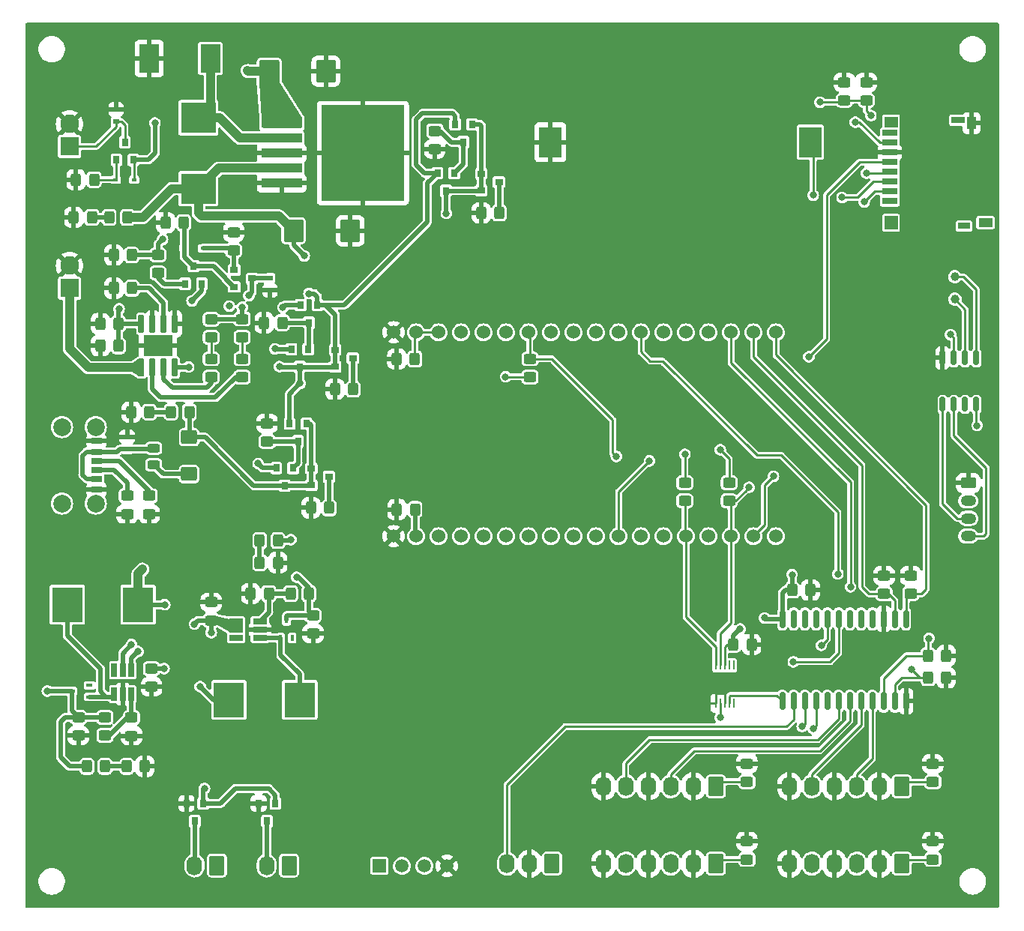
<source format=gbr>
G04 #@! TF.GenerationSoftware,KiCad,Pcbnew,7.0.2-6a45011f42~172~ubuntu22.04.1*
G04 #@! TF.CreationDate,2023-04-26T17:53:44-03:00*
G04 #@! TF.ProjectId,envcity_aqm_v2,656e7663-6974-4795-9f61-716d5f76322e,rev?*
G04 #@! TF.SameCoordinates,Original*
G04 #@! TF.FileFunction,Copper,L1,Top*
G04 #@! TF.FilePolarity,Positive*
%FSLAX46Y46*%
G04 Gerber Fmt 4.6, Leading zero omitted, Abs format (unit mm)*
G04 Created by KiCad (PCBNEW 7.0.2-6a45011f42~172~ubuntu22.04.1) date 2023-04-26 17:53:44*
%MOMM*%
%LPD*%
G01*
G04 APERTURE LIST*
G04 Aperture macros list*
%AMRoundRect*
0 Rectangle with rounded corners*
0 $1 Rounding radius*
0 $2 $3 $4 $5 $6 $7 $8 $9 X,Y pos of 4 corners*
0 Add a 4 corners polygon primitive as box body*
4,1,4,$2,$3,$4,$5,$6,$7,$8,$9,$2,$3,0*
0 Add four circle primitives for the rounded corners*
1,1,$1+$1,$2,$3*
1,1,$1+$1,$4,$5*
1,1,$1+$1,$6,$7*
1,1,$1+$1,$8,$9*
0 Add four rect primitives between the rounded corners*
20,1,$1+$1,$2,$3,$4,$5,0*
20,1,$1+$1,$4,$5,$6,$7,0*
20,1,$1+$1,$6,$7,$8,$9,0*
20,1,$1+$1,$8,$9,$2,$3,0*%
G04 Aperture macros list end*
G04 #@! TA.AperFunction,ComponentPad*
%ADD10C,1.500000*%
G04 #@! TD*
G04 #@! TA.AperFunction,ComponentPad*
%ADD11R,1.500000X1.500000*%
G04 #@! TD*
G04 #@! TA.AperFunction,SMDPad,CuDef*
%ADD12RoundRect,0.042000X-0.258000X0.943000X-0.258000X-0.943000X0.258000X-0.943000X0.258000X0.943000X0*%
G04 #@! TD*
G04 #@! TA.AperFunction,SMDPad,CuDef*
%ADD13R,3.302000X2.413000*%
G04 #@! TD*
G04 #@! TA.AperFunction,SMDPad,CuDef*
%ADD14RoundRect,0.250000X-0.325000X-0.450000X0.325000X-0.450000X0.325000X0.450000X-0.325000X0.450000X0*%
G04 #@! TD*
G04 #@! TA.AperFunction,SMDPad,CuDef*
%ADD15R,2.540000X3.510000*%
G04 #@! TD*
G04 #@! TA.AperFunction,SMDPad,CuDef*
%ADD16RoundRect,0.250000X0.325000X0.450000X-0.325000X0.450000X-0.325000X-0.450000X0.325000X-0.450000X0*%
G04 #@! TD*
G04 #@! TA.AperFunction,SMDPad,CuDef*
%ADD17RoundRect,0.250000X-0.875000X-1.025000X0.875000X-1.025000X0.875000X1.025000X-0.875000X1.025000X0*%
G04 #@! TD*
G04 #@! TA.AperFunction,SMDPad,CuDef*
%ADD18RoundRect,0.250000X0.450000X-0.325000X0.450000X0.325000X-0.450000X0.325000X-0.450000X-0.325000X0*%
G04 #@! TD*
G04 #@! TA.AperFunction,SMDPad,CuDef*
%ADD19RoundRect,0.250000X-0.450000X0.325000X-0.450000X-0.325000X0.450000X-0.325000X0.450000X0.325000X0*%
G04 #@! TD*
G04 #@! TA.AperFunction,SMDPad,CuDef*
%ADD20R,0.700000X0.600000*%
G04 #@! TD*
G04 #@! TA.AperFunction,SMDPad,CuDef*
%ADD21R,0.600000X0.450000*%
G04 #@! TD*
G04 #@! TA.AperFunction,SMDPad,CuDef*
%ADD22R,2.250000X3.200000*%
G04 #@! TD*
G04 #@! TA.AperFunction,SMDPad,CuDef*
%ADD23R,0.700000X0.450000*%
G04 #@! TD*
G04 #@! TA.AperFunction,SMDPad,CuDef*
%ADD24R,0.450000X0.700000*%
G04 #@! TD*
G04 #@! TA.AperFunction,SMDPad,CuDef*
%ADD25RoundRect,0.243750X0.456250X-0.243750X0.456250X0.243750X-0.456250X0.243750X-0.456250X-0.243750X0*%
G04 #@! TD*
G04 #@! TA.AperFunction,SMDPad,CuDef*
%ADD26RoundRect,0.250000X0.650000X-0.537500X0.650000X0.537500X-0.650000X0.537500X-0.650000X-0.537500X0*%
G04 #@! TD*
G04 #@! TA.AperFunction,SMDPad,CuDef*
%ADD27RoundRect,0.150000X-0.150000X0.675000X-0.150000X-0.675000X0.150000X-0.675000X0.150000X0.675000X0*%
G04 #@! TD*
G04 #@! TA.AperFunction,SMDPad,CuDef*
%ADD28R,1.200000X0.700000*%
G04 #@! TD*
G04 #@! TA.AperFunction,SMDPad,CuDef*
%ADD29R,1.200000X0.760000*%
G04 #@! TD*
G04 #@! TA.AperFunction,SMDPad,CuDef*
%ADD30R,1.200000X0.800000*%
G04 #@! TD*
G04 #@! TA.AperFunction,ComponentPad*
%ADD31C,2.010000*%
G04 #@! TD*
G04 #@! TA.AperFunction,ComponentPad*
%ADD32C,2.100000*%
G04 #@! TD*
G04 #@! TA.AperFunction,ComponentPad*
%ADD33R,2.100000X2.100000*%
G04 #@! TD*
G04 #@! TA.AperFunction,ComponentPad*
%ADD34RoundRect,0.250000X0.620000X0.850000X-0.620000X0.850000X-0.620000X-0.850000X0.620000X-0.850000X0*%
G04 #@! TD*
G04 #@! TA.AperFunction,ComponentPad*
%ADD35O,1.740000X2.200000*%
G04 #@! TD*
G04 #@! TA.AperFunction,ComponentPad*
%ADD36RoundRect,0.250000X-0.625000X0.350000X-0.625000X-0.350000X0.625000X-0.350000X0.625000X0.350000X0*%
G04 #@! TD*
G04 #@! TA.AperFunction,ComponentPad*
%ADD37O,1.750000X1.200000*%
G04 #@! TD*
G04 #@! TA.AperFunction,SMDPad,CuDef*
%ADD38R,1.750000X0.700000*%
G04 #@! TD*
G04 #@! TA.AperFunction,SMDPad,CuDef*
%ADD39R,1.500000X1.300000*%
G04 #@! TD*
G04 #@! TA.AperFunction,SMDPad,CuDef*
%ADD40R,1.500000X0.800000*%
G04 #@! TD*
G04 #@! TA.AperFunction,SMDPad,CuDef*
%ADD41R,1.000000X1.450000*%
G04 #@! TD*
G04 #@! TA.AperFunction,SMDPad,CuDef*
%ADD42R,1.400000X0.800000*%
G04 #@! TD*
G04 #@! TA.AperFunction,SMDPad,CuDef*
%ADD43R,1.500000X1.500000*%
G04 #@! TD*
G04 #@! TA.AperFunction,SMDPad,CuDef*
%ADD44R,1.550000X1.000000*%
G04 #@! TD*
G04 #@! TA.AperFunction,SMDPad,CuDef*
%ADD45R,4.000000X3.500000*%
G04 #@! TD*
G04 #@! TA.AperFunction,SMDPad,CuDef*
%ADD46R,3.500000X4.000000*%
G04 #@! TD*
G04 #@! TA.AperFunction,SMDPad,CuDef*
%ADD47R,0.800000X0.900000*%
G04 #@! TD*
G04 #@! TA.AperFunction,SMDPad,CuDef*
%ADD48R,0.900000X0.800000*%
G04 #@! TD*
G04 #@! TA.AperFunction,SMDPad,CuDef*
%ADD49R,0.250000X1.100000*%
G04 #@! TD*
G04 #@! TA.AperFunction,SMDPad,CuDef*
%ADD50RoundRect,0.150000X0.150000X-0.875000X0.150000X0.875000X-0.150000X0.875000X-0.150000X-0.875000X0*%
G04 #@! TD*
G04 #@! TA.AperFunction,ComponentPad*
%ADD51C,1.524000*%
G04 #@! TD*
G04 #@! TA.AperFunction,SMDPad,CuDef*
%ADD52R,4.600000X1.100000*%
G04 #@! TD*
G04 #@! TA.AperFunction,SMDPad,CuDef*
%ADD53R,9.400000X10.800000*%
G04 #@! TD*
G04 #@! TA.AperFunction,SMDPad,CuDef*
%ADD54R,0.650000X1.560000*%
G04 #@! TD*
G04 #@! TA.AperFunction,SMDPad,CuDef*
%ADD55R,1.560000X0.650000*%
G04 #@! TD*
G04 #@! TA.AperFunction,ComponentPad*
%ADD56C,1.000000*%
G04 #@! TD*
G04 #@! TA.AperFunction,ViaPad*
%ADD57C,0.800000*%
G04 #@! TD*
G04 #@! TA.AperFunction,Conductor*
%ADD58C,0.250000*%
G04 #@! TD*
G04 #@! TA.AperFunction,Conductor*
%ADD59C,0.500000*%
G04 #@! TD*
G04 #@! TA.AperFunction,Conductor*
%ADD60C,1.000000*%
G04 #@! TD*
G04 APERTURE END LIST*
D10*
X159120000Y-155250000D03*
X156580000Y-155250000D03*
X154040000Y-155250000D03*
D11*
X151500000Y-155250000D03*
D12*
X128405000Y-94025000D03*
X127135000Y-94025000D03*
X125865000Y-94025000D03*
X124595000Y-94025000D03*
X124595000Y-98975000D03*
X125865000Y-98975000D03*
X127135000Y-98975000D03*
X128405000Y-98975000D03*
D13*
X126500000Y-96500000D03*
D14*
X191475000Y-130250000D03*
X193525000Y-130250000D03*
D15*
X200180000Y-73500000D03*
X170820000Y-73500000D03*
D14*
X198125000Y-124100000D03*
X200175000Y-124100000D03*
D16*
X153475000Y-115000000D03*
X155525000Y-115000000D03*
X153450000Y-98000000D03*
X155500000Y-98000000D03*
D17*
X139050000Y-65500000D03*
X145450000Y-65500000D03*
X148200000Y-83500000D03*
X141800000Y-83500000D03*
D16*
X122025000Y-94000000D03*
X119975000Y-94000000D03*
X122025000Y-96500000D03*
X119975000Y-96500000D03*
X127325000Y-82600000D03*
X129375000Y-82600000D03*
D18*
X214000000Y-152475000D03*
X214000000Y-154525000D03*
X214000000Y-145775000D03*
X214000000Y-143725000D03*
D19*
X117500000Y-138475000D03*
X117500000Y-140525000D03*
X125750000Y-135025000D03*
X125750000Y-132975000D03*
D18*
X193000000Y-145750000D03*
X193000000Y-143700000D03*
X193000000Y-152475000D03*
X193000000Y-154525000D03*
D19*
X144000000Y-126975000D03*
X144000000Y-129025000D03*
D18*
X132500000Y-125475000D03*
X132500000Y-127525000D03*
X206500000Y-66725000D03*
X206500000Y-68775000D03*
X204000000Y-68775000D03*
X204000000Y-66725000D03*
D20*
X123000000Y-106800000D03*
X123000000Y-108200000D03*
D14*
X123475000Y-104000000D03*
X125525000Y-104000000D03*
D21*
X121700000Y-77750000D03*
X123800000Y-77750000D03*
D20*
X121750000Y-69800000D03*
X121750000Y-71200000D03*
D21*
X129450000Y-85500000D03*
X131550000Y-85500000D03*
D20*
X139150000Y-88850000D03*
X139150000Y-90250000D03*
D18*
X136000000Y-95525000D03*
X136000000Y-93475000D03*
X132500000Y-93500000D03*
X132500000Y-95550000D03*
D22*
X132400000Y-64050000D03*
X125500000Y-64050000D03*
D14*
X119025000Y-82000000D03*
X116975000Y-82000000D03*
D23*
X118750000Y-136150000D03*
X118750000Y-134850000D03*
X116750000Y-135500000D03*
D16*
X122975000Y-144000000D03*
X125025000Y-144000000D03*
D24*
X141000000Y-127500000D03*
X141650000Y-129500000D03*
X140350000Y-129500000D03*
D16*
X140025000Y-121000000D03*
X137975000Y-121000000D03*
D25*
X126000000Y-109937500D03*
X126000000Y-108062500D03*
D26*
X130000000Y-111000000D03*
X130000000Y-106825000D03*
D27*
X218905000Y-97875000D03*
X217635000Y-97875000D03*
X216365000Y-97875000D03*
X215095000Y-97875000D03*
X215095000Y-103125000D03*
X216365000Y-103125000D03*
X217635000Y-103125000D03*
X218905000Y-103125000D03*
D28*
X119530000Y-109500000D03*
D29*
X119530000Y-111520000D03*
D30*
X119530000Y-112750000D03*
D28*
X119530000Y-110500000D03*
D29*
X119530000Y-108480000D03*
D30*
X119530000Y-107250000D03*
D31*
X115650000Y-105680000D03*
X115650000Y-114320000D03*
X119450000Y-105680000D03*
X119450000Y-114320000D03*
D32*
X116500000Y-71460000D03*
D33*
X116500000Y-74000000D03*
X116500000Y-90000000D03*
D32*
X116500000Y-87460000D03*
D34*
X210500000Y-146250000D03*
D35*
X207960000Y-146250000D03*
X205420000Y-146250000D03*
X202880000Y-146250000D03*
X200340000Y-146250000D03*
X197800000Y-146250000D03*
X176800000Y-146250000D03*
X179340000Y-146250000D03*
X181880000Y-146250000D03*
X184420000Y-146250000D03*
X186960000Y-146250000D03*
D34*
X189500000Y-146250000D03*
D35*
X197800000Y-155000000D03*
X200340000Y-155000000D03*
X202880000Y-155000000D03*
X205420000Y-155000000D03*
X207960000Y-155000000D03*
D34*
X210500000Y-155000000D03*
X189500000Y-155000000D03*
D35*
X186960000Y-155000000D03*
X184420000Y-155000000D03*
X181880000Y-155000000D03*
X179340000Y-155000000D03*
X176800000Y-155000000D03*
D34*
X171000000Y-155000000D03*
D35*
X168460000Y-155000000D03*
X165920000Y-155000000D03*
D36*
X218000000Y-112000000D03*
D37*
X218000000Y-114000000D03*
X218000000Y-116000000D03*
X218000000Y-118000000D03*
D35*
X130610000Y-155200000D03*
D34*
X133150000Y-155200000D03*
X141300000Y-155200000D03*
D35*
X138760000Y-155200000D03*
D38*
X209150000Y-72475000D03*
D39*
X209275000Y-71275000D03*
D40*
X216875000Y-71025000D03*
D41*
X218375000Y-71350000D03*
D42*
X217525000Y-82975000D03*
D38*
X209150000Y-73575000D03*
X209150000Y-74675000D03*
X209150000Y-75775000D03*
X209150000Y-76875000D03*
X209150000Y-77975000D03*
X209150000Y-79075000D03*
X209150000Y-80175000D03*
D43*
X209275000Y-82625000D03*
D44*
X219950000Y-82575000D03*
D45*
X131050000Y-78750000D03*
X131050000Y-70750000D03*
D46*
X124250000Y-125750000D03*
X116250000Y-125750000D03*
X142500000Y-136500000D03*
X134500000Y-136500000D03*
D47*
X141750000Y-110300000D03*
X139850000Y-110300000D03*
X140800000Y-112300000D03*
X159950000Y-77000000D03*
X158050000Y-77000000D03*
X159000000Y-79000000D03*
D48*
X145800000Y-111300000D03*
X143800000Y-112250000D03*
X143800000Y-110350000D03*
D47*
X143250000Y-105300000D03*
X141350000Y-105300000D03*
X142300000Y-107300000D03*
X130500000Y-87500000D03*
X131450000Y-89500000D03*
X129550000Y-89500000D03*
D48*
X163000000Y-77050000D03*
X163000000Y-78950000D03*
X165000000Y-78000000D03*
D47*
X161000000Y-73500000D03*
X160050000Y-71500000D03*
X161950000Y-71500000D03*
X143450000Y-96900000D03*
X141550000Y-96900000D03*
X142500000Y-98900000D03*
X122750000Y-73500000D03*
X123700000Y-75500000D03*
X121800000Y-75500000D03*
D48*
X148500000Y-97900000D03*
X146500000Y-98850000D03*
X146500000Y-96950000D03*
D47*
X144500000Y-91900000D03*
X142600000Y-91900000D03*
X143550000Y-93900000D03*
D48*
X137100000Y-88900000D03*
X135100000Y-89850000D03*
X135100000Y-87950000D03*
D47*
X131600000Y-148200000D03*
X129700000Y-148200000D03*
X130650000Y-150200000D03*
X138800000Y-150200000D03*
X137850000Y-148200000D03*
X139750000Y-148200000D03*
D16*
X130025000Y-104000000D03*
X127975000Y-104000000D03*
D18*
X168500000Y-100025000D03*
X168500000Y-97975000D03*
D14*
X123525000Y-86250000D03*
X121475000Y-86250000D03*
D19*
X125500000Y-113450000D03*
X125500000Y-115500000D03*
X123000000Y-115500000D03*
X123000000Y-113450000D03*
X126500000Y-88275000D03*
X126500000Y-86225000D03*
D16*
X145800000Y-114800000D03*
X143750000Y-114800000D03*
D18*
X138800000Y-105275000D03*
X138800000Y-107325000D03*
D16*
X165050000Y-81500000D03*
X163000000Y-81500000D03*
D19*
X157750000Y-74275000D03*
X157750000Y-72225000D03*
D14*
X215525000Y-131500000D03*
X213475000Y-131500000D03*
X215525000Y-134000000D03*
X213475000Y-134000000D03*
D18*
X208500000Y-124525000D03*
X208500000Y-122475000D03*
X211500000Y-122475000D03*
X211500000Y-124525000D03*
D16*
X117225000Y-77750000D03*
X119275000Y-77750000D03*
X148525000Y-101400000D03*
X146475000Y-101400000D03*
X138475000Y-93900000D03*
X140525000Y-93900000D03*
D18*
X135050000Y-85725000D03*
X135050000Y-83675000D03*
D19*
X191000000Y-111975000D03*
X191000000Y-114025000D03*
X186000000Y-111975000D03*
X186000000Y-114025000D03*
D16*
X123025000Y-82000000D03*
X120975000Y-82000000D03*
D19*
X136000000Y-97975000D03*
X136000000Y-100025000D03*
X132500000Y-100025000D03*
X132500000Y-97975000D03*
D16*
X121500000Y-90000000D03*
X123550000Y-90000000D03*
D14*
X118450000Y-144000000D03*
X120500000Y-144000000D03*
D19*
X120500000Y-140525000D03*
X120500000Y-138475000D03*
X123500000Y-138500000D03*
X123500000Y-140550000D03*
D16*
X137975000Y-118500000D03*
X140025000Y-118500000D03*
X143525000Y-124500000D03*
X141475000Y-124500000D03*
X136950000Y-124500000D03*
X139000000Y-124500000D03*
D49*
X189500000Y-136885001D03*
X190000000Y-136885001D03*
X190500000Y-136885001D03*
X191000000Y-136885001D03*
X191500000Y-136885001D03*
X191500000Y-132585001D03*
X191000000Y-132585001D03*
X190500000Y-132585001D03*
X190000000Y-132585001D03*
X189500000Y-132585001D03*
D50*
X197015000Y-136650000D03*
X198285000Y-136650000D03*
X199555000Y-136650000D03*
X200825000Y-136650000D03*
X202095000Y-136650000D03*
X203365000Y-136650000D03*
X204635000Y-136650000D03*
X205905000Y-136650000D03*
X207175000Y-136650000D03*
X208445000Y-136650000D03*
X209715000Y-136650000D03*
X210985000Y-136650000D03*
X210985000Y-127350000D03*
X209715000Y-127350000D03*
X208445000Y-127350000D03*
X207175000Y-127350000D03*
X205905000Y-127350000D03*
X204635000Y-127350000D03*
X203365000Y-127350000D03*
X202095000Y-127350000D03*
X200825000Y-127350000D03*
X199555000Y-127350000D03*
X198285000Y-127350000D03*
X197015000Y-127350000D03*
D51*
X153100000Y-94985000D03*
X155640000Y-94985000D03*
X158180000Y-94985000D03*
X160720000Y-94985000D03*
X163260000Y-94985000D03*
X165800000Y-94985000D03*
X168340000Y-94985000D03*
X170880000Y-94985000D03*
X173420000Y-94985000D03*
X175960000Y-94985000D03*
X178500000Y-94985000D03*
X181040000Y-94985000D03*
X183580000Y-94985000D03*
X186120000Y-94985000D03*
X188660000Y-94985000D03*
X191200000Y-94985000D03*
X193740000Y-94985000D03*
X196280000Y-94985000D03*
X196280000Y-118015000D03*
X193740000Y-118015000D03*
X191200000Y-118015000D03*
X188660000Y-118015000D03*
X186120000Y-118015000D03*
X183580000Y-118015000D03*
X181040000Y-118015000D03*
X178500000Y-118015000D03*
X175960000Y-118015000D03*
X173420000Y-118015000D03*
X170880000Y-118015000D03*
X168340000Y-118015000D03*
X165800000Y-118015000D03*
X163260000Y-118015000D03*
X160720000Y-118015000D03*
X158180000Y-118015000D03*
X155640000Y-118015000D03*
X153100000Y-118015000D03*
D52*
X140475000Y-71350000D03*
X140475000Y-73050000D03*
X140475000Y-74750000D03*
X140475000Y-76450000D03*
X140475000Y-78150000D03*
D53*
X149625000Y-74750000D03*
D54*
X122500000Y-133150000D03*
X121550000Y-133150000D03*
X123450000Y-133150000D03*
X123450000Y-135850000D03*
X122500000Y-135850000D03*
X121550000Y-135850000D03*
D55*
X138000000Y-129500000D03*
X138000000Y-128550000D03*
X138000000Y-127600000D03*
X135300000Y-127600000D03*
X135300000Y-129500000D03*
X135300000Y-128550000D03*
D56*
X216500000Y-88710000D03*
X216500000Y-91250000D03*
D57*
X216000000Y-95250000D03*
X200500000Y-79500000D03*
X188000000Y-136750008D03*
X198100000Y-122350000D03*
X219000000Y-105500000D03*
X122100000Y-92350000D03*
X142149990Y-122650000D03*
X141498952Y-118398952D03*
X135999999Y-92150000D03*
X195000000Y-127250000D03*
X192250000Y-128500000D03*
X165750000Y-100000000D03*
X186000000Y-108750000D03*
X190000000Y-108250000D03*
X201250000Y-69000000D03*
X207000000Y-70500000D03*
X206500000Y-77000000D03*
X126140000Y-71330000D03*
X136590000Y-65440000D03*
X159050000Y-81550000D03*
X143000000Y-86350000D03*
X114000000Y-135500000D03*
X130340000Y-91430000D03*
X139690000Y-96860000D03*
X134540000Y-92020000D03*
X140600000Y-92150000D03*
X124750000Y-121750000D03*
X127170000Y-132960000D03*
X130610000Y-127940000D03*
X132500000Y-128910000D03*
X124230000Y-131040000D03*
X123500000Y-130240000D03*
X127250000Y-125750000D03*
X131250000Y-135000000D03*
X136750000Y-90850000D03*
X198250000Y-132200000D03*
X200500000Y-139750000D03*
X199250000Y-139500000D03*
X193250000Y-112500002D03*
X205250000Y-71250000D03*
X200000000Y-97750000D03*
X182000000Y-109500000D03*
X203750000Y-79750000D03*
X206250000Y-80250000D03*
X196000000Y-111250000D03*
X142550000Y-100750000D03*
X140200000Y-98850000D03*
X143550000Y-90600000D03*
X137800000Y-109799978D03*
X127000000Y-84500000D03*
X129950000Y-98900000D03*
X131750000Y-146500004D03*
X190000000Y-138500000D03*
X178250000Y-109000000D03*
X213575000Y-129550000D03*
X203275000Y-122275000D03*
X211575000Y-133075000D03*
X204700000Y-123725000D03*
X201400000Y-130350000D03*
D58*
X216365000Y-97875000D02*
X216365000Y-95615000D01*
X216365000Y-95615000D02*
X216000000Y-95250000D01*
X200500000Y-73820000D02*
X200180000Y-73500000D01*
X200500000Y-79500000D02*
X200500000Y-73820000D01*
X189500000Y-135750000D02*
X189500000Y-136885001D01*
X190500000Y-136885001D02*
X190500000Y-135750000D01*
X190500000Y-135750000D02*
X189500000Y-135750000D01*
X189500000Y-136885001D02*
X188134993Y-136885001D01*
X188134993Y-136885001D02*
X188000000Y-136750008D01*
D59*
X143525000Y-126500000D02*
X144000000Y-126975000D01*
X143525000Y-124500000D02*
X143525000Y-126500000D01*
X141000000Y-127050000D02*
X141000000Y-127500000D01*
X144000000Y-126975000D02*
X141075000Y-126975000D01*
X141075000Y-126975000D02*
X141000000Y-127050000D01*
X155525000Y-117900000D02*
X155640000Y-118015000D01*
X155525000Y-115000000D02*
X155525000Y-117900000D01*
X197015000Y-124435000D02*
X197015000Y-127350000D01*
X198125000Y-124100000D02*
X197350000Y-124100000D01*
X197350000Y-124100000D02*
X197015000Y-124435000D01*
X198125000Y-124100000D02*
X198125000Y-122375000D01*
X198125000Y-122375000D02*
X198100000Y-122350000D01*
D58*
X210975000Y-145775000D02*
X210500000Y-146250000D01*
X214000000Y-145775000D02*
X210975000Y-145775000D01*
X210975000Y-154525000D02*
X210500000Y-155000000D01*
X214000000Y-154525000D02*
X210975000Y-154525000D01*
X189975000Y-154525000D02*
X189500000Y-155000000D01*
X193000000Y-154525000D02*
X189975000Y-154525000D01*
X190000000Y-145750000D02*
X189500000Y-146250000D01*
X193000000Y-145750000D02*
X190000000Y-145750000D01*
X190500000Y-130500000D02*
X190500000Y-132585001D01*
X191475000Y-130250000D02*
X190750000Y-130250000D01*
X190750000Y-130250000D02*
X190500000Y-130500000D01*
X218905000Y-103125000D02*
X218905000Y-105405000D01*
X218905000Y-105405000D02*
X219000000Y-105500000D01*
D59*
X122025000Y-94000000D02*
X122025000Y-92425000D01*
X122025000Y-92425000D02*
X122100000Y-92350000D01*
X142375000Y-122650000D02*
X142149990Y-122650000D01*
X141397904Y-118500000D02*
X141498952Y-118398952D01*
X140025000Y-118500000D02*
X141397904Y-118500000D01*
X143525000Y-124500000D02*
X143525000Y-123800000D01*
X143525000Y-123800000D02*
X142375000Y-122650000D01*
X122025000Y-94000000D02*
X122025000Y-96500000D01*
X132525000Y-93475000D02*
X132500000Y-93500000D01*
X136000000Y-93475000D02*
X132525000Y-93475000D01*
X122050000Y-94025000D02*
X122025000Y-94000000D01*
X124595000Y-94025000D02*
X122050000Y-94025000D01*
X135999999Y-92715685D02*
X135999999Y-92150000D01*
X136000000Y-93475000D02*
X135999999Y-92715685D01*
X197015000Y-127350000D02*
X195100000Y-127350000D01*
X195100000Y-127350000D02*
X195000000Y-127250000D01*
X191475000Y-130250000D02*
X191475000Y-129275000D01*
X191475000Y-129275000D02*
X192250000Y-128500000D01*
D58*
X155500000Y-95125000D02*
X155640000Y-94985000D01*
X155500000Y-98000000D02*
X155500000Y-95125000D01*
X156717630Y-94985000D02*
X158180000Y-94985000D01*
X155640000Y-94985000D02*
X156717630Y-94985000D01*
X168475000Y-100000000D02*
X168500000Y-100025000D01*
X165750000Y-100000000D02*
X168475000Y-100000000D01*
X186000000Y-108750000D02*
X186000000Y-111975000D01*
X191000000Y-111975000D02*
X191000000Y-111400000D01*
X191000000Y-111975000D02*
X191000000Y-109250000D01*
X191000000Y-109250000D02*
X190000000Y-108250000D01*
X203775000Y-69000000D02*
X204000000Y-68775000D01*
X201250000Y-69000000D02*
X203775000Y-69000000D01*
X204000000Y-68775000D02*
X206500000Y-68775000D01*
X206500000Y-68775000D02*
X206500000Y-70000000D01*
X206500000Y-70000000D02*
X207000000Y-70500000D01*
X209025000Y-77000000D02*
X206500000Y-77000000D01*
X209150000Y-76875000D02*
X209025000Y-77000000D01*
X123800000Y-75600000D02*
X123700000Y-75500000D01*
X123800000Y-77750000D02*
X123800000Y-75600000D01*
D59*
X123700000Y-75500000D02*
X125440000Y-75500000D01*
X125440000Y-75500000D02*
X125440000Y-75480000D01*
X125440000Y-75480000D02*
X126170000Y-74750000D01*
X126170000Y-74750000D02*
X126170000Y-71360000D01*
X126170000Y-71360000D02*
X126140000Y-71330000D01*
D60*
X139050000Y-65500000D02*
X136650000Y-65500000D01*
X136650000Y-65500000D02*
X136590000Y-65440000D01*
X123075000Y-82050000D02*
X123025000Y-82000000D01*
D59*
X162950000Y-79000000D02*
X163000000Y-78950000D01*
X159000000Y-79000000D02*
X162950000Y-79000000D01*
X163000000Y-77050000D02*
X163000000Y-78950000D01*
X163000000Y-76150000D02*
X163000000Y-77050000D01*
X163000000Y-71650000D02*
X163000000Y-76150000D01*
X162850000Y-71500000D02*
X163000000Y-71650000D01*
X161950000Y-71500000D02*
X162850000Y-71500000D01*
X159000000Y-79000000D02*
X159000000Y-81500000D01*
X159000000Y-81500000D02*
X159050000Y-81550000D01*
X141800000Y-83500000D02*
X141800000Y-85150000D01*
X141800000Y-85150000D02*
X143000000Y-86350000D01*
D60*
X133350000Y-76450000D02*
X131050000Y-78750000D01*
X140475000Y-76450000D02*
X133350000Y-76450000D01*
X124800000Y-82000000D02*
X123025000Y-82000000D01*
X131050000Y-78750000D02*
X128050000Y-78750000D01*
X128050000Y-78750000D02*
X124800000Y-82000000D01*
X131050000Y-81500000D02*
X131050000Y-78750000D01*
X141800000Y-83500000D02*
X140150000Y-81850000D01*
X131400000Y-81850000D02*
X131050000Y-81500000D01*
X140150000Y-81850000D02*
X131400000Y-81850000D01*
D59*
X129450000Y-86450000D02*
X130500000Y-87500000D01*
X129450000Y-85500000D02*
X129450000Y-86450000D01*
X134150000Y-88900000D02*
X134150000Y-88950000D01*
X132750000Y-87500000D02*
X134150000Y-88900000D01*
X135050000Y-89850000D02*
X135100000Y-89850000D01*
X134150000Y-88950000D02*
X135050000Y-89850000D01*
X130500000Y-87500000D02*
X132750000Y-87500000D01*
X129450000Y-82675000D02*
X129375000Y-82600000D01*
X129450000Y-85500000D02*
X129450000Y-82675000D01*
X120500000Y-138475000D02*
X117500000Y-138475000D01*
X118450000Y-144000000D02*
X116500000Y-144000000D01*
X116500000Y-144000000D02*
X115500000Y-143000000D01*
X115500000Y-143000000D02*
X115500000Y-139000000D01*
X116025000Y-138475000D02*
X117500000Y-138475000D01*
X115500000Y-139000000D02*
X116025000Y-138475000D01*
X116750000Y-137725000D02*
X117500000Y-138475000D01*
X114000000Y-135500000D02*
X116750000Y-135500000D01*
X116750000Y-135500000D02*
X116750000Y-137725000D01*
X141550000Y-96900000D02*
X139730000Y-96900000D01*
X139730000Y-96900000D02*
X139690000Y-96860000D01*
X131450000Y-90320000D02*
X130340000Y-91430000D01*
X131450000Y-89500000D02*
X131450000Y-90320000D01*
X142600000Y-91900000D02*
X140850000Y-91900000D01*
X140850000Y-91900000D02*
X140600000Y-92150000D01*
D60*
X124250000Y-122250000D02*
X124750000Y-121750000D01*
X124250000Y-125750000D02*
X124250000Y-122250000D01*
D59*
X125750000Y-132975000D02*
X127155000Y-132975000D01*
X127155000Y-132975000D02*
X127170000Y-132960000D01*
X132500000Y-127525000D02*
X131025000Y-127525000D01*
X131025000Y-127525000D02*
X130610000Y-127940000D01*
X132500000Y-127525000D02*
X132500000Y-128910000D01*
X123450000Y-131820000D02*
X124230000Y-131040000D01*
X123450000Y-133150000D02*
X123450000Y-131820000D01*
X122500000Y-131240000D02*
X123500000Y-130240000D01*
X122500000Y-133150000D02*
X122500000Y-131240000D01*
X124250000Y-125750000D02*
X127250000Y-125750000D01*
X134500000Y-136500000D02*
X132750000Y-136500000D01*
X132750000Y-136500000D02*
X131250000Y-135000000D01*
X122150000Y-108200000D02*
X121850000Y-108500000D01*
X123000000Y-108200000D02*
X122150000Y-108200000D01*
X121830000Y-108480000D02*
X119530000Y-108480000D01*
X121850000Y-108500000D02*
X121830000Y-108480000D01*
X125862500Y-108200000D02*
X126000000Y-108062500D01*
X123000000Y-108200000D02*
X125862500Y-108200000D01*
X118430000Y-111520000D02*
X119530000Y-111520000D01*
X118000000Y-108910000D02*
X118000000Y-111090000D01*
X118430000Y-108480000D02*
X118000000Y-108910000D01*
X118000000Y-111090000D02*
X118430000Y-111520000D01*
X119530000Y-108480000D02*
X118430000Y-108480000D01*
X125525000Y-104000000D02*
X127975000Y-104000000D01*
D58*
X121700000Y-77750000D02*
X119275000Y-77750000D01*
X121800000Y-77650000D02*
X121700000Y-77750000D01*
X121800000Y-75500000D02*
X121800000Y-77650000D01*
X122350000Y-71200000D02*
X121750000Y-71200000D01*
X122750000Y-71600000D02*
X122350000Y-71200000D01*
X122750000Y-73500000D02*
X122750000Y-71600000D01*
X119500000Y-74000000D02*
X121750000Y-71750000D01*
X121750000Y-71750000D02*
X121750000Y-71200000D01*
X116500000Y-74000000D02*
X119500000Y-74000000D01*
D59*
X135100000Y-85775000D02*
X135050000Y-85725000D01*
X135100000Y-87950000D02*
X135100000Y-85775000D01*
X134825000Y-85500000D02*
X135050000Y-85725000D01*
X131550000Y-85500000D02*
X134825000Y-85500000D01*
X137150000Y-88850000D02*
X137100000Y-88900000D01*
X139150000Y-88850000D02*
X137150000Y-88850000D01*
D60*
X116500000Y-90000000D02*
X116500000Y-96850000D01*
X118625000Y-98975000D02*
X123875000Y-98975000D01*
X116500000Y-96850000D02*
X118625000Y-98975000D01*
D59*
X137100000Y-90500000D02*
X136750000Y-90850000D01*
X137100000Y-88900000D02*
X137100000Y-90500000D01*
D58*
X136000000Y-95525000D02*
X136000000Y-97975000D01*
X132500000Y-95550000D02*
X132500000Y-97975000D01*
D60*
X132400000Y-69400000D02*
X131050000Y-70750000D01*
X132400000Y-64050000D02*
X132400000Y-69400000D01*
X131050000Y-70750000D02*
X133450000Y-70750000D01*
X135750000Y-73050000D02*
X140475000Y-73050000D01*
X133450000Y-70750000D02*
X135750000Y-73050000D01*
D59*
X120975000Y-82000000D02*
X119025000Y-82000000D01*
X120500000Y-144000000D02*
X122975000Y-144000000D01*
X137975000Y-118500000D02*
X137975000Y-121000000D01*
X127062500Y-111000000D02*
X130000000Y-111000000D01*
X126000000Y-109937500D02*
X127062500Y-111000000D01*
X130025000Y-106800000D02*
X130000000Y-106825000D01*
X130025000Y-104000000D02*
X130025000Y-106800000D01*
X143800000Y-110350000D02*
X143800000Y-112250000D01*
X143750000Y-112300000D02*
X143800000Y-112250000D01*
X140800000Y-112300000D02*
X143750000Y-112300000D01*
X143800000Y-105450000D02*
X143800000Y-110350000D01*
X143250000Y-105300000D02*
X143650000Y-105300000D01*
X143650000Y-105300000D02*
X143800000Y-105450000D01*
X139900000Y-112300000D02*
X140800000Y-112300000D01*
X137300000Y-112300000D02*
X139900000Y-112300000D01*
X130000000Y-106825000D02*
X131825000Y-106825000D01*
X131825000Y-106825000D02*
X137300000Y-112300000D01*
D58*
X218905000Y-97875000D02*
X218905000Y-90155000D01*
X217460000Y-88710000D02*
X216500000Y-88710000D01*
X218905000Y-90155000D02*
X217460000Y-88710000D01*
X217635000Y-92385000D02*
X217635000Y-97875000D01*
X216500000Y-91250000D02*
X217635000Y-92385000D01*
D59*
X125500000Y-112875000D02*
X122125000Y-109500000D01*
X120630000Y-109500000D02*
X119530000Y-109500000D01*
X122125000Y-109500000D02*
X120630000Y-109500000D01*
X125500000Y-113450000D02*
X125500000Y-112875000D01*
X123000000Y-112875000D02*
X123000000Y-113450000D01*
X123000000Y-112000000D02*
X123000000Y-112875000D01*
X119530000Y-110500000D02*
X121500000Y-110500000D01*
X121500000Y-110500000D02*
X123000000Y-112000000D01*
D58*
X207175000Y-143145000D02*
X207175000Y-137675000D01*
X207175000Y-137675000D02*
X207175000Y-136650000D01*
X205420000Y-144900000D02*
X207175000Y-143145000D01*
X205420000Y-146250000D02*
X205420000Y-144900000D01*
X205905000Y-139335000D02*
X205905000Y-136650000D01*
X200340000Y-146250000D02*
X200340000Y-144900000D01*
X200340000Y-144900000D02*
X205905000Y-139335000D01*
X179340000Y-143660000D02*
X179340000Y-146250000D01*
X182000000Y-141000000D02*
X179340000Y-143660000D01*
X201000000Y-141000000D02*
X182000000Y-141000000D01*
X203365000Y-136650000D02*
X203365000Y-138635000D01*
X203365000Y-138635000D02*
X201000000Y-141000000D01*
X201250000Y-142250000D02*
X204635000Y-138865000D01*
X204635000Y-138865000D02*
X204635000Y-136650000D01*
X187070000Y-142250000D02*
X201250000Y-142250000D01*
X184420000Y-146250000D02*
X184420000Y-144900000D01*
X184420000Y-144900000D02*
X187070000Y-142250000D01*
X203365000Y-127350000D02*
X203365000Y-131235000D01*
X203365000Y-131235000D02*
X202400000Y-132200000D01*
X202400000Y-132200000D02*
X198250000Y-132200000D01*
X200825000Y-136650000D02*
X200825000Y-139425000D01*
X200825000Y-139425000D02*
X200500000Y-139750000D01*
X199555000Y-136650000D02*
X199555000Y-139195000D01*
X199555000Y-139195000D02*
X199250000Y-139500000D01*
X172500000Y-139500000D02*
X165920000Y-146080000D01*
X165920000Y-146080000D02*
X165920000Y-155000000D01*
X198285000Y-136650000D02*
X198285000Y-138715000D01*
X197500000Y-139500000D02*
X172500000Y-139500000D01*
X198285000Y-138715000D02*
X197500000Y-139500000D01*
X191200000Y-127800000D02*
X191200000Y-118015000D01*
X190000000Y-132585001D02*
X190000000Y-129000000D01*
X190000000Y-129000000D02*
X191200000Y-127800000D01*
X191200000Y-114225000D02*
X191000000Y-114025000D01*
X191200000Y-118015000D02*
X191200000Y-114225000D01*
X216750000Y-116000000D02*
X218000000Y-116000000D01*
X215095000Y-103125000D02*
X215095000Y-114345000D01*
X215095000Y-114345000D02*
X216750000Y-116000000D01*
X191725002Y-114025000D02*
X192850001Y-112900001D01*
X192850001Y-112900001D02*
X193250000Y-112500002D01*
X191000000Y-114025000D02*
X191725002Y-114025000D01*
X189500000Y-132585001D02*
X189500000Y-130500000D01*
X186120000Y-127120000D02*
X186120000Y-118015000D01*
X189500000Y-130500000D02*
X186120000Y-127120000D01*
X186000000Y-117895000D02*
X186120000Y-118015000D01*
X186000000Y-114025000D02*
X186000000Y-117895000D01*
X216365000Y-106615000D02*
X216365000Y-103125000D01*
X220000000Y-117750000D02*
X220000000Y-110250000D01*
X218000000Y-118000000D02*
X219750000Y-118000000D01*
X220000000Y-110250000D02*
X216365000Y-106615000D01*
X219750000Y-118000000D02*
X220000000Y-117750000D01*
D59*
X130650000Y-155160000D02*
X130610000Y-155200000D01*
X130650000Y-150200000D02*
X130650000Y-155160000D01*
X138800000Y-155160000D02*
X138760000Y-155200000D01*
X138800000Y-150200000D02*
X138800000Y-155160000D01*
D58*
X205700000Y-71250000D02*
X205250000Y-71250000D01*
X209150000Y-73575000D02*
X208025000Y-73575000D01*
X208025000Y-73575000D02*
X205700000Y-71250000D01*
X209150000Y-75775000D02*
X205750000Y-75775000D01*
X205750000Y-75775000D02*
X205725000Y-75775000D01*
X205725000Y-75775000D02*
X202000000Y-79500000D01*
X202000000Y-79500000D02*
X202000000Y-95750000D01*
X202000000Y-95750000D02*
X200000000Y-97750000D01*
X178500000Y-113000000D02*
X178500000Y-118015000D01*
X182000000Y-109500000D02*
X178500000Y-113000000D01*
X205500000Y-79750000D02*
X203750000Y-79750000D01*
X209150000Y-77975000D02*
X207275000Y-77975000D01*
X207275000Y-77975000D02*
X205500000Y-79750000D01*
X209150000Y-79075000D02*
X207425000Y-79075000D01*
X207425000Y-79075000D02*
X206250000Y-80250000D01*
X196000000Y-111250000D02*
X195000000Y-112250000D01*
X195000000Y-116755000D02*
X193740000Y-118015000D01*
X195000000Y-112250000D02*
X195000000Y-116755000D01*
D59*
X160050000Y-70550000D02*
X159750000Y-70250000D01*
X160050000Y-71500000D02*
X160050000Y-70550000D01*
X159750000Y-70250000D02*
X156350000Y-70250000D01*
X156350000Y-70250000D02*
X155650000Y-70950000D01*
X155650000Y-70950000D02*
X155650000Y-76050000D01*
X156600000Y-77000000D02*
X158050000Y-77000000D01*
X155650000Y-76050000D02*
X156600000Y-77000000D01*
X146500000Y-96950000D02*
X146500000Y-98850000D01*
X146450000Y-98900000D02*
X146500000Y-98850000D01*
X142500000Y-98900000D02*
X146450000Y-98900000D01*
X142500000Y-100700000D02*
X142550000Y-100750000D01*
X142500000Y-98900000D02*
X142500000Y-100700000D01*
X140250000Y-98900000D02*
X140200000Y-98850000D01*
X142500000Y-98900000D02*
X140250000Y-98900000D01*
X146500000Y-96050000D02*
X146500000Y-96950000D01*
X146500000Y-93000000D02*
X146500000Y-96050000D01*
X145400000Y-91900000D02*
X146500000Y-93000000D01*
X144500000Y-91900000D02*
X145400000Y-91900000D01*
X143550000Y-90600000D02*
X144150000Y-90600000D01*
X144500000Y-90950000D02*
X144500000Y-91900000D01*
X144150000Y-90600000D02*
X144500000Y-90950000D01*
X138300022Y-110300000D02*
X138199999Y-110199977D01*
X138199999Y-110199977D02*
X137800000Y-109799978D01*
X139850000Y-110300000D02*
X138300022Y-110300000D01*
X126500000Y-86225000D02*
X126500000Y-85000000D01*
X126500000Y-85000000D02*
X127000000Y-84500000D01*
X128405000Y-98975000D02*
X129875000Y-98975000D01*
X129875000Y-98975000D02*
X129950000Y-98900000D01*
X147500000Y-91900000D02*
X144500000Y-91900000D01*
X156900000Y-82500000D02*
X147500000Y-91900000D01*
X158050000Y-77000000D02*
X156900000Y-78150000D01*
X156900000Y-78150000D02*
X156900000Y-82500000D01*
X126475000Y-86250000D02*
X126500000Y-86225000D01*
X123525000Y-86250000D02*
X126475000Y-86250000D01*
X141350000Y-101950000D02*
X142550000Y-100750000D01*
X141350000Y-105300000D02*
X141350000Y-101950000D01*
X142275000Y-107325000D02*
X142300000Y-107300000D01*
X138800000Y-107325000D02*
X142275000Y-107325000D01*
X142300000Y-109750000D02*
X141750000Y-110300000D01*
X142300000Y-107300000D02*
X142300000Y-109750000D01*
X161000000Y-75950000D02*
X159950000Y-77000000D01*
X161000000Y-73500000D02*
X161000000Y-75950000D01*
X158375000Y-72225000D02*
X157750000Y-72225000D01*
X161000000Y-73500000D02*
X159650000Y-73500000D01*
X159650000Y-73500000D02*
X158375000Y-72225000D01*
X145800000Y-111300000D02*
X145800000Y-114800000D01*
X126500000Y-88850000D02*
X127150000Y-89500000D01*
X126500000Y-88275000D02*
X126500000Y-88850000D01*
X127150000Y-89500000D02*
X129550000Y-89500000D01*
X165000000Y-81450000D02*
X165050000Y-81500000D01*
X165000000Y-78000000D02*
X165000000Y-81450000D01*
X143525000Y-93925000D02*
X143550000Y-93900000D01*
X143550000Y-96800000D02*
X143450000Y-96900000D01*
X143550000Y-93900000D02*
X143550000Y-96800000D01*
X140525000Y-93900000D02*
X143550000Y-93900000D01*
X148500000Y-101375000D02*
X148525000Y-101400000D01*
X148500000Y-97900000D02*
X148500000Y-101375000D01*
X139750000Y-147250000D02*
X139000004Y-146500004D01*
X131600000Y-148200000D02*
X131600000Y-146650004D01*
X139750000Y-148200000D02*
X139750000Y-147250000D01*
X131600000Y-146650004D02*
X131750000Y-146500004D01*
X139000004Y-146500004D02*
X135249996Y-146500004D01*
X133550000Y-148200000D02*
X131600000Y-148200000D01*
X135249996Y-146500004D02*
X133550000Y-148200000D01*
D58*
X168500000Y-95145000D02*
X168340000Y-94985000D01*
X168500000Y-97975000D02*
X168500000Y-95145000D01*
X190000000Y-136885001D02*
X190000000Y-138500000D01*
X177850001Y-108600001D02*
X177850001Y-104850001D01*
X178250000Y-109000000D02*
X177850001Y-108600001D01*
X170975000Y-97975000D02*
X168500000Y-97975000D01*
X177850001Y-104850001D02*
X170975000Y-97975000D01*
X208445000Y-136650000D02*
X208445000Y-134055000D01*
X211000000Y-131500000D02*
X213475000Y-131500000D01*
X208445000Y-134055000D02*
X211000000Y-131500000D01*
X213475000Y-131500000D02*
X213475000Y-129650000D01*
X213475000Y-129650000D02*
X213575000Y-129550000D01*
X181040000Y-97190000D02*
X181040000Y-94985000D01*
X203275000Y-115275000D02*
X196875000Y-108875000D01*
X203275000Y-122275000D02*
X203275000Y-115275000D01*
X182075000Y-98225000D02*
X181040000Y-97190000D01*
X196875000Y-108875000D02*
X194125000Y-108875000D01*
X183475000Y-98225000D02*
X182075000Y-98225000D01*
X194125000Y-108875000D02*
X183475000Y-98225000D01*
X212900000Y-134000000D02*
X213475000Y-134000000D01*
X210500000Y-134000000D02*
X212900000Y-134000000D01*
X209715000Y-136650000D02*
X209715000Y-134785000D01*
X209715000Y-134785000D02*
X210500000Y-134000000D01*
X213475000Y-134000000D02*
X212500000Y-134000000D01*
X212500000Y-134000000D02*
X211575000Y-133075000D01*
X204700000Y-123159315D02*
X204725000Y-123134315D01*
X204700000Y-123725000D02*
X204700000Y-123159315D01*
X204725000Y-123134315D02*
X204725000Y-111925000D01*
X191200000Y-98400000D02*
X191200000Y-94985000D01*
X204725000Y-111925000D02*
X191200000Y-98400000D01*
X208975000Y-124525000D02*
X208500000Y-124525000D01*
X209715000Y-127350000D02*
X209715000Y-125265000D01*
X209715000Y-125265000D02*
X208975000Y-124525000D01*
X193740000Y-94985000D02*
X193750000Y-94995000D01*
X193740000Y-97740000D02*
X193740000Y-94985000D01*
X206000000Y-110000000D02*
X193740000Y-97740000D01*
X206000000Y-123750000D02*
X206000000Y-110000000D01*
X208500000Y-124525000D02*
X206775000Y-124525000D01*
X206775000Y-124525000D02*
X206000000Y-123750000D01*
X211000000Y-127335000D02*
X210985000Y-127350000D01*
X211000000Y-125025000D02*
X211000000Y-127335000D01*
X211500000Y-124525000D02*
X211000000Y-125025000D01*
X212725000Y-124525000D02*
X211500000Y-124525000D01*
X213250000Y-124000000D02*
X212725000Y-124525000D01*
X196280000Y-94985000D02*
X196280000Y-97530000D01*
X213250000Y-114500000D02*
X213250000Y-124000000D01*
X196280000Y-97530000D02*
X213250000Y-114500000D01*
D59*
X125865000Y-98975000D02*
X125865000Y-101415000D01*
X125865000Y-101415000D02*
X126800000Y-102350000D01*
X135300000Y-100025000D02*
X136000000Y-100025000D01*
X126800000Y-102350000D02*
X132975000Y-102350000D01*
X132975000Y-102350000D02*
X135300000Y-100025000D01*
X132500000Y-100750000D02*
X132500000Y-100025000D01*
X132000000Y-101250000D02*
X132500000Y-100750000D01*
X127135000Y-98975000D02*
X127135000Y-100285000D01*
X128100000Y-101250000D02*
X132000000Y-101250000D01*
X127135000Y-100285000D02*
X128100000Y-101250000D01*
X127135000Y-94025000D02*
X127135000Y-91635000D01*
X125500000Y-90000000D02*
X123550000Y-90000000D01*
X127135000Y-91635000D02*
X125500000Y-90000000D01*
D58*
X191000000Y-136085001D02*
X191000000Y-136885001D01*
X191075001Y-136010000D02*
X191000000Y-136085001D01*
X196375000Y-136010000D02*
X191075001Y-136010000D01*
X197015000Y-136650000D02*
X196375000Y-136010000D01*
D59*
X138000000Y-129500000D02*
X140350000Y-129500000D01*
X142500000Y-136500000D02*
X142500000Y-133600000D01*
X140350000Y-131450000D02*
X140350000Y-129500000D01*
X142500000Y-133600000D02*
X140350000Y-131450000D01*
X141475000Y-124500000D02*
X139000000Y-124500000D01*
X139000000Y-126600000D02*
X139000000Y-124500000D01*
X138000000Y-127600000D02*
X139000000Y-126600000D01*
X121250000Y-136150000D02*
X121550000Y-135850000D01*
X119250000Y-136150000D02*
X121250000Y-136150000D01*
X119250000Y-136150000D02*
X118750000Y-136150000D01*
X120000000Y-135550000D02*
X120000000Y-133000000D01*
X121250000Y-136150000D02*
X120600000Y-136150000D01*
X116250000Y-129250000D02*
X116250000Y-125750000D01*
X120000000Y-133000000D02*
X116250000Y-129250000D01*
X120600000Y-136150000D02*
X120000000Y-135550000D01*
X123450000Y-138450000D02*
X123500000Y-138500000D01*
X123450000Y-135850000D02*
X123450000Y-138450000D01*
X123000000Y-138500000D02*
X123500000Y-138500000D01*
X120500000Y-140525000D02*
X120975000Y-140525000D01*
X120975000Y-140525000D02*
X123000000Y-138500000D01*
D58*
X202095000Y-127350000D02*
X202095000Y-129655000D01*
X202095000Y-129655000D02*
X201400000Y-130350000D01*
G04 #@! TA.AperFunction,Conductor*
G36*
X204072598Y-137638677D02*
G01*
X204112265Y-137684455D01*
X204153674Y-137765723D01*
X204218596Y-137830645D01*
X204252620Y-137892955D01*
X204255500Y-137919739D01*
X204255500Y-138655615D01*
X204235498Y-138723736D01*
X204218595Y-138744710D01*
X201129711Y-141833595D01*
X201067399Y-141867621D01*
X201040616Y-141870500D01*
X187122426Y-141870500D01*
X187096568Y-141867818D01*
X187085899Y-141865580D01*
X187054204Y-141869532D01*
X187038618Y-141870500D01*
X187038554Y-141870500D01*
X187017844Y-141873955D01*
X187012698Y-141874705D01*
X186952250Y-141882241D01*
X186952130Y-141882279D01*
X186898567Y-141911265D01*
X186893942Y-141913646D01*
X186839222Y-141940398D01*
X186839126Y-141940469D01*
X186797868Y-141985285D01*
X186794265Y-141989039D01*
X184188724Y-144594580D01*
X184168550Y-144610964D01*
X184159419Y-144616930D01*
X184139792Y-144642146D01*
X184129463Y-144653842D01*
X184129418Y-144653886D01*
X184117212Y-144670981D01*
X184114105Y-144675148D01*
X184076691Y-144723218D01*
X184076638Y-144723322D01*
X184059259Y-144781695D01*
X184057672Y-144786650D01*
X184037889Y-144844278D01*
X184037875Y-144844375D01*
X184038999Y-144871553D01*
X184021829Y-144940442D01*
X183970139Y-144989111D01*
X183965450Y-144991371D01*
X183855195Y-145041723D01*
X183680259Y-145166293D01*
X183532062Y-145321719D01*
X183415957Y-145502380D01*
X183404867Y-145530083D01*
X183360979Y-145585889D01*
X183293887Y-145609109D01*
X183224892Y-145592371D01*
X183175899Y-145540988D01*
X183173078Y-145535151D01*
X183087362Y-145345526D01*
X182956007Y-145151180D01*
X182793705Y-144981837D01*
X182605103Y-144842348D01*
X182395655Y-144736745D01*
X182171365Y-144668058D01*
X182134000Y-144663273D01*
X182134000Y-145705775D01*
X182036631Y-145665444D01*
X181919323Y-145650000D01*
X181840677Y-145650000D01*
X181723369Y-145665444D01*
X181626000Y-145705775D01*
X181626000Y-144665102D01*
X181475029Y-144697640D01*
X181257374Y-144785100D01*
X181057633Y-144908085D01*
X180881546Y-145063062D01*
X180734187Y-145245562D01*
X180619784Y-145450352D01*
X180591563Y-145530227D01*
X180550010Y-145587793D01*
X180483930Y-145613755D01*
X180414305Y-145599870D01*
X180363239Y-145550547D01*
X180360768Y-145545987D01*
X180311463Y-145450349D01*
X180290293Y-145409284D01*
X180157541Y-145240476D01*
X180120062Y-145208000D01*
X179995240Y-145099842D01*
X179809256Y-144992464D01*
X179804283Y-144990743D01*
X179746453Y-144949558D01*
X179720070Y-144883645D01*
X179719500Y-144871675D01*
X179719500Y-143869384D01*
X179739502Y-143801263D01*
X179756405Y-143780289D01*
X182120290Y-141416405D01*
X182182602Y-141382379D01*
X182209385Y-141379500D01*
X200947574Y-141379500D01*
X200973431Y-141382181D01*
X200984100Y-141384419D01*
X201015796Y-141380468D01*
X201031382Y-141379500D01*
X201031440Y-141379500D01*
X201031443Y-141379500D01*
X201052194Y-141376036D01*
X201057243Y-141375300D01*
X201109783Y-141368752D01*
X201109788Y-141368749D01*
X201117782Y-141367753D01*
X201117842Y-141367734D01*
X201124926Y-141363900D01*
X201124927Y-141363900D01*
X201171411Y-141338742D01*
X201176043Y-141336359D01*
X201230807Y-141309587D01*
X201230854Y-141309552D01*
X201272130Y-141264714D01*
X201275713Y-141260979D01*
X203596280Y-138940413D01*
X203616457Y-138924028D01*
X203625582Y-138918068D01*
X203645198Y-138892863D01*
X203655542Y-138881152D01*
X203655581Y-138881114D01*
X203667810Y-138863983D01*
X203670875Y-138859872D01*
X203703375Y-138818119D01*
X203703375Y-138818116D01*
X203708325Y-138811758D01*
X203708351Y-138811708D01*
X203710651Y-138803981D01*
X203710653Y-138803979D01*
X203725750Y-138753265D01*
X203727305Y-138748409D01*
X203744500Y-138698327D01*
X203744500Y-138698323D01*
X203747112Y-138690715D01*
X203747124Y-138690632D01*
X203746791Y-138682591D01*
X203746792Y-138682590D01*
X203744608Y-138629786D01*
X203744500Y-138624579D01*
X203744500Y-137919740D01*
X203764502Y-137851619D01*
X203781405Y-137830645D01*
X203846324Y-137765725D01*
X203846326Y-137765723D01*
X203887733Y-137684455D01*
X203936481Y-137632842D01*
X204005396Y-137615776D01*
X204072598Y-137638677D01*
G37*
G04 #@! TD.AperFunction*
G04 #@! TA.AperFunction,Conductor*
G36*
X206612598Y-137638677D02*
G01*
X206652265Y-137684455D01*
X206674278Y-137727657D01*
X206693675Y-137765725D01*
X206758595Y-137830645D01*
X206792621Y-137892957D01*
X206795500Y-137919740D01*
X206795500Y-142935614D01*
X206775498Y-143003735D01*
X206758595Y-143024709D01*
X205188724Y-144594580D01*
X205168550Y-144610964D01*
X205159419Y-144616930D01*
X205139792Y-144642146D01*
X205129463Y-144653842D01*
X205129418Y-144653886D01*
X205117212Y-144670981D01*
X205114105Y-144675148D01*
X205076691Y-144723218D01*
X205076638Y-144723322D01*
X205059259Y-144781695D01*
X205057672Y-144786650D01*
X205037889Y-144844278D01*
X205037875Y-144844375D01*
X205038999Y-144871553D01*
X205021829Y-144940442D01*
X204970139Y-144989111D01*
X204965450Y-144991371D01*
X204855195Y-145041723D01*
X204680259Y-145166293D01*
X204532062Y-145321719D01*
X204415957Y-145502380D01*
X204404867Y-145530083D01*
X204360979Y-145585889D01*
X204293887Y-145609109D01*
X204224892Y-145592371D01*
X204175899Y-145540988D01*
X204173078Y-145535151D01*
X204087362Y-145345526D01*
X203956007Y-145151180D01*
X203793705Y-144981837D01*
X203605103Y-144842348D01*
X203395655Y-144736745D01*
X203171365Y-144668058D01*
X203134000Y-144663273D01*
X203134000Y-145705775D01*
X203036631Y-145665444D01*
X202919323Y-145650000D01*
X202840677Y-145650000D01*
X202723369Y-145665444D01*
X202625999Y-145705775D01*
X202626000Y-144665102D01*
X202475029Y-144697640D01*
X202257374Y-144785100D01*
X202057633Y-144908085D01*
X201881546Y-145063062D01*
X201734187Y-145245562D01*
X201619784Y-145450352D01*
X201591563Y-145530227D01*
X201550010Y-145587793D01*
X201483930Y-145613755D01*
X201414305Y-145599870D01*
X201363239Y-145550547D01*
X201360768Y-145545987D01*
X201311463Y-145450349D01*
X201290293Y-145409284D01*
X201157541Y-145240476D01*
X201120062Y-145208000D01*
X200995240Y-145099842D01*
X200935595Y-145065406D01*
X200886602Y-145014023D01*
X200873166Y-144944309D01*
X200899553Y-144878399D01*
X200909492Y-144867200D01*
X206136276Y-139640416D01*
X206156457Y-139624029D01*
X206165582Y-139618068D01*
X206185201Y-139592859D01*
X206195546Y-139581147D01*
X206195580Y-139581114D01*
X206207774Y-139564033D01*
X206210880Y-139559867D01*
X206243375Y-139518119D01*
X206243375Y-139518116D01*
X206248321Y-139511763D01*
X206248355Y-139511698D01*
X206250653Y-139503980D01*
X206265746Y-139453276D01*
X206267312Y-139448388D01*
X206284500Y-139398327D01*
X206284500Y-139398326D01*
X206287112Y-139390719D01*
X206287123Y-139390637D01*
X206286790Y-139382592D01*
X206286791Y-139382591D01*
X206284608Y-139329800D01*
X206284500Y-139324594D01*
X206284500Y-137919740D01*
X206304502Y-137851619D01*
X206321405Y-137830645D01*
X206386324Y-137765725D01*
X206386326Y-137765723D01*
X206427733Y-137684455D01*
X206476481Y-137632842D01*
X206545396Y-137615776D01*
X206612598Y-137638677D01*
G37*
G04 #@! TD.AperFunction*
G04 #@! TA.AperFunction,Conductor*
G36*
X221416621Y-60045502D02*
G01*
X221463114Y-60099158D01*
X221474500Y-60151500D01*
X221474500Y-159848500D01*
X221454498Y-159916621D01*
X221400842Y-159963114D01*
X221348500Y-159974500D01*
X111651500Y-159974500D01*
X111583379Y-159954498D01*
X111536886Y-159900842D01*
X111525500Y-159848500D01*
X111525500Y-157124335D01*
X112999500Y-157124335D01*
X113040429Y-157369614D01*
X113040430Y-157369616D01*
X113121170Y-157604806D01*
X113239527Y-157823510D01*
X113392262Y-158019744D01*
X113575217Y-158188166D01*
X113783389Y-158324171D01*
X113783391Y-158324172D01*
X113783393Y-158324173D01*
X114011119Y-158424063D01*
X114252179Y-158485108D01*
X114437933Y-158500500D01*
X114440547Y-158500500D01*
X114559453Y-158500500D01*
X114562067Y-158500500D01*
X114747821Y-158485108D01*
X114988881Y-158424063D01*
X115216607Y-158324173D01*
X115424785Y-158188164D01*
X115607738Y-158019744D01*
X115760474Y-157823509D01*
X115878828Y-157604810D01*
X115959571Y-157369614D01*
X116000500Y-157124335D01*
X216999500Y-157124335D01*
X217040429Y-157369614D01*
X217040430Y-157369616D01*
X217121170Y-157604806D01*
X217239527Y-157823510D01*
X217392262Y-158019744D01*
X217575217Y-158188166D01*
X217783389Y-158324171D01*
X217783391Y-158324172D01*
X217783393Y-158324173D01*
X218011119Y-158424063D01*
X218252179Y-158485108D01*
X218437933Y-158500500D01*
X218440547Y-158500500D01*
X218559453Y-158500500D01*
X218562067Y-158500500D01*
X218747821Y-158485108D01*
X218988881Y-158424063D01*
X219216607Y-158324173D01*
X219424785Y-158188164D01*
X219607738Y-158019744D01*
X219760474Y-157823509D01*
X219878828Y-157604810D01*
X219959571Y-157369614D01*
X220000500Y-157124335D01*
X220000500Y-156875665D01*
X219959571Y-156630386D01*
X219878828Y-156395190D01*
X219760474Y-156176491D01*
X219607738Y-155980256D01*
X219572286Y-155947620D01*
X219424782Y-155811833D01*
X219216610Y-155675828D01*
X219008530Y-155584556D01*
X218988881Y-155575937D01*
X218988879Y-155575936D01*
X218988876Y-155575935D01*
X218747826Y-155514893D01*
X218747824Y-155514892D01*
X218747821Y-155514892D01*
X218623361Y-155504578D01*
X218564665Y-155499715D01*
X218564658Y-155499714D01*
X218562067Y-155499500D01*
X218437933Y-155499500D01*
X218435342Y-155499714D01*
X218435334Y-155499715D01*
X218359028Y-155506038D01*
X218252179Y-155514892D01*
X218252176Y-155514892D01*
X218252173Y-155514893D01*
X218011123Y-155575935D01*
X217783389Y-155675828D01*
X217575217Y-155811833D01*
X217392262Y-155980255D01*
X217239527Y-156176489D01*
X217121170Y-156395193D01*
X217056046Y-156584896D01*
X217040429Y-156630386D01*
X216999500Y-156875665D01*
X216999500Y-157124335D01*
X116000500Y-157124335D01*
X116000500Y-156875665D01*
X115959571Y-156630386D01*
X115878828Y-156395190D01*
X115760474Y-156176491D01*
X115607738Y-155980256D01*
X115572286Y-155947620D01*
X115424782Y-155811833D01*
X115216610Y-155675828D01*
X115008530Y-155584556D01*
X114988881Y-155575937D01*
X114988879Y-155575936D01*
X114988876Y-155575935D01*
X114747826Y-155514893D01*
X114747824Y-155514892D01*
X114747821Y-155514892D01*
X114623361Y-155504578D01*
X114564665Y-155499715D01*
X114564658Y-155499714D01*
X114562067Y-155499500D01*
X114437933Y-155499500D01*
X114435342Y-155499714D01*
X114435334Y-155499715D01*
X114359028Y-155506038D01*
X114252179Y-155514892D01*
X114252176Y-155514892D01*
X114252173Y-155514893D01*
X114011123Y-155575935D01*
X113783389Y-155675828D01*
X113575217Y-155811833D01*
X113392262Y-155980255D01*
X113239527Y-156176489D01*
X113121170Y-156395193D01*
X113056046Y-156584896D01*
X113040429Y-156630386D01*
X112999500Y-156875665D01*
X112999500Y-157124335D01*
X111525500Y-157124335D01*
X111525500Y-155483566D01*
X129485500Y-155483566D01*
X129485784Y-155486544D01*
X129485785Y-155486557D01*
X129500798Y-155643779D01*
X129561301Y-155849836D01*
X129651639Y-156025066D01*
X129659707Y-156040716D01*
X129792459Y-156209524D01*
X129954759Y-156350157D01*
X130140741Y-156457534D01*
X130343683Y-156527773D01*
X130449966Y-156543054D01*
X130556249Y-156558336D01*
X130556250Y-156558335D01*
X130556251Y-156558336D01*
X130770761Y-156548117D01*
X130979461Y-156497487D01*
X131174807Y-156408275D01*
X131349741Y-156283706D01*
X131497937Y-156128282D01*
X131519390Y-156094901D01*
X132025500Y-156094901D01*
X132025501Y-156098254D01*
X132025860Y-156101596D01*
X132025861Y-156101610D01*
X132031959Y-156158338D01*
X132031959Y-156158340D01*
X132031960Y-156158342D01*
X132060794Y-156235650D01*
X132082658Y-156294268D01*
X132169595Y-156410404D01*
X132285731Y-156497341D01*
X132285732Y-156497341D01*
X132285733Y-156497342D01*
X132421658Y-156548040D01*
X132467076Y-156552923D01*
X132478377Y-156554138D01*
X132481745Y-156554500D01*
X133818254Y-156554499D01*
X133878342Y-156548040D01*
X134014267Y-156497342D01*
X134130404Y-156410404D01*
X134217342Y-156294267D01*
X134268040Y-156158342D01*
X134274500Y-156098255D01*
X134274500Y-155483566D01*
X137635500Y-155483566D01*
X137635784Y-155486544D01*
X137635785Y-155486557D01*
X137650798Y-155643779D01*
X137711301Y-155849836D01*
X137801639Y-156025066D01*
X137809707Y-156040716D01*
X137942459Y-156209524D01*
X138104759Y-156350157D01*
X138290741Y-156457534D01*
X138493683Y-156527773D01*
X138599967Y-156543054D01*
X138706249Y-156558336D01*
X138706250Y-156558335D01*
X138706251Y-156558336D01*
X138920761Y-156548117D01*
X139129461Y-156497487D01*
X139324807Y-156408275D01*
X139499741Y-156283706D01*
X139647937Y-156128282D01*
X139669390Y-156094901D01*
X140175500Y-156094901D01*
X140175501Y-156098254D01*
X140175860Y-156101596D01*
X140175861Y-156101610D01*
X140181959Y-156158338D01*
X140181959Y-156158340D01*
X140181960Y-156158342D01*
X140210794Y-156235650D01*
X140232658Y-156294268D01*
X140319595Y-156410404D01*
X140435731Y-156497341D01*
X140435732Y-156497341D01*
X140435733Y-156497342D01*
X140571658Y-156548040D01*
X140617076Y-156552923D01*
X140628377Y-156554138D01*
X140631745Y-156554500D01*
X141968254Y-156554499D01*
X142028342Y-156548040D01*
X142164267Y-156497342D01*
X142280404Y-156410404D01*
X142367342Y-156294267D01*
X142418040Y-156158342D01*
X142424500Y-156098255D01*
X142424500Y-156025068D01*
X150495500Y-156025068D01*
X150510265Y-156099300D01*
X150566515Y-156183484D01*
X150603616Y-156208274D01*
X150650699Y-156239734D01*
X150724933Y-156254500D01*
X152275066Y-156254499D01*
X152275068Y-156254499D01*
X152324555Y-156244655D01*
X152349301Y-156239734D01*
X152433484Y-156183484D01*
X152489734Y-156099301D01*
X152504500Y-156025067D01*
X152504499Y-155250000D01*
X153030639Y-155250000D01*
X153050034Y-155446911D01*
X153050034Y-155446913D01*
X153050035Y-155446916D01*
X153107467Y-155636244D01*
X153107474Y-155636267D01*
X153200749Y-155810773D01*
X153326274Y-155963725D01*
X153479226Y-156089250D01*
X153498028Y-156099300D01*
X153653735Y-156182527D01*
X153843084Y-156239965D01*
X154040000Y-156259360D01*
X154236916Y-156239965D01*
X154426265Y-156182527D01*
X154600770Y-156089252D01*
X154600771Y-156089250D01*
X154600773Y-156089250D01*
X154753725Y-155963725D01*
X154879250Y-155810773D01*
X154927812Y-155719920D01*
X154972527Y-155636265D01*
X155029965Y-155446916D01*
X155049360Y-155250000D01*
X155570639Y-155250000D01*
X155590034Y-155446911D01*
X155590034Y-155446913D01*
X155590035Y-155446916D01*
X155647467Y-155636244D01*
X155647474Y-155636267D01*
X155740749Y-155810773D01*
X155866274Y-155963725D01*
X156019226Y-156089250D01*
X156038028Y-156099300D01*
X156193735Y-156182527D01*
X156383084Y-156239965D01*
X156580000Y-156259360D01*
X156776916Y-156239965D01*
X156966265Y-156182527D01*
X157140770Y-156089252D01*
X157140771Y-156089250D01*
X157140773Y-156089250D01*
X157293725Y-155963725D01*
X157419250Y-155810773D01*
X157467812Y-155719920D01*
X157512527Y-155636265D01*
X157569965Y-155446916D01*
X157589360Y-155250000D01*
X157857195Y-155250000D01*
X157876380Y-155469284D01*
X157933350Y-155681905D01*
X158026379Y-155881403D01*
X158068801Y-155941986D01*
X158721272Y-155289515D01*
X158734835Y-155375148D01*
X158792359Y-155488045D01*
X158881955Y-155577641D01*
X158994852Y-155635165D01*
X159080481Y-155648727D01*
X158428012Y-156301196D01*
X158428012Y-156301198D01*
X158488595Y-156343620D01*
X158688094Y-156436649D01*
X158900715Y-156493619D01*
X159120000Y-156512804D01*
X159339284Y-156493619D01*
X159551904Y-156436649D01*
X159751405Y-156343619D01*
X159811986Y-156301198D01*
X159811986Y-156301197D01*
X159159517Y-155648727D01*
X159245148Y-155635165D01*
X159358045Y-155577641D01*
X159447641Y-155488045D01*
X159505165Y-155375148D01*
X159518727Y-155289516D01*
X160171197Y-155941986D01*
X160171198Y-155941986D01*
X160213619Y-155881405D01*
X160306649Y-155681904D01*
X160363619Y-155469284D01*
X160379867Y-155283566D01*
X164795500Y-155283566D01*
X164795784Y-155286544D01*
X164795785Y-155286557D01*
X164810798Y-155443779D01*
X164871301Y-155649836D01*
X164954269Y-155810770D01*
X164969707Y-155840716D01*
X165102459Y-156009524D01*
X165264759Y-156150157D01*
X165450741Y-156257534D01*
X165653683Y-156327773D01*
X165752035Y-156341914D01*
X165866249Y-156358336D01*
X165866250Y-156358335D01*
X165866251Y-156358336D01*
X166080761Y-156348117D01*
X166289461Y-156297487D01*
X166484807Y-156208275D01*
X166659741Y-156083706D01*
X166807937Y-155928282D01*
X166924042Y-155747620D01*
X166935131Y-155719918D01*
X166979017Y-155664112D01*
X167046108Y-155640890D01*
X167115104Y-155657626D01*
X167164098Y-155709008D01*
X167166921Y-155714847D01*
X167252638Y-155904475D01*
X167383992Y-156098819D01*
X167546294Y-156268162D01*
X167734896Y-156407651D01*
X167944344Y-156513254D01*
X168168632Y-156581940D01*
X168205999Y-156586725D01*
X168206000Y-156586725D01*
X168206000Y-155544224D01*
X168303369Y-155584556D01*
X168420677Y-155600000D01*
X168499323Y-155600000D01*
X168616631Y-155584556D01*
X168714000Y-155544224D01*
X168714000Y-156584896D01*
X168864968Y-156552361D01*
X169082624Y-156464899D01*
X169282366Y-156341914D01*
X169458453Y-156186937D01*
X169605813Y-156004435D01*
X169648855Y-155927388D01*
X169699539Y-155877672D01*
X169769055Y-155863251D01*
X169835333Y-155888702D01*
X169876911Y-155944804D01*
X169932658Y-156094268D01*
X170019595Y-156210404D01*
X170135731Y-156297341D01*
X170135732Y-156297341D01*
X170135733Y-156297342D01*
X170271658Y-156348040D01*
X170317076Y-156352923D01*
X170328377Y-156354138D01*
X170331745Y-156354500D01*
X171668254Y-156354499D01*
X171728342Y-156348040D01*
X171864267Y-156297342D01*
X171980404Y-156210404D01*
X172067342Y-156094267D01*
X172118040Y-155958342D01*
X172124500Y-155898255D01*
X172124500Y-155285869D01*
X175422000Y-155285869D01*
X175422226Y-155291192D01*
X175436910Y-155463726D01*
X175496015Y-155690721D01*
X175592638Y-155904475D01*
X175723992Y-156098819D01*
X175886294Y-156268162D01*
X176074896Y-156407651D01*
X176284344Y-156513254D01*
X176508632Y-156581940D01*
X176545999Y-156586725D01*
X176546000Y-156586724D01*
X176546000Y-155544224D01*
X176643369Y-155584556D01*
X176760677Y-155600000D01*
X176839323Y-155600000D01*
X176956631Y-155584556D01*
X177054000Y-155544224D01*
X177054000Y-156584896D01*
X177204968Y-156552361D01*
X177422624Y-156464899D01*
X177622366Y-156341914D01*
X177798453Y-156186937D01*
X177945812Y-156004437D01*
X178060213Y-155799651D01*
X178088435Y-155719773D01*
X178129988Y-155662207D01*
X178196067Y-155636244D01*
X178265693Y-155650128D01*
X178316760Y-155699450D01*
X178319231Y-155704011D01*
X178327357Y-155719773D01*
X178389707Y-155840716D01*
X178522459Y-156009524D01*
X178684759Y-156150157D01*
X178870741Y-156257534D01*
X179073683Y-156327773D01*
X179172035Y-156341914D01*
X179286249Y-156358336D01*
X179286250Y-156358335D01*
X179286251Y-156358336D01*
X179500761Y-156348117D01*
X179709461Y-156297487D01*
X179904807Y-156208275D01*
X180079741Y-156083706D01*
X180227937Y-155928282D01*
X180344042Y-155747620D01*
X180355131Y-155719918D01*
X180399017Y-155664112D01*
X180466108Y-155640890D01*
X180535104Y-155657626D01*
X180584098Y-155709008D01*
X180586921Y-155714847D01*
X180672638Y-155904475D01*
X180803992Y-156098819D01*
X180966294Y-156268162D01*
X181154896Y-156407651D01*
X181364344Y-156513254D01*
X181588632Y-156581940D01*
X181626000Y-156586725D01*
X181626000Y-155544224D01*
X181723369Y-155584556D01*
X181840677Y-155600000D01*
X181919323Y-155600000D01*
X182036631Y-155584556D01*
X182134000Y-155544224D01*
X182134000Y-156584896D01*
X182284968Y-156552361D01*
X182502624Y-156464899D01*
X182702366Y-156341914D01*
X182878453Y-156186937D01*
X183025812Y-156004437D01*
X183140213Y-155799651D01*
X183168435Y-155719773D01*
X183209988Y-155662207D01*
X183276067Y-155636244D01*
X183345693Y-155650128D01*
X183396760Y-155699450D01*
X183399231Y-155704011D01*
X183407357Y-155719773D01*
X183469707Y-155840716D01*
X183602459Y-156009524D01*
X183764759Y-156150157D01*
X183950741Y-156257534D01*
X184153683Y-156327773D01*
X184252035Y-156341914D01*
X184366249Y-156358336D01*
X184366250Y-156358335D01*
X184366251Y-156358336D01*
X184580761Y-156348117D01*
X184789461Y-156297487D01*
X184984807Y-156208275D01*
X185159741Y-156083706D01*
X185307937Y-155928282D01*
X185424042Y-155747620D01*
X185435131Y-155719918D01*
X185479017Y-155664112D01*
X185546108Y-155640890D01*
X185615104Y-155657626D01*
X185664098Y-155709008D01*
X185666921Y-155714847D01*
X185752638Y-155904475D01*
X185883992Y-156098819D01*
X186046294Y-156268162D01*
X186234896Y-156407651D01*
X186444344Y-156513254D01*
X186668632Y-156581940D01*
X186705999Y-156586725D01*
X186706000Y-156586724D01*
X186706000Y-155544224D01*
X186803369Y-155584556D01*
X186920677Y-155600000D01*
X186999323Y-155600000D01*
X187116631Y-155584556D01*
X187214000Y-155544224D01*
X187214000Y-156584897D01*
X187364968Y-156552361D01*
X187582624Y-156464899D01*
X187782366Y-156341914D01*
X187958453Y-156186937D01*
X188105813Y-156004435D01*
X188148855Y-155927388D01*
X188199539Y-155877672D01*
X188269055Y-155863251D01*
X188335333Y-155888702D01*
X188376911Y-155944804D01*
X188432658Y-156094268D01*
X188519595Y-156210404D01*
X188635731Y-156297341D01*
X188635732Y-156297341D01*
X188635733Y-156297342D01*
X188771658Y-156348040D01*
X188817076Y-156352923D01*
X188828377Y-156354138D01*
X188831745Y-156354500D01*
X190168254Y-156354499D01*
X190228342Y-156348040D01*
X190364267Y-156297342D01*
X190480404Y-156210404D01*
X190567342Y-156094267D01*
X190618040Y-155958342D01*
X190624500Y-155898255D01*
X190624499Y-155030499D01*
X190644501Y-154962379D01*
X190698157Y-154915886D01*
X190750499Y-154904500D01*
X191944394Y-154904500D01*
X192012515Y-154924502D01*
X192059008Y-154978158D01*
X192062449Y-154986467D01*
X192102656Y-155094265D01*
X192189595Y-155210404D01*
X192305731Y-155297341D01*
X192305732Y-155297341D01*
X192305733Y-155297342D01*
X192441658Y-155348040D01*
X192487076Y-155352923D01*
X192498377Y-155354138D01*
X192501745Y-155354500D01*
X193498254Y-155354499D01*
X193558342Y-155348040D01*
X193694267Y-155297342D01*
X193709593Y-155285869D01*
X196422000Y-155285869D01*
X196422226Y-155291192D01*
X196436910Y-155463726D01*
X196496015Y-155690721D01*
X196592638Y-155904475D01*
X196723992Y-156098819D01*
X196886294Y-156268162D01*
X197074896Y-156407651D01*
X197284344Y-156513254D01*
X197508632Y-156581940D01*
X197545999Y-156586725D01*
X197546000Y-156586724D01*
X197546000Y-155544224D01*
X197643369Y-155584556D01*
X197760677Y-155600000D01*
X197839323Y-155600000D01*
X197956631Y-155584556D01*
X198054000Y-155544224D01*
X198054000Y-156584896D01*
X198204968Y-156552361D01*
X198422624Y-156464899D01*
X198622366Y-156341914D01*
X198798453Y-156186937D01*
X198945812Y-156004437D01*
X199060213Y-155799651D01*
X199088435Y-155719773D01*
X199129988Y-155662207D01*
X199196067Y-155636244D01*
X199265693Y-155650128D01*
X199316760Y-155699450D01*
X199319231Y-155704011D01*
X199327357Y-155719773D01*
X199389707Y-155840716D01*
X199522459Y-156009524D01*
X199684759Y-156150157D01*
X199870741Y-156257534D01*
X200073683Y-156327773D01*
X200172035Y-156341914D01*
X200286249Y-156358336D01*
X200286250Y-156358335D01*
X200286251Y-156358336D01*
X200500761Y-156348117D01*
X200709461Y-156297487D01*
X200904807Y-156208275D01*
X201079741Y-156083706D01*
X201227937Y-155928282D01*
X201344042Y-155747620D01*
X201355131Y-155719918D01*
X201399017Y-155664112D01*
X201466108Y-155640890D01*
X201535104Y-155657626D01*
X201584098Y-155709008D01*
X201586921Y-155714847D01*
X201672638Y-155904475D01*
X201803992Y-156098819D01*
X201966294Y-156268162D01*
X202154896Y-156407651D01*
X202364344Y-156513254D01*
X202588632Y-156581940D01*
X202625999Y-156586725D01*
X202626000Y-156586725D01*
X202625999Y-155544224D01*
X202723369Y-155584556D01*
X202840677Y-155600000D01*
X202919323Y-155600000D01*
X203036631Y-155584556D01*
X203133999Y-155544224D01*
X203133999Y-156584896D01*
X203284968Y-156552361D01*
X203502624Y-156464899D01*
X203702366Y-156341914D01*
X203878453Y-156186937D01*
X204025812Y-156004437D01*
X204140213Y-155799651D01*
X204168435Y-155719773D01*
X204209988Y-155662207D01*
X204276067Y-155636244D01*
X204345693Y-155650128D01*
X204396760Y-155699450D01*
X204399231Y-155704011D01*
X204407357Y-155719773D01*
X204469707Y-155840716D01*
X204602459Y-156009524D01*
X204764759Y-156150157D01*
X204950741Y-156257534D01*
X205153683Y-156327773D01*
X205252035Y-156341914D01*
X205366249Y-156358336D01*
X205366250Y-156358335D01*
X205366251Y-156358336D01*
X205580761Y-156348117D01*
X205789461Y-156297487D01*
X205984807Y-156208275D01*
X206159741Y-156083706D01*
X206307937Y-155928282D01*
X206424042Y-155747620D01*
X206435131Y-155719918D01*
X206479017Y-155664112D01*
X206546108Y-155640890D01*
X206615104Y-155657626D01*
X206664098Y-155709008D01*
X206666921Y-155714847D01*
X206752638Y-155904475D01*
X206883992Y-156098819D01*
X207046294Y-156268162D01*
X207234896Y-156407651D01*
X207444344Y-156513254D01*
X207668632Y-156581940D01*
X207705998Y-156586725D01*
X207705999Y-156586724D01*
X207705999Y-155544224D01*
X207803369Y-155584556D01*
X207920677Y-155600000D01*
X207999323Y-155600000D01*
X208116631Y-155584556D01*
X208214000Y-155544224D01*
X208214000Y-156584897D01*
X208364968Y-156552361D01*
X208582624Y-156464899D01*
X208782366Y-156341914D01*
X208958453Y-156186937D01*
X209105813Y-156004435D01*
X209148855Y-155927388D01*
X209199539Y-155877672D01*
X209269055Y-155863251D01*
X209335333Y-155888702D01*
X209376911Y-155944804D01*
X209432658Y-156094268D01*
X209519595Y-156210404D01*
X209635731Y-156297341D01*
X209635732Y-156297341D01*
X209635733Y-156297342D01*
X209771658Y-156348040D01*
X209817076Y-156352923D01*
X209828377Y-156354138D01*
X209831745Y-156354500D01*
X211168254Y-156354499D01*
X211228342Y-156348040D01*
X211364267Y-156297342D01*
X211480404Y-156210404D01*
X211567342Y-156094267D01*
X211618040Y-155958342D01*
X211624500Y-155898255D01*
X211624499Y-155030499D01*
X211644501Y-154962379D01*
X211698157Y-154915886D01*
X211750499Y-154904500D01*
X212944394Y-154904500D01*
X213012515Y-154924502D01*
X213059008Y-154978158D01*
X213062449Y-154986467D01*
X213102656Y-155094265D01*
X213189595Y-155210404D01*
X213305731Y-155297341D01*
X213305732Y-155297341D01*
X213305733Y-155297342D01*
X213441658Y-155348040D01*
X213487076Y-155352923D01*
X213498377Y-155354138D01*
X213501745Y-155354500D01*
X214498254Y-155354499D01*
X214558342Y-155348040D01*
X214694267Y-155297342D01*
X214810404Y-155210404D01*
X214897342Y-155094267D01*
X214948040Y-154958342D01*
X214954500Y-154898255D01*
X214954499Y-154151746D01*
X214948040Y-154091658D01*
X214897342Y-153955733D01*
X214897341Y-153955731D01*
X214810404Y-153839595D01*
X214679765Y-153741802D01*
X214680055Y-153741414D01*
X214639039Y-153710708D01*
X214614230Y-153644187D01*
X214629323Y-153574813D01*
X214679527Y-153524613D01*
X214700277Y-153515597D01*
X214772525Y-153491657D01*
X214923342Y-153398632D01*
X215048632Y-153273342D01*
X215141659Y-153122522D01*
X215197393Y-152954327D01*
X215207674Y-152853692D01*
X215208000Y-152847302D01*
X215208000Y-152729000D01*
X212792000Y-152729000D01*
X212792000Y-152847302D01*
X212792325Y-152853692D01*
X212802606Y-152954327D01*
X212858340Y-153122522D01*
X212951367Y-153273342D01*
X213076657Y-153398632D01*
X213227475Y-153491657D01*
X213299722Y-153515597D01*
X213358094Y-153556011D01*
X213385350Y-153621567D01*
X213372837Y-153691452D01*
X213324528Y-153743478D01*
X213306370Y-153752180D01*
X213189595Y-153839595D01*
X213102658Y-153955731D01*
X213087802Y-153995562D01*
X213062449Y-154063535D01*
X213019904Y-154120368D01*
X212953384Y-154145179D01*
X212944395Y-154145500D01*
X211742384Y-154145500D01*
X211674263Y-154125498D01*
X211627770Y-154071842D01*
X211623523Y-154056360D01*
X211618040Y-154041660D01*
X211618040Y-154041658D01*
X211567342Y-153905733D01*
X211567341Y-153905731D01*
X211480404Y-153789595D01*
X211364268Y-153702658D01*
X211261207Y-153664218D01*
X211228342Y-153651960D01*
X211228341Y-153651959D01*
X211228339Y-153651959D01*
X211171603Y-153645859D01*
X211171585Y-153645858D01*
X211168255Y-153645500D01*
X211164887Y-153645500D01*
X209835116Y-153645500D01*
X209835097Y-153645500D01*
X209831746Y-153645501D01*
X209828404Y-153645860D01*
X209828389Y-153645861D01*
X209771661Y-153651959D01*
X209635731Y-153702658D01*
X209519595Y-153789595D01*
X209432658Y-153905731D01*
X209405124Y-153979553D01*
X209401051Y-153990475D01*
X209378180Y-154051794D01*
X209335633Y-154108629D01*
X209269112Y-154133440D01*
X209199738Y-154118348D01*
X209155732Y-154078318D01*
X209036007Y-153901180D01*
X208873705Y-153731837D01*
X208685103Y-153592348D01*
X208475655Y-153486745D01*
X208251365Y-153418058D01*
X208214000Y-153413273D01*
X208214000Y-154455775D01*
X208116631Y-154415444D01*
X207999323Y-154400000D01*
X207920677Y-154400000D01*
X207803369Y-154415444D01*
X207706000Y-154455775D01*
X207706000Y-153415102D01*
X207555029Y-153447640D01*
X207337374Y-153535100D01*
X207137633Y-153658085D01*
X206961546Y-153813062D01*
X206814187Y-153995562D01*
X206699784Y-154200352D01*
X206671563Y-154280227D01*
X206630010Y-154337793D01*
X206563930Y-154363755D01*
X206494305Y-154349870D01*
X206443239Y-154300547D01*
X206440768Y-154295987D01*
X206390665Y-154198801D01*
X206370293Y-154159284D01*
X206237541Y-153990476D01*
X206236526Y-153989596D01*
X206075240Y-153849842D01*
X205889259Y-153742466D01*
X205889253Y-153742464D01*
X205686317Y-153672227D01*
X205686316Y-153672226D01*
X205686314Y-153672226D01*
X205473750Y-153641663D01*
X205259239Y-153651882D01*
X205050543Y-153702511D01*
X204855191Y-153791725D01*
X204680259Y-153916293D01*
X204532062Y-154071719D01*
X204415957Y-154252380D01*
X204404867Y-154280083D01*
X204360979Y-154335889D01*
X204293887Y-154359109D01*
X204224892Y-154342371D01*
X204175899Y-154290988D01*
X204173078Y-154285151D01*
X204087362Y-154095526D01*
X203956007Y-153901180D01*
X203793705Y-153731837D01*
X203605103Y-153592348D01*
X203395655Y-153486745D01*
X203171365Y-153418058D01*
X203134000Y-153413273D01*
X203134000Y-154455775D01*
X203036631Y-154415444D01*
X202919323Y-154400000D01*
X202840677Y-154400000D01*
X202723369Y-154415444D01*
X202625999Y-154455775D01*
X202626000Y-153415102D01*
X202475029Y-153447640D01*
X202257374Y-153535100D01*
X202057633Y-153658085D01*
X201881546Y-153813062D01*
X201734187Y-153995562D01*
X201619784Y-154200352D01*
X201591563Y-154280227D01*
X201550010Y-154337793D01*
X201483930Y-154363755D01*
X201414305Y-154349870D01*
X201363239Y-154300547D01*
X201360768Y-154295987D01*
X201310665Y-154198801D01*
X201290293Y-154159284D01*
X201157541Y-153990476D01*
X201156526Y-153989596D01*
X200995240Y-153849842D01*
X200809259Y-153742466D01*
X200809253Y-153742464D01*
X200606317Y-153672227D01*
X200606316Y-153672226D01*
X200606314Y-153672226D01*
X200393750Y-153641663D01*
X200179239Y-153651882D01*
X199970543Y-153702511D01*
X199775191Y-153791725D01*
X199600259Y-153916293D01*
X199452062Y-154071719D01*
X199335957Y-154252380D01*
X199324867Y-154280083D01*
X199280979Y-154335889D01*
X199213887Y-154359109D01*
X199144892Y-154342371D01*
X199095899Y-154290988D01*
X199093078Y-154285151D01*
X199007362Y-154095526D01*
X198876007Y-153901180D01*
X198713705Y-153731837D01*
X198525103Y-153592348D01*
X198315655Y-153486745D01*
X198091365Y-153418058D01*
X198054000Y-153413273D01*
X198054000Y-154455775D01*
X197956631Y-154415444D01*
X197839323Y-154400000D01*
X197760677Y-154400000D01*
X197643369Y-154415444D01*
X197545999Y-154455775D01*
X197545999Y-153415102D01*
X197395029Y-153447640D01*
X197177374Y-153535100D01*
X196977633Y-153658085D01*
X196801546Y-153813062D01*
X196654187Y-153995562D01*
X196539786Y-154200349D01*
X196461643Y-154421518D01*
X196422000Y-154652717D01*
X196422000Y-154746000D01*
X197255775Y-154746000D01*
X197215444Y-154843369D01*
X197194823Y-155000000D01*
X197215444Y-155156631D01*
X197255775Y-155254000D01*
X196422000Y-155254000D01*
X196422000Y-155285869D01*
X193709593Y-155285869D01*
X193810404Y-155210404D01*
X193897342Y-155094267D01*
X193948040Y-154958342D01*
X193954500Y-154898255D01*
X193954499Y-154151746D01*
X193948040Y-154091658D01*
X193897342Y-153955733D01*
X193897341Y-153955731D01*
X193810404Y-153839595D01*
X193679765Y-153741802D01*
X193680055Y-153741414D01*
X193639039Y-153710708D01*
X193614230Y-153644187D01*
X193629323Y-153574813D01*
X193679527Y-153524613D01*
X193700277Y-153515597D01*
X193772525Y-153491657D01*
X193923342Y-153398632D01*
X194048632Y-153273342D01*
X194141659Y-153122522D01*
X194197393Y-152954327D01*
X194207674Y-152853692D01*
X194208000Y-152847302D01*
X194208000Y-152729000D01*
X191792000Y-152729000D01*
X191792000Y-152847302D01*
X191792325Y-152853692D01*
X191802606Y-152954327D01*
X191858340Y-153122522D01*
X191951367Y-153273342D01*
X192076657Y-153398632D01*
X192227475Y-153491657D01*
X192299722Y-153515597D01*
X192358094Y-153556011D01*
X192385350Y-153621567D01*
X192372837Y-153691452D01*
X192324528Y-153743478D01*
X192306370Y-153752180D01*
X192189595Y-153839595D01*
X192102658Y-153955731D01*
X192087802Y-153995562D01*
X192062449Y-154063535D01*
X192019904Y-154120368D01*
X191953384Y-154145179D01*
X191944395Y-154145500D01*
X190742384Y-154145500D01*
X190674263Y-154125498D01*
X190627770Y-154071842D01*
X190623523Y-154056360D01*
X190618040Y-154041660D01*
X190618040Y-154041658D01*
X190567342Y-153905733D01*
X190567341Y-153905731D01*
X190480404Y-153789595D01*
X190364268Y-153702658D01*
X190261207Y-153664218D01*
X190228342Y-153651960D01*
X190228341Y-153651959D01*
X190228339Y-153651959D01*
X190171603Y-153645859D01*
X190171585Y-153645858D01*
X190168255Y-153645500D01*
X190164887Y-153645500D01*
X188835116Y-153645500D01*
X188835097Y-153645500D01*
X188831746Y-153645501D01*
X188828404Y-153645860D01*
X188828389Y-153645861D01*
X188771661Y-153651959D01*
X188635731Y-153702658D01*
X188519595Y-153789595D01*
X188432658Y-153905731D01*
X188405124Y-153979553D01*
X188401051Y-153990475D01*
X188378180Y-154051794D01*
X188335633Y-154108629D01*
X188269112Y-154133440D01*
X188199738Y-154118348D01*
X188155732Y-154078318D01*
X188036007Y-153901180D01*
X187873705Y-153731837D01*
X187685103Y-153592348D01*
X187475655Y-153486745D01*
X187251365Y-153418058D01*
X187214000Y-153413273D01*
X187214000Y-154455775D01*
X187116631Y-154415444D01*
X186999323Y-154400000D01*
X186920677Y-154400000D01*
X186803369Y-154415444D01*
X186706000Y-154455775D01*
X186706000Y-153415102D01*
X186555029Y-153447640D01*
X186337374Y-153535100D01*
X186137633Y-153658085D01*
X185961546Y-153813062D01*
X185814187Y-153995562D01*
X185699784Y-154200352D01*
X185671563Y-154280227D01*
X185630010Y-154337793D01*
X185563930Y-154363755D01*
X185494305Y-154349870D01*
X185443239Y-154300547D01*
X185440768Y-154295987D01*
X185390665Y-154198801D01*
X185370293Y-154159284D01*
X185237541Y-153990476D01*
X185236526Y-153989596D01*
X185075240Y-153849842D01*
X184889259Y-153742466D01*
X184889253Y-153742464D01*
X184686317Y-153672227D01*
X184686316Y-153672226D01*
X184686314Y-153672226D01*
X184473750Y-153641663D01*
X184259239Y-153651882D01*
X184050543Y-153702511D01*
X183855191Y-153791725D01*
X183680259Y-153916293D01*
X183532062Y-154071719D01*
X183415957Y-154252380D01*
X183404867Y-154280083D01*
X183360979Y-154335889D01*
X183293887Y-154359109D01*
X183224892Y-154342371D01*
X183175899Y-154290988D01*
X183173078Y-154285151D01*
X183087362Y-154095526D01*
X182956007Y-153901180D01*
X182793705Y-153731837D01*
X182605103Y-153592348D01*
X182395655Y-153486745D01*
X182171365Y-153418058D01*
X182134000Y-153413273D01*
X182134000Y-154455775D01*
X182036631Y-154415444D01*
X181919323Y-154400000D01*
X181840677Y-154400000D01*
X181723369Y-154415444D01*
X181626000Y-154455775D01*
X181626000Y-153415102D01*
X181475029Y-153447640D01*
X181257374Y-153535100D01*
X181057633Y-153658085D01*
X180881546Y-153813062D01*
X180734187Y-153995562D01*
X180619784Y-154200352D01*
X180591563Y-154280227D01*
X180550010Y-154337793D01*
X180483930Y-154363755D01*
X180414305Y-154349870D01*
X180363239Y-154300547D01*
X180360768Y-154295987D01*
X180310665Y-154198801D01*
X180290293Y-154159284D01*
X180157541Y-153990476D01*
X180156526Y-153989596D01*
X179995240Y-153849842D01*
X179809259Y-153742466D01*
X179809253Y-153742464D01*
X179606317Y-153672227D01*
X179606316Y-153672226D01*
X179606314Y-153672226D01*
X179393750Y-153641663D01*
X179179239Y-153651882D01*
X178970543Y-153702511D01*
X178775191Y-153791725D01*
X178600259Y-153916293D01*
X178452062Y-154071719D01*
X178335957Y-154252380D01*
X178324867Y-154280083D01*
X178280979Y-154335889D01*
X178213887Y-154359109D01*
X178144892Y-154342371D01*
X178095899Y-154290988D01*
X178093078Y-154285151D01*
X178007362Y-154095526D01*
X177876007Y-153901180D01*
X177713705Y-153731837D01*
X177525103Y-153592348D01*
X177315655Y-153486745D01*
X177091364Y-153418058D01*
X177053999Y-153413273D01*
X177053999Y-154455775D01*
X176956631Y-154415444D01*
X176839323Y-154400000D01*
X176760677Y-154400000D01*
X176643369Y-154415444D01*
X176546000Y-154455775D01*
X176546000Y-153415102D01*
X176395029Y-153447640D01*
X176177374Y-153535100D01*
X175977633Y-153658085D01*
X175801546Y-153813062D01*
X175654187Y-153995562D01*
X175539786Y-154200349D01*
X175461643Y-154421518D01*
X175422000Y-154652717D01*
X175422000Y-154746000D01*
X176255775Y-154746000D01*
X176215444Y-154843369D01*
X176194823Y-155000000D01*
X176215444Y-155156631D01*
X176255775Y-155254000D01*
X175422000Y-155254000D01*
X175422000Y-155285869D01*
X172124500Y-155285869D01*
X172124499Y-154101746D01*
X172118040Y-154041658D01*
X172067342Y-153905733D01*
X172067341Y-153905731D01*
X171980404Y-153789595D01*
X171864268Y-153702658D01*
X171761207Y-153664218D01*
X171728342Y-153651960D01*
X171728341Y-153651959D01*
X171728339Y-153651959D01*
X171671603Y-153645859D01*
X171671585Y-153645858D01*
X171668255Y-153645500D01*
X171664887Y-153645500D01*
X170335116Y-153645500D01*
X170335097Y-153645500D01*
X170331746Y-153645501D01*
X170328404Y-153645860D01*
X170328389Y-153645861D01*
X170271661Y-153651959D01*
X170135731Y-153702658D01*
X170019595Y-153789595D01*
X169932658Y-153905731D01*
X169905124Y-153979553D01*
X169901051Y-153990475D01*
X169878180Y-154051794D01*
X169835633Y-154108629D01*
X169769112Y-154133440D01*
X169699738Y-154118348D01*
X169655732Y-154078318D01*
X169536007Y-153901180D01*
X169373705Y-153731837D01*
X169185103Y-153592348D01*
X168975655Y-153486745D01*
X168751365Y-153418058D01*
X168714000Y-153413273D01*
X168714000Y-154455775D01*
X168616631Y-154415444D01*
X168499323Y-154400000D01*
X168420677Y-154400000D01*
X168303369Y-154415444D01*
X168206000Y-154455775D01*
X168206000Y-153415102D01*
X168055029Y-153447640D01*
X167837374Y-153535100D01*
X167637633Y-153658085D01*
X167461546Y-153813062D01*
X167314187Y-153995562D01*
X167199784Y-154200352D01*
X167171563Y-154280227D01*
X167130010Y-154337793D01*
X167063930Y-154363755D01*
X166994305Y-154349870D01*
X166943239Y-154300547D01*
X166940768Y-154295987D01*
X166890665Y-154198801D01*
X166870293Y-154159284D01*
X166737541Y-153990476D01*
X166736526Y-153989596D01*
X166575240Y-153849842D01*
X166389256Y-153742464D01*
X166384283Y-153740743D01*
X166326453Y-153699558D01*
X166300070Y-153633645D01*
X166299500Y-153621675D01*
X166299500Y-152221000D01*
X191792000Y-152221000D01*
X192746000Y-152221000D01*
X192746000Y-151392000D01*
X193254000Y-151392000D01*
X193254000Y-152221000D01*
X194208000Y-152221000D01*
X212792000Y-152221000D01*
X213746000Y-152221000D01*
X213746000Y-151392000D01*
X214254000Y-151392000D01*
X214254000Y-152221000D01*
X215208000Y-152221000D01*
X215208000Y-152102697D01*
X215207674Y-152096307D01*
X215197393Y-151995672D01*
X215141659Y-151827477D01*
X215048632Y-151676657D01*
X214923342Y-151551367D01*
X214772522Y-151458340D01*
X214604327Y-151402606D01*
X214503692Y-151392325D01*
X214497303Y-151392000D01*
X214254000Y-151392000D01*
X213746000Y-151392000D01*
X213502697Y-151392000D01*
X213496307Y-151392325D01*
X213395672Y-151402606D01*
X213227477Y-151458340D01*
X213076657Y-151551367D01*
X212951367Y-151676657D01*
X212858340Y-151827477D01*
X212802606Y-151995672D01*
X212792325Y-152096307D01*
X212792000Y-152102697D01*
X212792000Y-152221000D01*
X194208000Y-152221000D01*
X194208000Y-152102697D01*
X194207674Y-152096307D01*
X194197393Y-151995672D01*
X194141659Y-151827477D01*
X194048632Y-151676657D01*
X193923342Y-151551367D01*
X193772522Y-151458340D01*
X193604327Y-151402606D01*
X193503692Y-151392325D01*
X193497303Y-151392000D01*
X193254000Y-151392000D01*
X192746000Y-151392000D01*
X192502697Y-151392000D01*
X192496307Y-151392325D01*
X192395672Y-151402606D01*
X192227477Y-151458340D01*
X192076657Y-151551367D01*
X191951367Y-151676657D01*
X191858340Y-151827477D01*
X191802606Y-151995672D01*
X191792325Y-152096307D01*
X191792000Y-152102697D01*
X191792000Y-152221000D01*
X166299500Y-152221000D01*
X166299500Y-146289384D01*
X166319502Y-146221263D01*
X166336405Y-146200289D01*
X172620289Y-139916405D01*
X172682601Y-139882379D01*
X172709384Y-139879500D01*
X197447574Y-139879500D01*
X197473431Y-139882181D01*
X197484100Y-139884419D01*
X197515796Y-139880468D01*
X197531382Y-139879500D01*
X197531440Y-139879500D01*
X197531443Y-139879500D01*
X197552194Y-139876036D01*
X197557243Y-139875300D01*
X197609783Y-139868752D01*
X197609788Y-139868749D01*
X197617782Y-139867753D01*
X197617842Y-139867734D01*
X197624926Y-139863900D01*
X197624927Y-139863900D01*
X197671411Y-139838742D01*
X197676043Y-139836359D01*
X197730807Y-139809587D01*
X197730854Y-139809552D01*
X197772130Y-139764714D01*
X197775713Y-139760979D01*
X198448581Y-139088111D01*
X198510891Y-139054087D01*
X198581706Y-139059152D01*
X198638542Y-139101699D01*
X198663353Y-139168219D01*
X198655486Y-139221888D01*
X198609850Y-139342219D01*
X198590693Y-139500000D01*
X198609850Y-139657780D01*
X198666212Y-139806394D01*
X198742148Y-139916405D01*
X198756502Y-139937201D01*
X198875471Y-140042599D01*
X199016207Y-140116463D01*
X199170529Y-140154500D01*
X199170531Y-140154500D01*
X199329469Y-140154500D01*
X199329471Y-140154500D01*
X199483793Y-140116463D01*
X199624529Y-140042599D01*
X199702307Y-139973692D01*
X199766558Y-139943493D01*
X199836939Y-139952824D01*
X199891102Y-139998724D01*
X199903671Y-140023325D01*
X199916213Y-140056395D01*
X199984352Y-140155112D01*
X200006502Y-140187201D01*
X200125471Y-140292599D01*
X200266207Y-140366463D01*
X200289330Y-140372162D01*
X200350682Y-140407885D01*
X200382983Y-140471108D01*
X200375976Y-140541757D01*
X200331885Y-140597403D01*
X200264708Y-140620378D01*
X200259174Y-140620500D01*
X182052426Y-140620500D01*
X182026568Y-140617818D01*
X182015899Y-140615580D01*
X181984204Y-140619532D01*
X181968618Y-140620500D01*
X181968554Y-140620500D01*
X181947844Y-140623955D01*
X181942698Y-140624705D01*
X181882250Y-140632241D01*
X181882130Y-140632279D01*
X181828567Y-140661265D01*
X181823942Y-140663646D01*
X181769222Y-140690398D01*
X181769126Y-140690469D01*
X181727868Y-140735285D01*
X181724265Y-140739039D01*
X179108724Y-143354580D01*
X179088550Y-143370964D01*
X179079419Y-143376930D01*
X179059792Y-143402146D01*
X179049463Y-143413842D01*
X179049418Y-143413886D01*
X179037212Y-143430981D01*
X179034105Y-143435148D01*
X178996691Y-143483218D01*
X178996638Y-143483322D01*
X178979259Y-143541695D01*
X178977672Y-143546650D01*
X178957889Y-143604278D01*
X178957875Y-143604373D01*
X178960392Y-143665213D01*
X178960500Y-143670420D01*
X178960500Y-144876122D01*
X178940498Y-144944243D01*
X178886843Y-144990735D01*
X178775195Y-145041723D01*
X178600259Y-145166293D01*
X178452062Y-145321719D01*
X178335957Y-145502380D01*
X178324867Y-145530083D01*
X178280979Y-145585889D01*
X178213887Y-145609109D01*
X178144892Y-145592371D01*
X178095899Y-145540988D01*
X178093078Y-145535151D01*
X178007362Y-145345526D01*
X177876007Y-145151180D01*
X177713705Y-144981837D01*
X177525103Y-144842348D01*
X177315655Y-144736745D01*
X177091364Y-144668058D01*
X177053999Y-144663273D01*
X177053999Y-145705775D01*
X176956631Y-145665444D01*
X176839323Y-145650000D01*
X176760677Y-145650000D01*
X176643369Y-145665444D01*
X176546000Y-145705775D01*
X176546000Y-144665102D01*
X176395029Y-144697640D01*
X176177374Y-144785100D01*
X175977633Y-144908085D01*
X175801546Y-145063062D01*
X175654187Y-145245562D01*
X175539786Y-145450349D01*
X175461643Y-145671518D01*
X175422000Y-145902717D01*
X175422000Y-145996000D01*
X176255775Y-145996000D01*
X176215444Y-146093369D01*
X176194823Y-146250000D01*
X176215444Y-146406631D01*
X176255775Y-146504000D01*
X175422000Y-146504000D01*
X175422000Y-146535869D01*
X175422226Y-146541192D01*
X175436910Y-146713726D01*
X175496015Y-146940721D01*
X175592638Y-147154475D01*
X175723992Y-147348819D01*
X175886294Y-147518162D01*
X176074896Y-147657651D01*
X176284344Y-147763254D01*
X176508632Y-147831940D01*
X176545999Y-147836725D01*
X176546000Y-147836725D01*
X176546000Y-146794224D01*
X176643369Y-146834556D01*
X176760677Y-146850000D01*
X176839323Y-146850000D01*
X176956631Y-146834556D01*
X177054000Y-146794224D01*
X177054000Y-147834896D01*
X177204968Y-147802361D01*
X177422624Y-147714899D01*
X177622366Y-147591914D01*
X177798453Y-147436937D01*
X177945812Y-147254437D01*
X178060213Y-147049651D01*
X178088435Y-146969773D01*
X178129988Y-146912207D01*
X178196067Y-146886244D01*
X178265693Y-146900128D01*
X178316760Y-146949450D01*
X178319231Y-146954011D01*
X178372229Y-147056814D01*
X178389707Y-147090716D01*
X178522459Y-147259524D01*
X178684759Y-147400157D01*
X178870741Y-147507534D01*
X179073683Y-147577773D01*
X179172035Y-147591914D01*
X179286249Y-147608336D01*
X179286250Y-147608335D01*
X179286251Y-147608336D01*
X179500761Y-147598117D01*
X179709461Y-147547487D01*
X179904807Y-147458275D01*
X180079741Y-147333706D01*
X180227937Y-147178282D01*
X180344042Y-146997620D01*
X180355131Y-146969918D01*
X180399017Y-146914112D01*
X180466108Y-146890890D01*
X180535104Y-146907626D01*
X180584098Y-146959008D01*
X180586921Y-146964847D01*
X180672638Y-147154475D01*
X180803992Y-147348819D01*
X180966294Y-147518162D01*
X181154896Y-147657651D01*
X181364344Y-147763254D01*
X181588632Y-147831940D01*
X181625999Y-147836725D01*
X181626000Y-147836725D01*
X181626000Y-146794224D01*
X181723369Y-146834556D01*
X181840677Y-146850000D01*
X181919323Y-146850000D01*
X182036631Y-146834556D01*
X182134000Y-146794224D01*
X182134000Y-147834896D01*
X182284968Y-147802361D01*
X182502624Y-147714899D01*
X182702366Y-147591914D01*
X182878453Y-147436937D01*
X183025812Y-147254437D01*
X183140213Y-147049651D01*
X183168435Y-146969773D01*
X183209988Y-146912207D01*
X183276067Y-146886244D01*
X183345693Y-146900128D01*
X183396760Y-146949450D01*
X183399231Y-146954011D01*
X183452229Y-147056814D01*
X183469707Y-147090716D01*
X183602459Y-147259524D01*
X183764759Y-147400157D01*
X183950741Y-147507534D01*
X184153683Y-147577773D01*
X184252035Y-147591914D01*
X184366249Y-147608336D01*
X184366250Y-147608335D01*
X184366251Y-147608336D01*
X184580761Y-147598117D01*
X184789461Y-147547487D01*
X184984807Y-147458275D01*
X185159741Y-147333706D01*
X185307937Y-147178282D01*
X185424042Y-146997620D01*
X185435131Y-146969918D01*
X185479017Y-146914112D01*
X185546108Y-146890890D01*
X185615104Y-146907626D01*
X185664098Y-146959008D01*
X185666921Y-146964847D01*
X185752638Y-147154475D01*
X185883992Y-147348819D01*
X186046294Y-147518162D01*
X186234896Y-147657651D01*
X186444344Y-147763254D01*
X186668632Y-147831940D01*
X186706000Y-147836725D01*
X186706000Y-146794224D01*
X186803369Y-146834556D01*
X186920677Y-146850000D01*
X186999323Y-146850000D01*
X187116631Y-146834556D01*
X187214000Y-146794224D01*
X187214000Y-147834896D01*
X187364968Y-147802361D01*
X187582624Y-147714899D01*
X187782366Y-147591914D01*
X187958453Y-147436937D01*
X188105813Y-147254435D01*
X188148855Y-147177388D01*
X188199539Y-147127672D01*
X188269055Y-147113251D01*
X188335333Y-147138702D01*
X188376911Y-147194804D01*
X188381959Y-147208340D01*
X188381960Y-147208342D01*
X188392448Y-147236461D01*
X188432658Y-147344268D01*
X188519595Y-147460404D01*
X188635731Y-147547341D01*
X188635732Y-147547341D01*
X188635733Y-147547342D01*
X188771658Y-147598040D01*
X188817076Y-147602923D01*
X188828377Y-147604138D01*
X188831745Y-147604500D01*
X190168254Y-147604499D01*
X190228342Y-147598040D01*
X190364267Y-147547342D01*
X190480404Y-147460404D01*
X190567342Y-147344267D01*
X190618040Y-147208342D01*
X190624500Y-147148255D01*
X190624499Y-146255499D01*
X190644501Y-146187379D01*
X190698157Y-146140886D01*
X190750499Y-146129500D01*
X191944394Y-146129500D01*
X192012515Y-146149502D01*
X192059008Y-146203158D01*
X192062449Y-146211467D01*
X192102656Y-146319265D01*
X192189595Y-146435404D01*
X192305731Y-146522341D01*
X192305732Y-146522341D01*
X192305733Y-146522342D01*
X192441658Y-146573040D01*
X192487076Y-146577923D01*
X192498377Y-146579138D01*
X192501745Y-146579500D01*
X193498254Y-146579499D01*
X193558342Y-146573040D01*
X193694267Y-146522342D01*
X193810404Y-146435404D01*
X193897342Y-146319267D01*
X193948040Y-146183342D01*
X193954500Y-146123255D01*
X193954499Y-145376746D01*
X193948040Y-145316658D01*
X193897342Y-145180733D01*
X193897341Y-145180731D01*
X193810404Y-145064595D01*
X193679765Y-144966802D01*
X193680055Y-144966414D01*
X193639039Y-144935708D01*
X193614230Y-144869187D01*
X193629323Y-144799813D01*
X193679527Y-144749613D01*
X193700277Y-144740597D01*
X193772525Y-144716657D01*
X193923342Y-144623632D01*
X194048632Y-144498342D01*
X194141659Y-144347522D01*
X194197393Y-144179327D01*
X194207674Y-144078692D01*
X194208000Y-144072302D01*
X194208000Y-143954000D01*
X191792000Y-143954000D01*
X191792000Y-144072302D01*
X191792325Y-144078692D01*
X191802606Y-144179327D01*
X191858340Y-144347522D01*
X191951367Y-144498342D01*
X192076657Y-144623632D01*
X192227475Y-144716657D01*
X192299722Y-144740597D01*
X192358094Y-144781011D01*
X192385350Y-144846567D01*
X192372837Y-144916452D01*
X192324528Y-144968478D01*
X192306370Y-144977180D01*
X192189595Y-145064595D01*
X192102658Y-145180731D01*
X192083181Y-145232950D01*
X192062449Y-145288535D01*
X192019904Y-145345368D01*
X191953384Y-145370179D01*
X191944395Y-145370500D01*
X190734930Y-145370500D01*
X190666809Y-145350498D01*
X190620316Y-145296842D01*
X190616874Y-145288533D01*
X190598949Y-145240475D01*
X190567342Y-145155733D01*
X190563934Y-145151180D01*
X190480404Y-145039595D01*
X190364268Y-144952658D01*
X190261207Y-144914218D01*
X190228342Y-144901960D01*
X190228341Y-144901959D01*
X190228339Y-144901959D01*
X190171603Y-144895859D01*
X190171585Y-144895858D01*
X190168255Y-144895500D01*
X190164887Y-144895500D01*
X188835116Y-144895500D01*
X188835097Y-144895500D01*
X188831746Y-144895501D01*
X188828404Y-144895860D01*
X188828389Y-144895861D01*
X188771661Y-144901959D01*
X188635731Y-144952658D01*
X188519595Y-145039595D01*
X188432658Y-145155731D01*
X188413285Y-145207674D01*
X188401051Y-145240475D01*
X188378180Y-145301794D01*
X188335633Y-145358629D01*
X188269112Y-145383440D01*
X188199738Y-145368348D01*
X188155732Y-145328318D01*
X188036007Y-145151180D01*
X187873705Y-144981837D01*
X187685103Y-144842348D01*
X187475655Y-144736745D01*
X187251365Y-144668058D01*
X187214000Y-144663273D01*
X187214000Y-145705775D01*
X187116631Y-145665444D01*
X186999323Y-145650000D01*
X186920677Y-145650000D01*
X186803369Y-145665444D01*
X186706000Y-145705775D01*
X186706000Y-144665102D01*
X186555029Y-144697640D01*
X186337374Y-144785100D01*
X186137633Y-144908085D01*
X185961546Y-145063062D01*
X185814187Y-145245562D01*
X185699784Y-145450352D01*
X185671563Y-145530227D01*
X185630010Y-145587793D01*
X185563930Y-145613755D01*
X185494305Y-145599870D01*
X185443239Y-145550547D01*
X185440768Y-145545987D01*
X185391463Y-145450349D01*
X185370293Y-145409284D01*
X185237541Y-145240476D01*
X185200062Y-145208000D01*
X185075240Y-145099842D01*
X185015595Y-145065406D01*
X184966602Y-145014023D01*
X184953166Y-144944309D01*
X184979553Y-144878399D01*
X184989491Y-144867201D01*
X187190288Y-142666405D01*
X187252601Y-142632379D01*
X187279384Y-142629500D01*
X191919335Y-142629500D01*
X191987456Y-142649502D01*
X192033949Y-142703158D01*
X192044053Y-142773432D01*
X192014559Y-142838012D01*
X192008430Y-142844595D01*
X191951367Y-142901657D01*
X191858340Y-143052477D01*
X191802606Y-143220672D01*
X191792325Y-143321307D01*
X191792000Y-143327697D01*
X191792000Y-143446000D01*
X194208000Y-143446000D01*
X194208000Y-143327697D01*
X194207674Y-143321307D01*
X194197393Y-143220672D01*
X194141659Y-143052477D01*
X194048632Y-142901657D01*
X193991570Y-142844595D01*
X193957544Y-142782283D01*
X193962609Y-142711468D01*
X194005156Y-142654632D01*
X194071676Y-142629821D01*
X194080665Y-142629500D01*
X201197574Y-142629500D01*
X201223431Y-142632181D01*
X201234100Y-142634419D01*
X201265796Y-142630468D01*
X201281382Y-142629500D01*
X201281440Y-142629500D01*
X201281443Y-142629500D01*
X201302194Y-142626036D01*
X201307243Y-142625300D01*
X201359783Y-142618752D01*
X201359788Y-142618749D01*
X201367782Y-142617753D01*
X201367842Y-142617734D01*
X201374926Y-142613900D01*
X201374927Y-142613900D01*
X201421411Y-142588742D01*
X201426043Y-142586359D01*
X201480807Y-142559587D01*
X201480854Y-142559552D01*
X201522130Y-142514714D01*
X201525713Y-142510979D01*
X204866276Y-139170416D01*
X204886457Y-139154029D01*
X204895582Y-139148068D01*
X204915202Y-139122858D01*
X204925553Y-139111141D01*
X204925553Y-139111140D01*
X204925581Y-139111113D01*
X204937811Y-139093982D01*
X204940871Y-139089879D01*
X204973375Y-139048119D01*
X204973376Y-139048114D01*
X204978327Y-139041754D01*
X204978351Y-139041709D01*
X204980651Y-139033981D01*
X204980653Y-139033979D01*
X204995750Y-138983265D01*
X204997305Y-138978409D01*
X205014500Y-138928327D01*
X205014500Y-138928323D01*
X205017112Y-138920715D01*
X205017124Y-138920632D01*
X205016791Y-138912591D01*
X205016792Y-138912590D01*
X205014608Y-138859785D01*
X205014500Y-138854578D01*
X205014500Y-137919739D01*
X205034502Y-137851618D01*
X205051400Y-137830648D01*
X205116326Y-137765723D01*
X205157733Y-137684455D01*
X205206481Y-137632842D01*
X205275396Y-137615776D01*
X205342598Y-137638677D01*
X205382265Y-137684455D01*
X205404278Y-137727657D01*
X205423675Y-137765725D01*
X205488595Y-137830645D01*
X205522621Y-137892957D01*
X205525500Y-137919740D01*
X205525500Y-139125615D01*
X205505498Y-139193736D01*
X205488595Y-139214710D01*
X200108724Y-144594580D01*
X200088550Y-144610964D01*
X200079419Y-144616930D01*
X200059792Y-144642146D01*
X200049463Y-144653842D01*
X200049418Y-144653886D01*
X200037212Y-144670981D01*
X200034105Y-144675148D01*
X199996691Y-144723218D01*
X199996638Y-144723322D01*
X199979259Y-144781695D01*
X199977672Y-144786650D01*
X199957889Y-144844278D01*
X199957875Y-144844375D01*
X199958999Y-144871553D01*
X199941829Y-144940442D01*
X199890139Y-144989111D01*
X199885450Y-144991371D01*
X199775195Y-145041723D01*
X199600259Y-145166293D01*
X199452062Y-145321719D01*
X199335957Y-145502380D01*
X199324867Y-145530083D01*
X199280979Y-145585889D01*
X199213887Y-145609109D01*
X199144892Y-145592371D01*
X199095899Y-145540988D01*
X199093078Y-145535151D01*
X199007362Y-145345526D01*
X198876007Y-145151180D01*
X198713705Y-144981837D01*
X198525103Y-144842348D01*
X198315655Y-144736745D01*
X198091365Y-144668058D01*
X198054000Y-144663273D01*
X198054000Y-145705775D01*
X197956631Y-145665444D01*
X197839323Y-145650000D01*
X197760677Y-145650000D01*
X197643369Y-145665444D01*
X197545999Y-145705775D01*
X197545999Y-144665102D01*
X197395029Y-144697640D01*
X197177374Y-144785100D01*
X196977633Y-144908085D01*
X196801546Y-145063062D01*
X196654187Y-145245562D01*
X196539786Y-145450349D01*
X196461643Y-145671518D01*
X196422000Y-145902717D01*
X196422000Y-145996000D01*
X197255775Y-145996000D01*
X197215444Y-146093369D01*
X197194823Y-146250000D01*
X197215444Y-146406631D01*
X197255775Y-146504000D01*
X196422000Y-146504000D01*
X196422000Y-146535869D01*
X196422226Y-146541192D01*
X196436910Y-146713726D01*
X196496015Y-146940721D01*
X196592638Y-147154475D01*
X196723992Y-147348819D01*
X196886294Y-147518162D01*
X197074896Y-147657651D01*
X197284344Y-147763254D01*
X197508632Y-147831940D01*
X197546000Y-147836725D01*
X197546000Y-146794224D01*
X197643369Y-146834556D01*
X197760677Y-146850000D01*
X197839323Y-146850000D01*
X197956631Y-146834556D01*
X198054000Y-146794224D01*
X198054000Y-147834897D01*
X198204968Y-147802361D01*
X198422624Y-147714899D01*
X198622366Y-147591914D01*
X198798453Y-147436937D01*
X198945812Y-147254437D01*
X199060213Y-147049651D01*
X199088435Y-146969773D01*
X199129988Y-146912207D01*
X199196067Y-146886244D01*
X199265693Y-146900128D01*
X199316760Y-146949450D01*
X199319231Y-146954011D01*
X199372229Y-147056814D01*
X199389707Y-147090716D01*
X199522459Y-147259524D01*
X199684759Y-147400157D01*
X199870741Y-147507534D01*
X200073683Y-147577773D01*
X200172035Y-147591914D01*
X200286249Y-147608336D01*
X200286250Y-147608335D01*
X200286251Y-147608336D01*
X200500761Y-147598117D01*
X200709461Y-147547487D01*
X200904807Y-147458275D01*
X201079741Y-147333706D01*
X201227937Y-147178282D01*
X201344042Y-146997620D01*
X201355131Y-146969918D01*
X201399017Y-146914112D01*
X201466108Y-146890890D01*
X201535104Y-146907626D01*
X201584098Y-146959008D01*
X201586921Y-146964847D01*
X201672638Y-147154475D01*
X201803992Y-147348819D01*
X201966294Y-147518162D01*
X202154896Y-147657651D01*
X202364344Y-147763254D01*
X202588632Y-147831940D01*
X202625999Y-147836725D01*
X202626000Y-147836725D01*
X202625999Y-146794224D01*
X202723369Y-146834556D01*
X202840677Y-146850000D01*
X202919323Y-146850000D01*
X203036631Y-146834556D01*
X203133999Y-146794224D01*
X203133999Y-147834896D01*
X203284968Y-147802361D01*
X203502624Y-147714899D01*
X203702366Y-147591914D01*
X203878453Y-147436937D01*
X204025812Y-147254437D01*
X204140213Y-147049651D01*
X204168435Y-146969773D01*
X204209988Y-146912207D01*
X204276067Y-146886244D01*
X204345693Y-146900128D01*
X204396760Y-146949450D01*
X204399231Y-146954011D01*
X204452229Y-147056814D01*
X204469707Y-147090716D01*
X204602459Y-147259524D01*
X204764759Y-147400157D01*
X204950741Y-147507534D01*
X205153683Y-147577773D01*
X205252035Y-147591914D01*
X205366249Y-147608336D01*
X205366250Y-147608335D01*
X205366251Y-147608336D01*
X205580761Y-147598117D01*
X205789461Y-147547487D01*
X205984807Y-147458275D01*
X206159741Y-147333706D01*
X206307937Y-147178282D01*
X206424042Y-146997620D01*
X206435131Y-146969918D01*
X206479017Y-146914112D01*
X206546108Y-146890890D01*
X206615104Y-146907626D01*
X206664098Y-146959008D01*
X206666921Y-146964847D01*
X206752638Y-147154475D01*
X206883992Y-147348819D01*
X207046294Y-147518162D01*
X207234896Y-147657651D01*
X207444344Y-147763254D01*
X207668632Y-147831940D01*
X207705998Y-147836725D01*
X207705999Y-147836724D01*
X207705999Y-146794224D01*
X207803369Y-146834556D01*
X207920677Y-146850000D01*
X207999323Y-146850000D01*
X208116631Y-146834556D01*
X208214000Y-146794224D01*
X208214000Y-147834896D01*
X208364968Y-147802361D01*
X208582624Y-147714899D01*
X208782366Y-147591914D01*
X208958453Y-147436937D01*
X209105813Y-147254435D01*
X209148855Y-147177388D01*
X209199539Y-147127672D01*
X209269055Y-147113251D01*
X209335333Y-147138702D01*
X209376911Y-147194804D01*
X209381959Y-147208340D01*
X209381960Y-147208342D01*
X209392448Y-147236461D01*
X209432658Y-147344268D01*
X209519595Y-147460404D01*
X209635731Y-147547341D01*
X209635732Y-147547341D01*
X209635733Y-147547342D01*
X209771658Y-147598040D01*
X209817076Y-147602923D01*
X209828377Y-147604138D01*
X209831745Y-147604500D01*
X211168254Y-147604499D01*
X211228342Y-147598040D01*
X211364267Y-147547342D01*
X211480404Y-147460404D01*
X211567342Y-147344267D01*
X211618040Y-147208342D01*
X211624500Y-147148255D01*
X211624499Y-146280499D01*
X211644501Y-146212379D01*
X211698157Y-146165886D01*
X211750499Y-146154500D01*
X212944394Y-146154500D01*
X213012515Y-146174502D01*
X213059008Y-146228158D01*
X213062449Y-146236467D01*
X213102656Y-146344265D01*
X213189595Y-146460404D01*
X213305731Y-146547341D01*
X213305732Y-146547341D01*
X213305733Y-146547342D01*
X213441658Y-146598040D01*
X213487076Y-146602923D01*
X213498377Y-146604138D01*
X213501745Y-146604500D01*
X214498254Y-146604499D01*
X214558342Y-146598040D01*
X214694267Y-146547342D01*
X214810404Y-146460404D01*
X214897342Y-146344267D01*
X214948040Y-146208342D01*
X214954500Y-146148255D01*
X214954499Y-145401746D01*
X214948040Y-145341658D01*
X214897342Y-145205733D01*
X214891099Y-145197393D01*
X214810404Y-145089595D01*
X214679765Y-144991802D01*
X214680055Y-144991414D01*
X214639039Y-144960708D01*
X214614230Y-144894187D01*
X214629323Y-144824813D01*
X214679527Y-144774613D01*
X214700277Y-144765597D01*
X214772525Y-144741657D01*
X214923342Y-144648632D01*
X215048632Y-144523342D01*
X215141659Y-144372522D01*
X215197393Y-144204327D01*
X215207674Y-144103692D01*
X215208000Y-144097302D01*
X215208000Y-143979000D01*
X212792000Y-143979000D01*
X212792000Y-144097302D01*
X212792325Y-144103692D01*
X212802606Y-144204327D01*
X212858340Y-144372522D01*
X212951367Y-144523342D01*
X213076657Y-144648632D01*
X213227475Y-144741657D01*
X213299722Y-144765597D01*
X213358094Y-144806011D01*
X213385350Y-144871567D01*
X213372837Y-144941452D01*
X213324528Y-144993478D01*
X213306370Y-145002180D01*
X213189595Y-145089595D01*
X213102658Y-145205731D01*
X213101812Y-145208000D01*
X213062449Y-145313535D01*
X213019904Y-145370368D01*
X212953384Y-145395179D01*
X212944395Y-145395500D01*
X211742384Y-145395500D01*
X211674263Y-145375498D01*
X211627770Y-145321842D01*
X211623523Y-145306360D01*
X211618040Y-145291660D01*
X211618040Y-145291658D01*
X211567342Y-145155733D01*
X211563934Y-145151180D01*
X211480404Y-145039595D01*
X211364268Y-144952658D01*
X211261207Y-144914218D01*
X211228342Y-144901960D01*
X211228341Y-144901959D01*
X211228339Y-144901959D01*
X211171603Y-144895859D01*
X211171585Y-144895858D01*
X211168255Y-144895500D01*
X211164887Y-144895500D01*
X209835116Y-144895500D01*
X209835097Y-144895500D01*
X209831746Y-144895501D01*
X209828404Y-144895860D01*
X209828389Y-144895861D01*
X209771661Y-144901959D01*
X209635731Y-144952658D01*
X209519595Y-145039595D01*
X209432658Y-145155731D01*
X209413285Y-145207674D01*
X209401051Y-145240475D01*
X209378180Y-145301794D01*
X209335633Y-145358629D01*
X209269112Y-145383440D01*
X209199738Y-145368348D01*
X209155732Y-145328318D01*
X209036007Y-145151180D01*
X208873705Y-144981837D01*
X208685103Y-144842348D01*
X208475655Y-144736745D01*
X208251365Y-144668058D01*
X208214000Y-144663273D01*
X208214000Y-145705775D01*
X208116631Y-145665444D01*
X207999323Y-145650000D01*
X207920677Y-145650000D01*
X207803369Y-145665444D01*
X207706000Y-145705775D01*
X207706000Y-144665102D01*
X207555029Y-144697640D01*
X207337374Y-144785100D01*
X207137633Y-144908085D01*
X206961546Y-145063062D01*
X206814187Y-145245562D01*
X206699784Y-145450352D01*
X206671563Y-145530227D01*
X206630010Y-145587793D01*
X206563930Y-145613755D01*
X206494305Y-145599870D01*
X206443239Y-145550547D01*
X206440768Y-145545987D01*
X206391463Y-145450349D01*
X206370293Y-145409284D01*
X206237541Y-145240476D01*
X206200062Y-145208000D01*
X206075240Y-145099842D01*
X206015595Y-145065406D01*
X205966602Y-145014023D01*
X205953166Y-144944309D01*
X205979553Y-144878399D01*
X205989492Y-144867200D01*
X207385692Y-143471000D01*
X212792000Y-143471000D01*
X213746000Y-143471000D01*
X213746000Y-142642000D01*
X214254000Y-142642000D01*
X214254000Y-143471000D01*
X215208000Y-143471000D01*
X215208000Y-143352697D01*
X215207674Y-143346307D01*
X215197393Y-143245672D01*
X215141659Y-143077477D01*
X215048632Y-142926657D01*
X214923342Y-142801367D01*
X214772522Y-142708340D01*
X214604327Y-142652606D01*
X214503692Y-142642325D01*
X214497303Y-142642000D01*
X214254000Y-142642000D01*
X213746000Y-142642000D01*
X213502697Y-142642000D01*
X213496307Y-142642325D01*
X213395672Y-142652606D01*
X213227477Y-142708340D01*
X213076657Y-142801367D01*
X212951367Y-142926657D01*
X212858340Y-143077477D01*
X212802606Y-143245672D01*
X212792325Y-143346307D01*
X212792000Y-143352697D01*
X212792000Y-143471000D01*
X207385692Y-143471000D01*
X207406276Y-143450416D01*
X207426457Y-143434029D01*
X207427890Y-143433093D01*
X207435582Y-143428068D01*
X207455202Y-143402858D01*
X207465553Y-143391141D01*
X207465553Y-143391140D01*
X207465581Y-143391113D01*
X207477811Y-143373982D01*
X207480871Y-143369879D01*
X207513375Y-143328119D01*
X207513376Y-143328114D01*
X207518327Y-143321754D01*
X207518351Y-143321709D01*
X207520651Y-143313981D01*
X207520653Y-143313979D01*
X207535750Y-143263265D01*
X207537305Y-143258409D01*
X207554500Y-143208327D01*
X207554500Y-143208324D01*
X207557113Y-143200714D01*
X207557124Y-143200633D01*
X207556791Y-143192591D01*
X207556792Y-143192590D01*
X207554608Y-143139775D01*
X207554500Y-143134569D01*
X207554500Y-137919740D01*
X207574502Y-137851619D01*
X207591405Y-137830645D01*
X207656324Y-137765725D01*
X207656324Y-137765724D01*
X207656326Y-137765723D01*
X207697733Y-137684455D01*
X207746481Y-137632842D01*
X207815396Y-137615776D01*
X207882598Y-137638677D01*
X207922265Y-137684455D01*
X207944278Y-137727657D01*
X207963675Y-137765725D01*
X208054274Y-137856324D01*
X208054276Y-137856325D01*
X208054277Y-137856326D01*
X208168445Y-137914498D01*
X208263166Y-137929500D01*
X208263167Y-137929500D01*
X208626833Y-137929500D01*
X208626834Y-137929500D01*
X208721555Y-137914498D01*
X208835723Y-137856326D01*
X208926326Y-137765723D01*
X208967733Y-137684455D01*
X209016481Y-137632842D01*
X209085396Y-137615776D01*
X209152598Y-137638677D01*
X209192265Y-137684455D01*
X209214278Y-137727657D01*
X209233675Y-137765725D01*
X209324274Y-137856324D01*
X209324276Y-137856325D01*
X209324277Y-137856326D01*
X209438445Y-137914498D01*
X209533166Y-137929500D01*
X209533167Y-137929500D01*
X209896833Y-137929500D01*
X209896834Y-137929500D01*
X209991555Y-137914498D01*
X210105723Y-137856326D01*
X210105723Y-137856325D01*
X210123504Y-137847266D01*
X210125746Y-137851667D01*
X210153968Y-137836190D01*
X210224793Y-137841124D01*
X210281707Y-137883566D01*
X210289431Y-137895121D01*
X210310945Y-137931499D01*
X210428498Y-138049052D01*
X210571601Y-138133682D01*
X210730999Y-138179991D01*
X210730999Y-136904000D01*
X211239000Y-136904000D01*
X211239000Y-138179991D01*
X211398398Y-138133682D01*
X211541501Y-138049052D01*
X211659052Y-137931501D01*
X211743681Y-137788399D01*
X211790064Y-137628752D01*
X211792806Y-137593915D01*
X211793000Y-137588986D01*
X211793000Y-136904000D01*
X211239000Y-136904000D01*
X210730999Y-136904000D01*
X210731000Y-135120007D01*
X211239000Y-135120007D01*
X211239000Y-136396000D01*
X211792999Y-136396000D01*
X211792999Y-135711016D01*
X211792805Y-135706082D01*
X211790064Y-135671247D01*
X211743682Y-135511601D01*
X211659052Y-135368498D01*
X211541501Y-135250947D01*
X211398399Y-135166318D01*
X211239000Y-135120007D01*
X210731000Y-135120007D01*
X210571600Y-135166318D01*
X210428498Y-135250947D01*
X210309595Y-135369851D01*
X210247283Y-135403877D01*
X210176468Y-135398812D01*
X210119632Y-135356265D01*
X210094821Y-135289745D01*
X210094500Y-135280756D01*
X210094500Y-134994384D01*
X210114502Y-134926263D01*
X210131405Y-134905289D01*
X210620289Y-134416405D01*
X210682601Y-134382379D01*
X210709384Y-134379500D01*
X212426354Y-134379500D01*
X212444369Y-134382124D01*
X212452408Y-134381791D01*
X212452410Y-134381792D01*
X212502002Y-134379741D01*
X212505225Y-134379608D01*
X212510431Y-134379500D01*
X212519890Y-134379500D01*
X212588011Y-134399502D01*
X212634504Y-134453158D01*
X212645501Y-134497913D01*
X212645501Y-134498254D01*
X212645862Y-134501619D01*
X212645863Y-134501624D01*
X212651959Y-134558338D01*
X212651959Y-134558340D01*
X212651960Y-134558342D01*
X212674791Y-134619554D01*
X212702658Y-134694268D01*
X212789595Y-134810404D01*
X212905731Y-134897341D01*
X212905732Y-134897341D01*
X212905733Y-134897342D01*
X213041658Y-134948040D01*
X213087076Y-134952923D01*
X213098377Y-134954138D01*
X213101745Y-134954500D01*
X213848254Y-134954499D01*
X213908342Y-134948040D01*
X214044267Y-134897342D01*
X214160404Y-134810404D01*
X214226826Y-134721673D01*
X214258198Y-134679765D01*
X214258585Y-134680055D01*
X214289285Y-134639043D01*
X214355805Y-134614230D01*
X214425179Y-134629320D01*
X214475383Y-134679521D01*
X214484402Y-134700276D01*
X214508343Y-134772525D01*
X214601367Y-134923342D01*
X214726657Y-135048632D01*
X214877477Y-135141659D01*
X215045672Y-135197393D01*
X215146307Y-135207674D01*
X215152697Y-135208000D01*
X215271000Y-135208000D01*
X215271000Y-134254000D01*
X215779000Y-134254000D01*
X215779000Y-135208000D01*
X215897303Y-135208000D01*
X215903692Y-135207674D01*
X216004327Y-135197393D01*
X216172522Y-135141659D01*
X216323342Y-135048632D01*
X216448632Y-134923342D01*
X216541659Y-134772522D01*
X216597393Y-134604327D01*
X216607674Y-134503692D01*
X216608000Y-134497302D01*
X216608000Y-134254000D01*
X215779000Y-134254000D01*
X215271000Y-134254000D01*
X215271000Y-133872000D01*
X215291002Y-133803879D01*
X215344658Y-133757386D01*
X215397000Y-133746000D01*
X216608000Y-133746000D01*
X216608000Y-133502697D01*
X216607674Y-133496307D01*
X216597393Y-133395672D01*
X216541659Y-133227477D01*
X216448632Y-133076657D01*
X216323342Y-132951367D01*
X216170738Y-132857240D01*
X216123260Y-132804454D01*
X216111857Y-132734379D01*
X216140149Y-132669263D01*
X216170739Y-132642758D01*
X216323341Y-132548633D01*
X216448632Y-132423342D01*
X216541659Y-132272522D01*
X216597393Y-132104327D01*
X216607674Y-132003692D01*
X216608000Y-131997302D01*
X216608000Y-131754000D01*
X215397000Y-131754000D01*
X215328879Y-131733998D01*
X215282386Y-131680342D01*
X215271000Y-131628000D01*
X215271000Y-130292000D01*
X215779000Y-130292000D01*
X215779000Y-131246000D01*
X216608000Y-131246000D01*
X216608000Y-131002697D01*
X216607674Y-130996307D01*
X216597393Y-130895672D01*
X216541659Y-130727477D01*
X216448632Y-130576657D01*
X216323342Y-130451367D01*
X216172522Y-130358340D01*
X216004327Y-130302606D01*
X215903692Y-130292325D01*
X215897303Y-130292000D01*
X215779000Y-130292000D01*
X215271000Y-130292000D01*
X215152697Y-130292000D01*
X215146307Y-130292325D01*
X215045672Y-130302606D01*
X214877477Y-130358340D01*
X214726657Y-130451367D01*
X214601367Y-130576657D01*
X214508340Y-130727477D01*
X214484401Y-130799723D01*
X214443987Y-130858095D01*
X214378431Y-130885350D01*
X214308546Y-130872837D01*
X214256520Y-130824527D01*
X214247817Y-130806367D01*
X214160404Y-130689595D01*
X214044265Y-130602656D01*
X213936467Y-130562449D01*
X213879631Y-130519902D01*
X213854821Y-130453382D01*
X213854500Y-130444394D01*
X213854500Y-130218643D01*
X213874502Y-130150522D01*
X213921944Y-130107076D01*
X213949529Y-130092599D01*
X214068498Y-129987201D01*
X214158787Y-129856395D01*
X214215149Y-129707782D01*
X214234307Y-129550000D01*
X214215149Y-129392218D01*
X214158787Y-129243605D01*
X214068498Y-129112799D01*
X213949529Y-129007401D01*
X213849017Y-128954648D01*
X213808795Y-128933538D01*
X213808794Y-128933537D01*
X213808793Y-128933537D01*
X213654471Y-128895500D01*
X213495529Y-128895500D01*
X213341207Y-128933537D01*
X213341206Y-128933537D01*
X213341204Y-128933538D01*
X213200472Y-129007400D01*
X213081501Y-129112799D01*
X212991212Y-129243605D01*
X212934850Y-129392219D01*
X212915693Y-129550000D01*
X212934850Y-129707780D01*
X212991211Y-129856392D01*
X212991212Y-129856394D01*
X212991213Y-129856395D01*
X213073197Y-129975169D01*
X213095432Y-130042591D01*
X213095500Y-130046743D01*
X213095499Y-130444394D01*
X213075497Y-130512515D01*
X213021841Y-130559008D01*
X213013533Y-130562449D01*
X212905733Y-130602657D01*
X212789595Y-130689595D01*
X212702658Y-130805731D01*
X212651959Y-130941660D01*
X212645860Y-130998392D01*
X212645500Y-131001745D01*
X212645500Y-131001838D01*
X212622083Y-131068203D01*
X212566013Y-131111754D01*
X212519888Y-131120500D01*
X211052426Y-131120500D01*
X211026568Y-131117818D01*
X211015899Y-131115580D01*
X210984204Y-131119532D01*
X210968618Y-131120500D01*
X210968557Y-131120500D01*
X210947850Y-131123954D01*
X210942708Y-131124703D01*
X210882247Y-131132241D01*
X210882137Y-131132276D01*
X210828583Y-131161258D01*
X210823955Y-131163641D01*
X210769217Y-131190401D01*
X210769127Y-131190468D01*
X210727868Y-131235285D01*
X210724265Y-131239039D01*
X208213724Y-133749580D01*
X208193550Y-133765964D01*
X208184419Y-133771930D01*
X208164792Y-133797146D01*
X208154463Y-133808842D01*
X208154418Y-133808886D01*
X208142212Y-133825981D01*
X208139105Y-133830148D01*
X208101691Y-133878218D01*
X208101638Y-133878322D01*
X208084259Y-133936695D01*
X208082672Y-133941650D01*
X208062888Y-133999281D01*
X208062875Y-133999370D01*
X208065392Y-134060213D01*
X208065500Y-134065420D01*
X208065500Y-135380259D01*
X208045498Y-135448380D01*
X208028596Y-135469354D01*
X207963674Y-135534276D01*
X207922267Y-135615542D01*
X207873518Y-135667157D01*
X207804603Y-135684223D01*
X207737402Y-135661322D01*
X207697733Y-135615542D01*
X207673517Y-135568016D01*
X207656326Y-135534277D01*
X207656325Y-135534276D01*
X207656324Y-135534274D01*
X207565725Y-135443675D01*
X207451555Y-135385502D01*
X207451554Y-135385501D01*
X207356834Y-135370500D01*
X206993166Y-135370500D01*
X206946229Y-135377934D01*
X206898444Y-135385502D01*
X206784274Y-135443675D01*
X206693675Y-135534274D01*
X206652267Y-135615542D01*
X206603518Y-135667157D01*
X206534603Y-135684223D01*
X206467402Y-135661322D01*
X206427733Y-135615542D01*
X206403517Y-135568016D01*
X206386326Y-135534277D01*
X206386325Y-135534276D01*
X206386324Y-135534274D01*
X206295725Y-135443675D01*
X206181555Y-135385502D01*
X206181554Y-135385501D01*
X206086834Y-135370500D01*
X205723166Y-135370500D01*
X205676229Y-135377934D01*
X205628444Y-135385502D01*
X205514274Y-135443675D01*
X205423675Y-135534274D01*
X205382267Y-135615542D01*
X205333518Y-135667157D01*
X205264603Y-135684223D01*
X205197402Y-135661322D01*
X205157733Y-135615542D01*
X205133517Y-135568016D01*
X205116326Y-135534277D01*
X205116325Y-135534276D01*
X205116324Y-135534274D01*
X205025725Y-135443675D01*
X204911555Y-135385502D01*
X204911555Y-135385501D01*
X204816834Y-135370500D01*
X204453166Y-135370500D01*
X204406229Y-135377934D01*
X204358444Y-135385502D01*
X204244274Y-135443675D01*
X204153675Y-135534274D01*
X204112267Y-135615542D01*
X204063518Y-135667157D01*
X203994603Y-135684223D01*
X203927402Y-135661322D01*
X203887733Y-135615542D01*
X203863517Y-135568016D01*
X203846326Y-135534277D01*
X203846325Y-135534276D01*
X203846324Y-135534274D01*
X203755725Y-135443675D01*
X203641555Y-135385502D01*
X203641555Y-135385501D01*
X203546834Y-135370500D01*
X203183166Y-135370500D01*
X203136229Y-135377934D01*
X203088444Y-135385502D01*
X202974274Y-135443675D01*
X202883675Y-135534274D01*
X202842267Y-135615542D01*
X202793518Y-135667157D01*
X202724603Y-135684223D01*
X202657402Y-135661322D01*
X202617733Y-135615542D01*
X202593517Y-135568016D01*
X202576326Y-135534277D01*
X202576325Y-135534276D01*
X202576324Y-135534274D01*
X202485725Y-135443675D01*
X202371555Y-135385502D01*
X202371554Y-135385501D01*
X202276834Y-135370500D01*
X201913166Y-135370500D01*
X201866229Y-135377934D01*
X201818444Y-135385502D01*
X201704274Y-135443675D01*
X201613675Y-135534274D01*
X201572267Y-135615542D01*
X201523518Y-135667157D01*
X201454603Y-135684223D01*
X201387402Y-135661322D01*
X201347733Y-135615542D01*
X201323517Y-135568016D01*
X201306326Y-135534277D01*
X201306325Y-135534276D01*
X201306324Y-135534274D01*
X201215725Y-135443675D01*
X201101555Y-135385502D01*
X201101554Y-135385501D01*
X201006834Y-135370500D01*
X200643166Y-135370500D01*
X200596229Y-135377934D01*
X200548444Y-135385502D01*
X200434274Y-135443675D01*
X200343675Y-135534274D01*
X200302267Y-135615542D01*
X200253518Y-135667157D01*
X200184603Y-135684223D01*
X200117402Y-135661322D01*
X200077733Y-135615542D01*
X200053517Y-135568016D01*
X200036326Y-135534277D01*
X200036325Y-135534276D01*
X200036324Y-135534274D01*
X199945725Y-135443675D01*
X199831555Y-135385502D01*
X199831555Y-135385501D01*
X199736834Y-135370500D01*
X199373166Y-135370500D01*
X199326229Y-135377934D01*
X199278444Y-135385502D01*
X199164274Y-135443675D01*
X199073675Y-135534274D01*
X199032267Y-135615542D01*
X198983518Y-135667157D01*
X198914603Y-135684223D01*
X198847402Y-135661322D01*
X198807733Y-135615542D01*
X198783517Y-135568016D01*
X198766326Y-135534277D01*
X198766325Y-135534276D01*
X198766324Y-135534274D01*
X198675725Y-135443675D01*
X198561555Y-135385502D01*
X198561555Y-135385501D01*
X198466834Y-135370500D01*
X198103166Y-135370500D01*
X198056229Y-135377934D01*
X198008444Y-135385502D01*
X197894274Y-135443675D01*
X197803675Y-135534274D01*
X197762267Y-135615542D01*
X197713518Y-135667157D01*
X197644603Y-135684223D01*
X197577402Y-135661322D01*
X197537733Y-135615542D01*
X197513517Y-135568016D01*
X197496326Y-135534277D01*
X197496325Y-135534276D01*
X197496324Y-135534274D01*
X197405725Y-135443675D01*
X197291555Y-135385502D01*
X197291554Y-135385501D01*
X197196834Y-135370500D01*
X196833166Y-135370500D01*
X196786229Y-135377934D01*
X196738444Y-135385502D01*
X196624274Y-135443675D01*
X196533675Y-135534274D01*
X196520621Y-135559894D01*
X196471871Y-135611508D01*
X196413563Y-135628581D01*
X196373540Y-135630236D01*
X196369785Y-135630392D01*
X196364579Y-135630500D01*
X191127423Y-135630500D01*
X191101565Y-135627818D01*
X191090901Y-135625581D01*
X191063192Y-135629035D01*
X191059210Y-135629532D01*
X191043627Y-135630500D01*
X191043554Y-135630500D01*
X191022826Y-135633958D01*
X191017678Y-135634708D01*
X190957253Y-135642239D01*
X190957133Y-135642278D01*
X190903568Y-135671265D01*
X190898943Y-135673646D01*
X190844223Y-135700398D01*
X190844127Y-135700469D01*
X190802869Y-135745285D01*
X190799266Y-135749039D01*
X190768724Y-135779581D01*
X190748555Y-135795962D01*
X190732464Y-135806477D01*
X190664497Y-135826997D01*
X190663538Y-135827001D01*
X190329777Y-135827001D01*
X190323063Y-135827360D01*
X190265906Y-135833506D01*
X190129037Y-135884555D01*
X190075509Y-135924626D01*
X190008989Y-135949437D01*
X189939615Y-135934345D01*
X189924491Y-135924626D01*
X189870962Y-135884555D01*
X189734093Y-135833506D01*
X189676936Y-135827360D01*
X189670223Y-135827001D01*
X189329777Y-135827001D01*
X189323063Y-135827360D01*
X189265906Y-135833506D01*
X189129037Y-135884555D01*
X189012095Y-135972096D01*
X188924554Y-136089038D01*
X188873505Y-136225907D01*
X188867359Y-136283064D01*
X188867000Y-136289778D01*
X188867000Y-137480223D01*
X188867359Y-137486937D01*
X188873505Y-137544094D01*
X188924554Y-137680963D01*
X189012095Y-137797905D01*
X189129037Y-137885446D01*
X189265906Y-137936495D01*
X189323063Y-137942641D01*
X189329777Y-137943001D01*
X189349120Y-137943001D01*
X189417241Y-137963003D01*
X189463734Y-138016659D01*
X189473838Y-138086933D01*
X189452817Y-138140574D01*
X189429802Y-138173917D01*
X189416211Y-138193607D01*
X189359850Y-138342219D01*
X189340693Y-138500000D01*
X189359850Y-138657780D01*
X189416212Y-138806394D01*
X189496647Y-138922924D01*
X189518883Y-138990349D01*
X189501136Y-139059091D01*
X189449041Y-139107327D01*
X189392951Y-139120500D01*
X172552421Y-139120500D01*
X172526564Y-139117818D01*
X172524389Y-139117362D01*
X172515899Y-139115581D01*
X172484211Y-139119532D01*
X172468625Y-139120500D01*
X172468553Y-139120500D01*
X172447825Y-139123958D01*
X172442677Y-139124708D01*
X172382252Y-139132239D01*
X172382132Y-139132278D01*
X172328567Y-139161265D01*
X172323942Y-139163646D01*
X172269222Y-139190398D01*
X172269126Y-139190469D01*
X172227868Y-139235285D01*
X172224265Y-139239039D01*
X165688724Y-145774580D01*
X165668550Y-145790964D01*
X165659419Y-145796930D01*
X165639792Y-145822146D01*
X165629463Y-145833842D01*
X165629418Y-145833886D01*
X165617212Y-145850981D01*
X165614105Y-145855148D01*
X165576691Y-145903218D01*
X165576638Y-145903322D01*
X165559259Y-145961695D01*
X165557672Y-145966650D01*
X165537889Y-146024278D01*
X165537875Y-146024373D01*
X165540392Y-146085213D01*
X165540500Y-146090420D01*
X165540500Y-153626122D01*
X165520498Y-153694243D01*
X165466843Y-153740735D01*
X165355195Y-153791723D01*
X165180259Y-153916293D01*
X165032062Y-154071719D01*
X164915955Y-154252383D01*
X164836142Y-154451748D01*
X164803985Y-154618597D01*
X164795500Y-154662623D01*
X164795500Y-155283566D01*
X160379867Y-155283566D01*
X160382804Y-155249999D01*
X160363619Y-155030715D01*
X160306649Y-154818095D01*
X160213620Y-154618597D01*
X160171198Y-154558012D01*
X160171196Y-154558012D01*
X159518727Y-155210481D01*
X159505165Y-155124852D01*
X159447641Y-155011955D01*
X159358045Y-154922359D01*
X159245148Y-154864835D01*
X159159516Y-154851272D01*
X159811986Y-154198801D01*
X159811986Y-154198800D01*
X159751403Y-154156379D01*
X159551905Y-154063350D01*
X159339284Y-154006380D01*
X159119999Y-153987195D01*
X158900715Y-154006380D01*
X158688092Y-154063351D01*
X158488598Y-154156378D01*
X158428011Y-154198801D01*
X159080482Y-154851272D01*
X158994852Y-154864835D01*
X158881955Y-154922359D01*
X158792359Y-155011955D01*
X158734835Y-155124852D01*
X158721272Y-155210482D01*
X158068801Y-154558011D01*
X158026378Y-154618598D01*
X157933351Y-154818092D01*
X157876380Y-155030715D01*
X157857195Y-155250000D01*
X157589360Y-155250000D01*
X157569965Y-155053084D01*
X157512527Y-154863735D01*
X157419252Y-154689230D01*
X157419250Y-154689226D01*
X157293725Y-154536274D01*
X157140773Y-154410749D01*
X156966267Y-154317474D01*
X156966266Y-154317473D01*
X156966265Y-154317473D01*
X156776916Y-154260035D01*
X156776913Y-154260034D01*
X156776911Y-154260034D01*
X156580000Y-154240639D01*
X156383088Y-154260034D01*
X156383085Y-154260034D01*
X156383084Y-154260035D01*
X156234484Y-154305112D01*
X156193732Y-154317474D01*
X156019226Y-154410749D01*
X155866274Y-154536274D01*
X155740749Y-154689226D01*
X155647474Y-154863732D01*
X155647473Y-154863734D01*
X155647473Y-154863735D01*
X155612764Y-154978158D01*
X155590034Y-155053088D01*
X155570639Y-155250000D01*
X155049360Y-155250000D01*
X155029965Y-155053084D01*
X154972527Y-154863735D01*
X154879252Y-154689230D01*
X154879250Y-154689226D01*
X154753725Y-154536274D01*
X154600773Y-154410749D01*
X154426267Y-154317474D01*
X154426266Y-154317473D01*
X154426265Y-154317473D01*
X154236916Y-154260035D01*
X154236913Y-154260034D01*
X154236911Y-154260034D01*
X154040000Y-154240639D01*
X153843088Y-154260034D01*
X153843085Y-154260034D01*
X153843084Y-154260035D01*
X153694484Y-154305112D01*
X153653732Y-154317474D01*
X153479226Y-154410749D01*
X153326274Y-154536274D01*
X153200749Y-154689226D01*
X153107474Y-154863732D01*
X153107473Y-154863734D01*
X153107473Y-154863735D01*
X153072764Y-154978158D01*
X153050034Y-155053088D01*
X153030639Y-155250000D01*
X152504499Y-155250000D01*
X152504499Y-154474934D01*
X152504499Y-154474933D01*
X152504499Y-154474931D01*
X152489734Y-154400699D01*
X152433484Y-154316515D01*
X152349301Y-154260266D01*
X152309655Y-154252380D01*
X152275067Y-154245500D01*
X152275066Y-154245500D01*
X150724931Y-154245500D01*
X150650699Y-154260265D01*
X150566515Y-154316515D01*
X150510266Y-154400698D01*
X150495500Y-154474933D01*
X150495500Y-156025068D01*
X142424500Y-156025068D01*
X142424499Y-154301746D01*
X142418040Y-154241658D01*
X142367342Y-154105733D01*
X142367341Y-154105731D01*
X142280404Y-153989595D01*
X142164268Y-153902658D01*
X142028339Y-153851959D01*
X141971603Y-153845859D01*
X141971585Y-153845858D01*
X141968255Y-153845500D01*
X141964887Y-153845500D01*
X140635116Y-153845500D01*
X140635097Y-153845500D01*
X140631746Y-153845501D01*
X140628404Y-153845860D01*
X140628389Y-153845861D01*
X140571661Y-153851959D01*
X140435731Y-153902658D01*
X140319595Y-153989595D01*
X140232658Y-154105731D01*
X140181959Y-154241660D01*
X140175859Y-154298396D01*
X140175857Y-154298415D01*
X140175500Y-154301745D01*
X140175500Y-154305111D01*
X140175500Y-154305112D01*
X140175500Y-156094883D01*
X140175500Y-156094901D01*
X139669390Y-156094901D01*
X139764042Y-155947620D01*
X139765170Y-155944804D01*
X139843857Y-155748251D01*
X139843856Y-155748251D01*
X139843858Y-155748249D01*
X139884500Y-155537377D01*
X139884500Y-154916434D01*
X139869201Y-154756219D01*
X139841719Y-154662623D01*
X139808698Y-154550163D01*
X139736824Y-154410748D01*
X139710293Y-154359284D01*
X139577541Y-154190476D01*
X139415241Y-154049843D01*
X139367498Y-154022278D01*
X139318506Y-153970895D01*
X139304500Y-153913160D01*
X139304500Y-150953608D01*
X139324502Y-150885487D01*
X139360498Y-150848843D01*
X139383484Y-150833484D01*
X139383485Y-150833482D01*
X139439734Y-150749301D01*
X139454500Y-150675067D01*
X139454499Y-149724934D01*
X139454499Y-149724933D01*
X139454499Y-149724931D01*
X139439734Y-149650699D01*
X139383484Y-149566515D01*
X139299301Y-149510266D01*
X139299296Y-149510265D01*
X139225067Y-149495500D01*
X139225066Y-149495500D01*
X138374931Y-149495500D01*
X138300699Y-149510265D01*
X138216515Y-149566515D01*
X138160266Y-149650698D01*
X138145500Y-149724933D01*
X138145500Y-150675068D01*
X138160265Y-150749300D01*
X138216515Y-150833484D01*
X138239502Y-150848843D01*
X138285030Y-150903320D01*
X138295500Y-150953608D01*
X138295500Y-153864940D01*
X138275498Y-153933061D01*
X138221843Y-153979553D01*
X138195195Y-153991722D01*
X138020259Y-154116293D01*
X137872062Y-154271719D01*
X137755955Y-154452383D01*
X137676142Y-154651748D01*
X137644082Y-154818095D01*
X137635500Y-154862623D01*
X137635500Y-155483566D01*
X134274500Y-155483566D01*
X134274499Y-154301746D01*
X134268040Y-154241658D01*
X134217342Y-154105733D01*
X134217341Y-154105731D01*
X134130404Y-153989595D01*
X134014268Y-153902658D01*
X133878339Y-153851959D01*
X133821603Y-153845859D01*
X133821585Y-153845858D01*
X133818255Y-153845500D01*
X133814887Y-153845500D01*
X132485116Y-153845500D01*
X132485097Y-153845500D01*
X132481746Y-153845501D01*
X132478404Y-153845860D01*
X132478389Y-153845861D01*
X132421661Y-153851959D01*
X132285731Y-153902658D01*
X132169595Y-153989595D01*
X132082658Y-154105731D01*
X132031959Y-154241660D01*
X132025859Y-154298396D01*
X132025857Y-154298415D01*
X132025500Y-154301745D01*
X132025500Y-154305111D01*
X132025500Y-154305112D01*
X132025500Y-156094883D01*
X132025500Y-156094901D01*
X131519390Y-156094901D01*
X131614042Y-155947620D01*
X131615170Y-155944804D01*
X131693857Y-155748251D01*
X131693856Y-155748251D01*
X131693858Y-155748249D01*
X131734500Y-155537377D01*
X131734500Y-154916434D01*
X131719201Y-154756219D01*
X131691719Y-154662623D01*
X131658698Y-154550163D01*
X131586824Y-154410748D01*
X131560293Y-154359284D01*
X131427541Y-154190476D01*
X131265241Y-154049843D01*
X131217498Y-154022278D01*
X131168506Y-153970895D01*
X131154500Y-153913160D01*
X131154500Y-152729000D01*
X131154499Y-150953604D01*
X131174501Y-150885487D01*
X131210495Y-150848844D01*
X131233484Y-150833484D01*
X131289734Y-150749301D01*
X131304500Y-150675067D01*
X131304499Y-149724934D01*
X131304499Y-149724933D01*
X131304499Y-149724931D01*
X131289734Y-149650699D01*
X131233484Y-149566515D01*
X131149301Y-149510266D01*
X131149296Y-149510265D01*
X131075067Y-149495500D01*
X131075066Y-149495500D01*
X130224931Y-149495500D01*
X130150699Y-149510265D01*
X130066515Y-149566515D01*
X130010266Y-149650698D01*
X129995500Y-149724933D01*
X129995500Y-150675068D01*
X130010265Y-150749300D01*
X130066515Y-150833484D01*
X130089502Y-150848843D01*
X130135030Y-150903320D01*
X130145500Y-150953608D01*
X130145500Y-153864940D01*
X130125498Y-153933061D01*
X130071843Y-153979553D01*
X130045195Y-153991722D01*
X129870259Y-154116293D01*
X129722062Y-154271719D01*
X129605955Y-154452383D01*
X129526142Y-154651748D01*
X129494082Y-154818095D01*
X129485500Y-154862623D01*
X129485500Y-155483566D01*
X111525500Y-155483566D01*
X111525500Y-148454000D01*
X128792000Y-148454000D01*
X128792000Y-148695222D01*
X128792359Y-148701936D01*
X128798505Y-148759093D01*
X128849554Y-148895962D01*
X128937095Y-149012904D01*
X129054037Y-149100445D01*
X129190906Y-149151494D01*
X129248063Y-149157640D01*
X129254777Y-149158000D01*
X129446000Y-149158000D01*
X129446000Y-148454000D01*
X129954000Y-148454000D01*
X129954000Y-149158000D01*
X130145223Y-149158000D01*
X130151936Y-149157640D01*
X130209093Y-149151494D01*
X130345962Y-149100445D01*
X130462904Y-149012904D01*
X130550445Y-148895962D01*
X130601494Y-148759093D01*
X130607640Y-148701936D01*
X130608000Y-148695222D01*
X130608000Y-148675068D01*
X130945500Y-148675068D01*
X130960265Y-148749300D01*
X131016515Y-148833484D01*
X131072765Y-148871068D01*
X131100699Y-148889734D01*
X131174933Y-148904500D01*
X132025066Y-148904499D01*
X132025068Y-148904499D01*
X132074555Y-148894655D01*
X132099301Y-148889734D01*
X132183484Y-148833484D01*
X132232252Y-148760497D01*
X132286731Y-148714970D01*
X132337018Y-148704500D01*
X133482216Y-148704500D01*
X133508996Y-148707378D01*
X133513640Y-148708389D01*
X133563529Y-148704820D01*
X133572516Y-148704500D01*
X133586080Y-148704500D01*
X133586083Y-148704500D01*
X133599523Y-148702567D01*
X133608439Y-148701608D01*
X133658342Y-148698040D01*
X133662792Y-148696379D01*
X133688900Y-148689716D01*
X133693596Y-148689042D01*
X133739099Y-148668260D01*
X133747373Y-148664832D01*
X133794267Y-148647343D01*
X133798070Y-148644495D01*
X133821238Y-148630749D01*
X133825558Y-148628777D01*
X133863364Y-148596016D01*
X133870343Y-148590392D01*
X133881221Y-148582250D01*
X133890831Y-148572639D01*
X133897370Y-148566550D01*
X133935196Y-148533775D01*
X133937767Y-148529773D01*
X133954661Y-148508808D01*
X134009469Y-148454000D01*
X136942000Y-148454000D01*
X136942000Y-148695222D01*
X136942359Y-148701936D01*
X136948505Y-148759093D01*
X136999554Y-148895962D01*
X137087095Y-149012904D01*
X137204037Y-149100445D01*
X137340906Y-149151494D01*
X137398063Y-149157640D01*
X137404777Y-149158000D01*
X137596000Y-149158000D01*
X137596000Y-148454000D01*
X138104000Y-148454000D01*
X138104000Y-149158000D01*
X138295223Y-149158000D01*
X138301936Y-149157640D01*
X138359093Y-149151494D01*
X138495962Y-149100445D01*
X138612904Y-149012904D01*
X138700445Y-148895962D01*
X138751494Y-148759093D01*
X138757640Y-148701936D01*
X138758000Y-148695222D01*
X138758000Y-148454000D01*
X138104000Y-148454000D01*
X137596000Y-148454000D01*
X136942000Y-148454000D01*
X134009469Y-148454000D01*
X135422064Y-147041406D01*
X135484374Y-147007383D01*
X135511157Y-147004504D01*
X137296728Y-147004504D01*
X137364849Y-147024506D01*
X137411342Y-147078162D01*
X137421446Y-147148436D01*
X137391952Y-147213016D01*
X137340760Y-147248560D01*
X137204037Y-147299554D01*
X137087095Y-147387095D01*
X136999554Y-147504037D01*
X136948505Y-147640906D01*
X136942359Y-147698063D01*
X136942000Y-147704777D01*
X136942000Y-147946000D01*
X138758000Y-147946000D01*
X138758000Y-147704777D01*
X138757640Y-147698063D01*
X138751494Y-147640906D01*
X138700445Y-147504037D01*
X138612904Y-147387095D01*
X138495962Y-147299554D01*
X138359240Y-147248560D01*
X138302404Y-147206013D01*
X138277593Y-147139493D01*
X138292684Y-147070119D01*
X138342886Y-147019917D01*
X138403272Y-147004504D01*
X138738842Y-147004504D01*
X138806963Y-147024506D01*
X138827937Y-147041408D01*
X139014002Y-147227473D01*
X139169769Y-147383239D01*
X139203794Y-147445552D01*
X139198730Y-147516367D01*
X139178005Y-147544051D01*
X139180440Y-147545678D01*
X139110266Y-147650698D01*
X139095500Y-147724933D01*
X139095500Y-148675068D01*
X139110265Y-148749300D01*
X139166515Y-148833484D01*
X139222764Y-148871068D01*
X139250699Y-148889734D01*
X139324933Y-148904500D01*
X140175066Y-148904499D01*
X140175068Y-148904499D01*
X140224555Y-148894655D01*
X140249301Y-148889734D01*
X140333484Y-148833484D01*
X140389734Y-148749301D01*
X140404500Y-148675067D01*
X140404499Y-147724934D01*
X140404499Y-147724933D01*
X140404499Y-147724931D01*
X140391304Y-147658595D01*
X140389734Y-147650699D01*
X140333484Y-147566516D01*
X140310494Y-147551154D01*
X140264970Y-147496678D01*
X140254500Y-147446392D01*
X140254500Y-147317786D01*
X140257380Y-147291002D01*
X140258390Y-147286360D01*
X140254821Y-147236461D01*
X140254500Y-147227473D01*
X140254500Y-147213915D01*
X140252570Y-147200498D01*
X140251608Y-147191560D01*
X140248040Y-147141658D01*
X140246382Y-147137213D01*
X140239716Y-147111096D01*
X140239041Y-147106400D01*
X140218264Y-147060906D01*
X140214821Y-147052595D01*
X140213723Y-147049651D01*
X140197343Y-147005733D01*
X140196423Y-147004504D01*
X140194496Y-147001929D01*
X140180748Y-146978758D01*
X140178777Y-146974442D01*
X140146010Y-146936627D01*
X140140370Y-146929627D01*
X140132250Y-146918780D01*
X140122657Y-146909187D01*
X140116540Y-146902617D01*
X140083775Y-146864804D01*
X140079768Y-146862228D01*
X140058800Y-146845330D01*
X139404674Y-146191204D01*
X139387768Y-146170225D01*
X139385200Y-146166229D01*
X139347392Y-146133468D01*
X139340810Y-146127339D01*
X139331224Y-146117753D01*
X139320350Y-146109612D01*
X139313361Y-146103980D01*
X139275562Y-146071227D01*
X139275559Y-146071224D01*
X139271231Y-146069248D01*
X139248073Y-146055507D01*
X139244272Y-146052661D01*
X139228486Y-146046773D01*
X139197389Y-146035174D01*
X139189099Y-146031740D01*
X139143599Y-146010961D01*
X139138899Y-146010286D01*
X139112799Y-146003625D01*
X139108346Y-146001964D01*
X139058445Y-145998394D01*
X139049512Y-145997433D01*
X139036091Y-145995504D01*
X139036087Y-145995504D01*
X139022520Y-145995504D01*
X139013533Y-145995183D01*
X138963644Y-145991615D01*
X138963643Y-145991615D01*
X138959001Y-145992625D01*
X138932220Y-145995504D01*
X135317780Y-145995504D01*
X135290999Y-145992625D01*
X135286356Y-145991615D01*
X135236466Y-145995183D01*
X135227480Y-145995504D01*
X135213911Y-145995504D01*
X135200473Y-145997435D01*
X135191544Y-145998395D01*
X135141653Y-146001964D01*
X135137198Y-146003626D01*
X135111100Y-146010286D01*
X135106401Y-146010961D01*
X135060885Y-146031747D01*
X135052580Y-146035187D01*
X135005726Y-146052663D01*
X135001922Y-146055511D01*
X134978765Y-146069250D01*
X134974439Y-146071225D01*
X134936637Y-146103980D01*
X134929648Y-146109612D01*
X134918777Y-146117751D01*
X134909177Y-146127351D01*
X134902601Y-146133473D01*
X134864800Y-146166228D01*
X134862228Y-146170231D01*
X134845329Y-146191198D01*
X133377932Y-147658596D01*
X133315622Y-147692620D01*
X133288839Y-147695500D01*
X132337018Y-147695500D01*
X132268897Y-147675498D01*
X132232254Y-147639503D01*
X132183486Y-147566518D01*
X132183484Y-147566517D01*
X132183484Y-147566516D01*
X132160493Y-147551153D01*
X132114969Y-147496679D01*
X132104500Y-147446396D01*
X132104499Y-147117054D01*
X132124502Y-147048934D01*
X132146946Y-147022743D01*
X132166146Y-147005733D01*
X132243498Y-146937205D01*
X132333787Y-146806399D01*
X132390149Y-146657786D01*
X132409307Y-146500004D01*
X132390149Y-146342222D01*
X132333787Y-146193609D01*
X132243498Y-146062803D01*
X132124529Y-145957405D01*
X131983793Y-145883541D01*
X131829471Y-145845504D01*
X131670529Y-145845504D01*
X131516207Y-145883541D01*
X131516206Y-145883541D01*
X131516204Y-145883542D01*
X131375472Y-145957404D01*
X131256501Y-146062803D01*
X131166212Y-146193609D01*
X131109850Y-146342223D01*
X131090692Y-146500004D01*
X131098193Y-146561779D01*
X131098791Y-146585950D01*
X131098391Y-146591545D01*
X131097431Y-146600481D01*
X131095500Y-146613919D01*
X131095500Y-146627487D01*
X131095179Y-146636475D01*
X131091611Y-146686364D01*
X131092620Y-146691002D01*
X131095500Y-146717786D01*
X131095500Y-147446392D01*
X131075498Y-147514513D01*
X131039505Y-147551154D01*
X131029125Y-147558090D01*
X131016515Y-147566516D01*
X130960266Y-147650698D01*
X130945500Y-147724933D01*
X130945500Y-148675068D01*
X130608000Y-148675068D01*
X130608000Y-148454000D01*
X129954000Y-148454000D01*
X129446000Y-148454000D01*
X128792000Y-148454000D01*
X111525500Y-148454000D01*
X111525500Y-147946000D01*
X128792000Y-147946000D01*
X129446000Y-147946000D01*
X129446000Y-147242000D01*
X129954000Y-147242000D01*
X129954000Y-147946000D01*
X130608000Y-147946000D01*
X130608000Y-147704777D01*
X130607640Y-147698063D01*
X130601494Y-147640906D01*
X130550445Y-147504037D01*
X130462904Y-147387095D01*
X130345962Y-147299554D01*
X130209093Y-147248505D01*
X130151936Y-147242359D01*
X130145223Y-147242000D01*
X129954000Y-147242000D01*
X129446000Y-147242000D01*
X129254777Y-147242000D01*
X129248063Y-147242359D01*
X129190906Y-147248505D01*
X129054037Y-147299554D01*
X128937095Y-147387095D01*
X128849554Y-147504037D01*
X128798505Y-147640906D01*
X128792359Y-147698063D01*
X128792000Y-147704777D01*
X128792000Y-147946000D01*
X111525500Y-147946000D01*
X111525500Y-135500000D01*
X113340693Y-135500000D01*
X113359850Y-135657780D01*
X113416212Y-135806394D01*
X113504531Y-135934345D01*
X113506502Y-135937201D01*
X113625471Y-136042599D01*
X113766207Y-136116463D01*
X113920529Y-136154500D01*
X113920531Y-136154500D01*
X114079469Y-136154500D01*
X114079471Y-136154500D01*
X114233793Y-136116463D01*
X114374529Y-136042599D01*
X114376048Y-136041252D01*
X114381767Y-136036188D01*
X114446020Y-136005987D01*
X114465320Y-136004500D01*
X116119500Y-136004500D01*
X116187621Y-136024502D01*
X116234114Y-136078158D01*
X116245500Y-136130500D01*
X116245500Y-137657215D01*
X116242621Y-137683995D01*
X116241611Y-137688638D01*
X116245179Y-137738528D01*
X116245500Y-137747516D01*
X116245500Y-137761086D01*
X116247429Y-137774508D01*
X116248390Y-137783442D01*
X116252115Y-137835509D01*
X116237025Y-137904883D01*
X116186824Y-137955086D01*
X116126436Y-137970500D01*
X116092784Y-137970500D01*
X116066003Y-137967621D01*
X116061360Y-137966611D01*
X116011470Y-137970179D01*
X116002484Y-137970500D01*
X115988915Y-137970500D01*
X115975477Y-137972431D01*
X115966548Y-137973391D01*
X115916654Y-137976960D01*
X115912194Y-137978624D01*
X115886110Y-137985281D01*
X115881405Y-137985957D01*
X115835911Y-138006733D01*
X115827607Y-138010172D01*
X115780730Y-138027657D01*
X115776918Y-138030511D01*
X115753770Y-138044246D01*
X115749442Y-138046222D01*
X115711642Y-138078976D01*
X115704648Y-138084612D01*
X115693780Y-138092748D01*
X115684181Y-138102347D01*
X115677605Y-138108469D01*
X115639804Y-138141224D01*
X115637232Y-138145227D01*
X115620333Y-138166194D01*
X115191194Y-138595333D01*
X115170227Y-138612232D01*
X115166224Y-138614804D01*
X115133469Y-138652605D01*
X115127347Y-138659181D01*
X115117748Y-138668780D01*
X115109612Y-138679648D01*
X115103976Y-138686642D01*
X115071222Y-138724442D01*
X115069246Y-138728770D01*
X115055511Y-138751918D01*
X115052657Y-138755730D01*
X115035172Y-138802607D01*
X115031733Y-138810911D01*
X115010957Y-138856405D01*
X115010281Y-138861110D01*
X115003624Y-138887194D01*
X115001960Y-138891654D01*
X114998391Y-138941548D01*
X114997431Y-138950477D01*
X114995500Y-138963915D01*
X114995500Y-138977483D01*
X114995179Y-138986471D01*
X114991611Y-139036360D01*
X114992620Y-139040998D01*
X114995500Y-139067782D01*
X114995500Y-142932215D01*
X114992621Y-142958995D01*
X114991611Y-142963638D01*
X114995179Y-143013528D01*
X114995500Y-143022516D01*
X114995500Y-143036086D01*
X114997429Y-143049508D01*
X114998390Y-143058441D01*
X115001960Y-143108342D01*
X115003621Y-143112795D01*
X115010282Y-143138895D01*
X115010957Y-143143595D01*
X115031736Y-143189095D01*
X115035170Y-143197385D01*
X115046395Y-143227477D01*
X115052657Y-143244268D01*
X115055503Y-143248069D01*
X115069244Y-143271227D01*
X115071220Y-143275555D01*
X115071223Y-143275558D01*
X115103976Y-143313357D01*
X115109608Y-143320346D01*
X115117749Y-143331220D01*
X115127335Y-143340806D01*
X115133464Y-143347388D01*
X115166225Y-143385196D01*
X115170223Y-143387765D01*
X115191197Y-143404668D01*
X116095332Y-144308803D01*
X116112230Y-144329770D01*
X116114804Y-144333775D01*
X116152619Y-144366542D01*
X116159173Y-144372644D01*
X116168779Y-144382250D01*
X116179645Y-144390384D01*
X116186628Y-144396011D01*
X116224442Y-144428777D01*
X116228758Y-144430748D01*
X116251924Y-144444492D01*
X116255733Y-144447343D01*
X116302605Y-144464825D01*
X116310892Y-144468257D01*
X116356404Y-144489042D01*
X116361099Y-144489716D01*
X116387213Y-144496382D01*
X116391658Y-144498040D01*
X116441560Y-144501608D01*
X116450494Y-144502569D01*
X116456921Y-144503493D01*
X116463916Y-144504500D01*
X116463917Y-144504500D01*
X116477473Y-144504500D01*
X116486461Y-144504821D01*
X116489458Y-144505035D01*
X116536360Y-144508390D01*
X116541003Y-144507379D01*
X116567786Y-144504500D01*
X117519394Y-144504500D01*
X117587515Y-144524502D01*
X117634008Y-144578158D01*
X117637449Y-144586467D01*
X117677656Y-144694265D01*
X117764595Y-144810404D01*
X117880731Y-144897341D01*
X117880732Y-144897341D01*
X117880733Y-144897342D01*
X118016658Y-144948040D01*
X118059612Y-144952658D01*
X118073377Y-144954138D01*
X118076745Y-144954500D01*
X118823254Y-144954499D01*
X118883342Y-144948040D01*
X119019267Y-144897342D01*
X119135404Y-144810404D01*
X119222342Y-144694267D01*
X119273040Y-144558342D01*
X119279500Y-144498255D01*
X119279500Y-144494901D01*
X119670500Y-144494901D01*
X119670501Y-144498254D01*
X119670860Y-144501599D01*
X119670861Y-144501607D01*
X119676959Y-144558338D01*
X119676959Y-144558340D01*
X119676960Y-144558342D01*
X119698813Y-144616932D01*
X119727658Y-144694268D01*
X119814595Y-144810404D01*
X119930731Y-144897341D01*
X119930732Y-144897341D01*
X119930733Y-144897342D01*
X120066658Y-144948040D01*
X120109612Y-144952658D01*
X120123377Y-144954138D01*
X120126745Y-144954500D01*
X120873254Y-144954499D01*
X120933342Y-144948040D01*
X121069267Y-144897342D01*
X121185404Y-144810404D01*
X121272342Y-144694267D01*
X121312550Y-144586464D01*
X121355096Y-144529632D01*
X121421616Y-144504821D01*
X121430605Y-144504500D01*
X122044394Y-144504500D01*
X122112515Y-144524502D01*
X122159008Y-144578158D01*
X122162449Y-144586467D01*
X122202656Y-144694265D01*
X122289595Y-144810404D01*
X122405731Y-144897341D01*
X122405732Y-144897341D01*
X122405733Y-144897342D01*
X122541658Y-144948040D01*
X122584612Y-144952658D01*
X122598377Y-144954138D01*
X122601745Y-144954500D01*
X123348254Y-144954499D01*
X123408342Y-144948040D01*
X123544267Y-144897342D01*
X123660404Y-144810404D01*
X123747342Y-144694267D01*
X123747341Y-144694267D01*
X123758198Y-144679765D01*
X123758585Y-144680055D01*
X123789285Y-144639043D01*
X123855805Y-144614230D01*
X123925179Y-144629320D01*
X123975383Y-144679521D01*
X123984402Y-144700276D01*
X124008343Y-144772525D01*
X124101367Y-144923342D01*
X124226657Y-145048632D01*
X124377477Y-145141659D01*
X124545672Y-145197393D01*
X124646307Y-145207674D01*
X124652697Y-145208000D01*
X124771000Y-145208000D01*
X124771000Y-144254000D01*
X125279000Y-144254000D01*
X125279000Y-145208000D01*
X125397303Y-145208000D01*
X125403692Y-145207674D01*
X125504327Y-145197393D01*
X125672522Y-145141659D01*
X125823342Y-145048632D01*
X125948632Y-144923342D01*
X126041659Y-144772522D01*
X126097393Y-144604327D01*
X126107674Y-144503692D01*
X126108000Y-144497302D01*
X126108000Y-144254000D01*
X125279000Y-144254000D01*
X124771000Y-144254000D01*
X124771000Y-142792000D01*
X125279000Y-142792000D01*
X125279000Y-143746000D01*
X126108000Y-143746000D01*
X126108000Y-143502697D01*
X126107674Y-143496307D01*
X126097393Y-143395672D01*
X126041659Y-143227477D01*
X125948632Y-143076657D01*
X125823342Y-142951367D01*
X125672522Y-142858340D01*
X125504327Y-142802606D01*
X125403692Y-142792325D01*
X125397303Y-142792000D01*
X125279000Y-142792000D01*
X124771000Y-142792000D01*
X124652697Y-142792000D01*
X124646307Y-142792325D01*
X124545672Y-142802606D01*
X124377477Y-142858340D01*
X124226657Y-142951367D01*
X124101367Y-143076657D01*
X124008340Y-143227477D01*
X123984401Y-143299723D01*
X123943987Y-143358095D01*
X123878431Y-143385350D01*
X123808546Y-143372837D01*
X123756520Y-143324527D01*
X123747817Y-143306367D01*
X123660404Y-143189595D01*
X123544268Y-143102658D01*
X123408339Y-143051959D01*
X123351603Y-143045859D01*
X123351585Y-143045858D01*
X123348255Y-143045500D01*
X123344887Y-143045500D01*
X122605116Y-143045500D01*
X122605097Y-143045500D01*
X122601746Y-143045501D01*
X122598404Y-143045860D01*
X122598389Y-143045861D01*
X122541661Y-143051959D01*
X122405731Y-143102658D01*
X122289595Y-143189595D01*
X122202658Y-143305731D01*
X122187121Y-143347388D01*
X122162449Y-143413535D01*
X122119904Y-143470368D01*
X122053384Y-143495179D01*
X122044395Y-143495500D01*
X121430606Y-143495500D01*
X121362485Y-143475498D01*
X121315992Y-143421842D01*
X121312551Y-143413533D01*
X121272343Y-143305734D01*
X121185404Y-143189595D01*
X121069268Y-143102658D01*
X120933339Y-143051959D01*
X120876603Y-143045859D01*
X120876585Y-143045858D01*
X120873255Y-143045500D01*
X120869887Y-143045500D01*
X120130116Y-143045500D01*
X120130097Y-143045500D01*
X120126746Y-143045501D01*
X120123404Y-143045860D01*
X120123389Y-143045861D01*
X120066661Y-143051959D01*
X119930731Y-143102658D01*
X119814595Y-143189595D01*
X119727658Y-143305731D01*
X119676959Y-143441660D01*
X119670859Y-143498396D01*
X119670857Y-143498415D01*
X119670500Y-143501745D01*
X119670500Y-143505111D01*
X119670500Y-143505112D01*
X119670500Y-144494883D01*
X119670500Y-144494901D01*
X119279500Y-144494901D01*
X119279499Y-143501746D01*
X119273040Y-143441658D01*
X119222342Y-143305733D01*
X119222341Y-143305731D01*
X119135404Y-143189595D01*
X119019268Y-143102658D01*
X118883339Y-143051959D01*
X118826603Y-143045859D01*
X118826585Y-143045858D01*
X118823255Y-143045500D01*
X118819887Y-143045500D01*
X118080116Y-143045500D01*
X118080097Y-143045500D01*
X118076746Y-143045501D01*
X118073404Y-143045860D01*
X118073389Y-143045861D01*
X118016661Y-143051959D01*
X117880731Y-143102658D01*
X117764595Y-143189595D01*
X117677658Y-143305731D01*
X117662121Y-143347388D01*
X117637449Y-143413535D01*
X117594904Y-143470368D01*
X117528384Y-143495179D01*
X117519395Y-143495500D01*
X116761161Y-143495500D01*
X116693040Y-143475498D01*
X116672066Y-143458595D01*
X116041405Y-142827934D01*
X116007379Y-142765622D01*
X116004500Y-142738839D01*
X116004500Y-140779000D01*
X116292000Y-140779000D01*
X116292000Y-140897302D01*
X116292325Y-140903692D01*
X116302606Y-141004327D01*
X116358340Y-141172522D01*
X116451367Y-141323342D01*
X116576657Y-141448632D01*
X116727477Y-141541659D01*
X116895672Y-141597393D01*
X116996307Y-141607674D01*
X117002697Y-141608000D01*
X117246000Y-141608000D01*
X117246000Y-140779000D01*
X117754000Y-140779000D01*
X117754000Y-141608000D01*
X117997303Y-141608000D01*
X118003692Y-141607674D01*
X118104327Y-141597393D01*
X118272522Y-141541659D01*
X118423342Y-141448632D01*
X118548632Y-141323342D01*
X118641659Y-141172522D01*
X118697393Y-141004327D01*
X118707674Y-140903692D01*
X118708000Y-140897302D01*
X118708000Y-140779000D01*
X117754000Y-140779000D01*
X117246000Y-140779000D01*
X116292000Y-140779000D01*
X116004500Y-140779000D01*
X116004500Y-139261161D01*
X116024502Y-139193040D01*
X116041405Y-139172066D01*
X116197066Y-139016405D01*
X116259378Y-138982379D01*
X116286161Y-138979500D01*
X116491103Y-138979500D01*
X116559224Y-138999502D01*
X116591972Y-139029992D01*
X116689595Y-139160404D01*
X116820235Y-139258198D01*
X116819944Y-139258585D01*
X116860958Y-139289287D01*
X116885769Y-139355808D01*
X116870678Y-139425182D01*
X116820476Y-139475384D01*
X116799723Y-139484401D01*
X116727477Y-139508340D01*
X116576657Y-139601367D01*
X116451367Y-139726657D01*
X116358340Y-139877477D01*
X116302606Y-140045672D01*
X116292325Y-140146307D01*
X116292000Y-140152697D01*
X116292000Y-140271000D01*
X118708000Y-140271000D01*
X118708000Y-140152697D01*
X118707674Y-140146307D01*
X118697393Y-140045672D01*
X118641659Y-139877477D01*
X118548632Y-139726657D01*
X118423342Y-139601367D01*
X118272525Y-139508343D01*
X118200276Y-139484402D01*
X118141905Y-139443988D01*
X118114649Y-139378431D01*
X118127162Y-139308546D01*
X118175472Y-139256520D01*
X118193632Y-139247817D01*
X118200614Y-139242591D01*
X118310404Y-139160404D01*
X118397342Y-139044267D01*
X118397341Y-139044267D01*
X118408028Y-139029992D01*
X118464864Y-138987445D01*
X118508897Y-138979500D01*
X119491103Y-138979500D01*
X119559224Y-138999502D01*
X119591972Y-139029992D01*
X119689595Y-139160404D01*
X119805731Y-139247341D01*
X119805732Y-139247341D01*
X119805733Y-139247342D01*
X119941658Y-139298040D01*
X119987076Y-139302923D01*
X119998377Y-139304138D01*
X120001745Y-139304500D01*
X120998254Y-139304499D01*
X121058342Y-139298040D01*
X121186366Y-139250289D01*
X121201667Y-139244582D01*
X121272482Y-139239516D01*
X121334795Y-139273541D01*
X121368820Y-139335853D01*
X121363756Y-139406669D01*
X121334795Y-139451732D01*
X121124649Y-139661878D01*
X121062337Y-139695904D01*
X121022090Y-139698062D01*
X121001597Y-139695859D01*
X121001591Y-139695858D01*
X120998255Y-139695500D01*
X120994887Y-139695500D01*
X120005116Y-139695500D01*
X120005097Y-139695500D01*
X120001746Y-139695501D01*
X119998404Y-139695860D01*
X119998389Y-139695861D01*
X119941661Y-139701959D01*
X119805731Y-139752658D01*
X119689595Y-139839595D01*
X119602658Y-139955731D01*
X119551959Y-140091660D01*
X119545859Y-140148396D01*
X119545857Y-140148415D01*
X119545500Y-140151745D01*
X119545500Y-140155111D01*
X119545500Y-140155112D01*
X119545500Y-140894883D01*
X119545500Y-140894901D01*
X119545501Y-140898254D01*
X119545860Y-140901596D01*
X119545861Y-140901610D01*
X119551959Y-140958338D01*
X119602658Y-141094268D01*
X119689595Y-141210404D01*
X119805731Y-141297341D01*
X119805732Y-141297341D01*
X119805733Y-141297342D01*
X119941658Y-141348040D01*
X119987076Y-141352923D01*
X119998377Y-141354138D01*
X120001745Y-141354500D01*
X120998254Y-141354499D01*
X121058342Y-141348040D01*
X121194267Y-141297342D01*
X121310404Y-141210404D01*
X121397342Y-141094267D01*
X121448040Y-140958342D01*
X121454500Y-140898255D01*
X121454499Y-140811159D01*
X121456601Y-140804000D01*
X122292000Y-140804000D01*
X122292000Y-140922302D01*
X122292325Y-140928692D01*
X122302606Y-141029327D01*
X122358340Y-141197522D01*
X122451367Y-141348342D01*
X122576657Y-141473632D01*
X122727477Y-141566659D01*
X122895672Y-141622393D01*
X122996307Y-141632674D01*
X123002697Y-141633000D01*
X123246000Y-141633000D01*
X123246000Y-140804000D01*
X123754000Y-140804000D01*
X123754000Y-141633000D01*
X123997303Y-141633000D01*
X124003692Y-141632674D01*
X124104327Y-141622393D01*
X124272522Y-141566659D01*
X124423342Y-141473632D01*
X124548632Y-141348342D01*
X124641659Y-141197522D01*
X124697393Y-141029327D01*
X124707674Y-140928692D01*
X124708000Y-140922302D01*
X124708000Y-140804000D01*
X123754000Y-140804000D01*
X123246000Y-140804000D01*
X122292000Y-140804000D01*
X121456601Y-140804000D01*
X121474500Y-140743040D01*
X121491394Y-140722075D01*
X122076909Y-140136560D01*
X122139216Y-140102539D01*
X122210031Y-140107603D01*
X122266867Y-140150150D01*
X122291678Y-140216670D01*
X122291999Y-140225658D01*
X122292000Y-140296000D01*
X124708000Y-140296000D01*
X124708000Y-140177697D01*
X124707674Y-140171307D01*
X124697393Y-140070672D01*
X124641659Y-139902477D01*
X124548632Y-139751657D01*
X124423342Y-139626367D01*
X124272525Y-139533343D01*
X124200276Y-139509402D01*
X124141905Y-139468988D01*
X124114649Y-139403431D01*
X124127162Y-139333546D01*
X124175472Y-139281520D01*
X124193632Y-139272817D01*
X124223727Y-139250289D01*
X124310404Y-139185404D01*
X124397342Y-139069267D01*
X124448040Y-138933342D01*
X124454500Y-138873255D01*
X124454499Y-138126746D01*
X124448040Y-138066658D01*
X124397342Y-137930733D01*
X124396419Y-137929500D01*
X124310404Y-137814595D01*
X124194268Y-137727658D01*
X124127240Y-137702658D01*
X124058342Y-137676960D01*
X124058338Y-137676959D01*
X124043513Y-137671430D01*
X124044571Y-137668591D01*
X124001432Y-137650720D01*
X123960945Y-137592399D01*
X123954500Y-137552616D01*
X123954500Y-136857667D01*
X123974502Y-136789546D01*
X123975704Y-136787711D01*
X124014734Y-136729301D01*
X124029500Y-136655067D01*
X124029499Y-135279000D01*
X124542000Y-135279000D01*
X124542000Y-135397302D01*
X124542325Y-135403692D01*
X124552606Y-135504327D01*
X124608340Y-135672522D01*
X124701367Y-135823342D01*
X124826657Y-135948632D01*
X124977477Y-136041659D01*
X125145672Y-136097393D01*
X125246307Y-136107674D01*
X125252697Y-136108000D01*
X125496000Y-136108000D01*
X125496000Y-135279000D01*
X126004000Y-135279000D01*
X126004000Y-136108000D01*
X126247303Y-136108000D01*
X126253692Y-136107674D01*
X126354327Y-136097393D01*
X126522522Y-136041659D01*
X126673342Y-135948632D01*
X126798632Y-135823342D01*
X126891659Y-135672522D01*
X126947393Y-135504327D01*
X126957674Y-135403692D01*
X126958000Y-135397302D01*
X126958000Y-135279000D01*
X126004000Y-135279000D01*
X125496000Y-135279000D01*
X124542000Y-135279000D01*
X124029499Y-135279000D01*
X124029499Y-135044934D01*
X124029499Y-135044933D01*
X124029499Y-135044931D01*
X124020562Y-135000000D01*
X130590693Y-135000000D01*
X130591394Y-135005770D01*
X130609850Y-135157780D01*
X130666212Y-135306394D01*
X130728962Y-135397302D01*
X130756502Y-135437201D01*
X130875471Y-135542599D01*
X131016207Y-135616463D01*
X131163633Y-135652800D01*
X131222572Y-135686043D01*
X132345332Y-136808803D01*
X132362230Y-136829770D01*
X132364804Y-136833775D01*
X132402619Y-136866542D01*
X132409173Y-136872644D01*
X132418779Y-136882250D01*
X132429648Y-136890387D01*
X132436627Y-136896011D01*
X132452013Y-136909343D01*
X132490396Y-136969068D01*
X132495500Y-137004566D01*
X132495500Y-138525068D01*
X132510265Y-138599300D01*
X132566515Y-138683484D01*
X132622764Y-138721068D01*
X132650699Y-138739734D01*
X132724933Y-138754500D01*
X136275066Y-138754499D01*
X136275068Y-138754499D01*
X136324555Y-138744655D01*
X136349301Y-138739734D01*
X136433484Y-138683484D01*
X136489734Y-138599301D01*
X136504500Y-138525067D01*
X136504499Y-134474934D01*
X136504499Y-134474933D01*
X136504499Y-134474931D01*
X136489734Y-134400699D01*
X136433484Y-134316515D01*
X136349301Y-134260266D01*
X136349296Y-134260265D01*
X136275067Y-134245500D01*
X136275066Y-134245500D01*
X132724931Y-134245500D01*
X132650699Y-134260265D01*
X132566515Y-134316515D01*
X132510266Y-134400698D01*
X132495500Y-134474933D01*
X132495500Y-135227839D01*
X132475498Y-135295960D01*
X132421842Y-135342453D01*
X132351568Y-135352557D01*
X132286988Y-135323063D01*
X132280405Y-135316934D01*
X131932566Y-134969095D01*
X131898540Y-134906783D01*
X131896580Y-134895186D01*
X131895527Y-134886516D01*
X131890149Y-134842218D01*
X131833787Y-134693605D01*
X131743498Y-134562799D01*
X131624529Y-134457401D01*
X131487087Y-134385266D01*
X131483795Y-134383538D01*
X131483794Y-134383537D01*
X131483793Y-134383537D01*
X131329471Y-134345500D01*
X131170529Y-134345500D01*
X131016207Y-134383537D01*
X131016206Y-134383537D01*
X131016204Y-134383538D01*
X130875472Y-134457400D01*
X130756501Y-134562799D01*
X130666212Y-134693605D01*
X130609850Y-134842219D01*
X130593668Y-134975498D01*
X130590693Y-135000000D01*
X124020562Y-135000000D01*
X124014734Y-134970699D01*
X123958484Y-134886515D01*
X123874301Y-134830266D01*
X123874296Y-134830265D01*
X123800067Y-134815500D01*
X123800066Y-134815500D01*
X123332126Y-134815500D01*
X123264005Y-134795498D01*
X123237693Y-134771000D01*
X124542000Y-134771000D01*
X126958000Y-134771000D01*
X126958000Y-134652697D01*
X126957674Y-134646307D01*
X126947393Y-134545672D01*
X126891659Y-134377477D01*
X126798632Y-134226657D01*
X126673342Y-134101367D01*
X126522525Y-134008343D01*
X126450276Y-133984402D01*
X126391905Y-133943988D01*
X126364649Y-133878431D01*
X126377162Y-133808546D01*
X126425472Y-133756520D01*
X126443632Y-133747817D01*
X126446060Y-133746000D01*
X126560404Y-133660404D01*
X126647171Y-133544495D01*
X126704005Y-133501949D01*
X126774821Y-133496883D01*
X126806589Y-133508434D01*
X126936207Y-133576463D01*
X127090529Y-133614500D01*
X127090531Y-133614500D01*
X127249469Y-133614500D01*
X127249471Y-133614500D01*
X127403793Y-133576463D01*
X127544529Y-133502599D01*
X127663498Y-133397201D01*
X127753787Y-133266395D01*
X127810149Y-133117782D01*
X127829307Y-132960000D01*
X127810149Y-132802218D01*
X127753787Y-132653605D01*
X127663498Y-132522799D01*
X127544529Y-132417401D01*
X127403793Y-132343537D01*
X127249471Y-132305500D01*
X127090529Y-132305500D01*
X126936207Y-132343537D01*
X126936205Y-132343537D01*
X126936205Y-132343538D01*
X126790470Y-132420025D01*
X126720857Y-132433971D01*
X126654755Y-132408067D01*
X126631047Y-132383965D01*
X126560404Y-132289595D01*
X126444268Y-132202658D01*
X126308339Y-132151959D01*
X126251603Y-132145859D01*
X126251585Y-132145858D01*
X126248255Y-132145500D01*
X126244887Y-132145500D01*
X125255116Y-132145500D01*
X125255097Y-132145500D01*
X125251746Y-132145501D01*
X125248404Y-132145860D01*
X125248389Y-132145861D01*
X125191661Y-132151959D01*
X125055731Y-132202658D01*
X124939595Y-132289595D01*
X124852658Y-132405731D01*
X124801959Y-132541660D01*
X124795859Y-132598396D01*
X124795857Y-132598415D01*
X124795500Y-132601745D01*
X124795500Y-132605111D01*
X124795500Y-132605112D01*
X124795500Y-133344883D01*
X124795500Y-133344901D01*
X124795501Y-133348254D01*
X124795860Y-133351596D01*
X124795861Y-133351610D01*
X124801959Y-133408338D01*
X124801959Y-133408340D01*
X124801960Y-133408342D01*
X124823485Y-133466053D01*
X124852658Y-133544268D01*
X124939595Y-133660404D01*
X125070235Y-133758198D01*
X125069944Y-133758585D01*
X125110958Y-133789287D01*
X125135769Y-133855808D01*
X125120678Y-133925182D01*
X125070476Y-133975384D01*
X125049723Y-133984401D01*
X124977477Y-134008340D01*
X124826657Y-134101367D01*
X124701367Y-134226657D01*
X124608340Y-134377477D01*
X124552606Y-134545672D01*
X124542325Y-134646307D01*
X124542000Y-134652697D01*
X124542000Y-134771000D01*
X123237693Y-134771000D01*
X123231259Y-134765010D01*
X123187904Y-134707096D01*
X123070962Y-134619554D01*
X122934093Y-134568505D01*
X122876936Y-134562359D01*
X122870223Y-134562000D01*
X122754000Y-134562000D01*
X122754000Y-137138000D01*
X122819500Y-137138000D01*
X122887621Y-137158002D01*
X122934114Y-137211658D01*
X122945500Y-137264000D01*
X122945500Y-137588043D01*
X122925498Y-137656164D01*
X122871842Y-137702657D01*
X122863534Y-137706098D01*
X122805733Y-137727657D01*
X122689595Y-137814595D01*
X122602658Y-137930731D01*
X122551959Y-138066660D01*
X122545859Y-138123396D01*
X122545857Y-138123415D01*
X122545500Y-138126745D01*
X122545500Y-138130112D01*
X122545500Y-138188837D01*
X122525498Y-138256958D01*
X122508595Y-138277932D01*
X121601732Y-139184795D01*
X121539420Y-139218821D01*
X121468605Y-139213756D01*
X121411769Y-139171209D01*
X121386958Y-139104689D01*
X121394581Y-139051667D01*
X121397340Y-139044269D01*
X121397342Y-139044267D01*
X121448040Y-138908342D01*
X121454500Y-138848255D01*
X121454499Y-138101746D01*
X121448040Y-138041658D01*
X121397342Y-137905733D01*
X121396706Y-137904883D01*
X121310404Y-137789595D01*
X121194268Y-137702658D01*
X121058339Y-137651959D01*
X121001603Y-137645859D01*
X121001585Y-137645858D01*
X120998255Y-137645500D01*
X120994887Y-137645500D01*
X120005116Y-137645500D01*
X120005097Y-137645500D01*
X120001746Y-137645501D01*
X119998404Y-137645860D01*
X119998389Y-137645861D01*
X119941661Y-137651959D01*
X119805731Y-137702658D01*
X119689595Y-137789595D01*
X119591972Y-137920008D01*
X119535136Y-137962555D01*
X119491103Y-137970500D01*
X118508897Y-137970500D01*
X118440776Y-137950498D01*
X118408028Y-137920008D01*
X118310404Y-137789595D01*
X118194268Y-137702658D01*
X118058339Y-137651959D01*
X118001603Y-137645859D01*
X118001585Y-137645858D01*
X117998255Y-137645500D01*
X117994888Y-137645500D01*
X117436161Y-137645500D01*
X117368040Y-137625498D01*
X117347066Y-137608595D01*
X117291405Y-137552934D01*
X117257379Y-137490622D01*
X117254500Y-137463839D01*
X117254500Y-135990083D01*
X117274502Y-135921962D01*
X117275735Y-135920081D01*
X117287895Y-135901882D01*
X117339734Y-135824301D01*
X117354500Y-135750067D01*
X117354499Y-135249934D01*
X117354499Y-135249931D01*
X117339734Y-135175699D01*
X117283484Y-135091515D01*
X117199301Y-135035266D01*
X117125067Y-135020500D01*
X117125066Y-135020500D01*
X116941899Y-135020500D01*
X116906687Y-135012840D01*
X116866433Y-135007052D01*
X116848869Y-135003232D01*
X116822536Y-134995500D01*
X116822535Y-134995500D01*
X114465320Y-134995500D01*
X114397199Y-134975498D01*
X114381767Y-134963812D01*
X114374532Y-134957403D01*
X114374530Y-134957402D01*
X114374529Y-134957401D01*
X114233793Y-134883537D01*
X114079471Y-134845500D01*
X113920529Y-134845500D01*
X113766207Y-134883537D01*
X113766206Y-134883537D01*
X113766204Y-134883538D01*
X113625472Y-134957400D01*
X113506501Y-135062799D01*
X113416212Y-135193605D01*
X113359850Y-135342219D01*
X113340693Y-135500000D01*
X111525500Y-135500000D01*
X111525500Y-127775068D01*
X114245500Y-127775068D01*
X114260265Y-127849300D01*
X114316515Y-127933484D01*
X114369639Y-127968980D01*
X114400699Y-127989734D01*
X114474933Y-128004500D01*
X115619500Y-128004499D01*
X115687621Y-128024501D01*
X115734114Y-128078157D01*
X115745500Y-128130499D01*
X115745500Y-129182215D01*
X115742621Y-129208995D01*
X115741611Y-129213638D01*
X115745179Y-129263528D01*
X115745500Y-129272516D01*
X115745500Y-129286086D01*
X115747429Y-129299508D01*
X115748390Y-129308441D01*
X115751960Y-129358342D01*
X115753621Y-129362795D01*
X115760282Y-129388895D01*
X115760957Y-129393595D01*
X115781736Y-129439095D01*
X115785170Y-129447385D01*
X115791337Y-129463917D01*
X115802657Y-129494268D01*
X115805503Y-129498069D01*
X115819244Y-129521227D01*
X115821220Y-129525555D01*
X115821223Y-129525558D01*
X115853976Y-129563357D01*
X115859608Y-129570346D01*
X115867749Y-129581220D01*
X115877335Y-129590806D01*
X115883464Y-129597388D01*
X115916225Y-129635196D01*
X115920223Y-129637765D01*
X115941197Y-129654668D01*
X119458594Y-133172065D01*
X119492620Y-133234377D01*
X119495499Y-133261160D01*
X119495499Y-134347450D01*
X119475497Y-134415571D01*
X119421841Y-134462064D01*
X119351567Y-134472168D01*
X119299497Y-134452215D01*
X119199301Y-134385266D01*
X119170313Y-134379500D01*
X119125067Y-134370500D01*
X119125066Y-134370500D01*
X118374931Y-134370500D01*
X118300699Y-134385265D01*
X118216515Y-134441515D01*
X118160266Y-134525698D01*
X118145500Y-134599933D01*
X118145500Y-135100068D01*
X118160265Y-135174300D01*
X118216515Y-135258484D01*
X118247220Y-135279000D01*
X118300699Y-135314734D01*
X118374933Y-135329500D01*
X119125066Y-135329499D01*
X119125068Y-135329499D01*
X119157425Y-135323063D01*
X119199301Y-135314734D01*
X119283484Y-135258484D01*
X119283485Y-135258481D01*
X119299496Y-135247784D01*
X119367249Y-135226569D01*
X119435716Y-135245352D01*
X119483160Y-135298168D01*
X119495499Y-135352549D01*
X119495499Y-135482219D01*
X119492621Y-135508996D01*
X119487762Y-135531338D01*
X119486897Y-135531150D01*
X119476294Y-135579889D01*
X119426090Y-135630089D01*
X119365708Y-135645500D01*
X119286083Y-135645500D01*
X118713917Y-135645500D01*
X118663151Y-135652799D01*
X118593312Y-135662840D01*
X118558101Y-135670500D01*
X118374932Y-135670500D01*
X118300699Y-135685265D01*
X118216515Y-135741515D01*
X118160266Y-135825698D01*
X118145500Y-135899933D01*
X118145500Y-136400068D01*
X118160265Y-136474300D01*
X118216515Y-136558484D01*
X118271598Y-136595289D01*
X118300699Y-136614734D01*
X118374933Y-136629500D01*
X118558097Y-136629499D01*
X118593310Y-136637159D01*
X118606403Y-136639041D01*
X118606404Y-136639042D01*
X118649107Y-136645181D01*
X118713914Y-136654500D01*
X118713917Y-136654500D01*
X119213917Y-136654500D01*
X120563917Y-136654500D01*
X120577484Y-136654500D01*
X120586470Y-136654820D01*
X120636360Y-136658389D01*
X120641003Y-136657378D01*
X120667784Y-136654500D01*
X120867937Y-136654500D01*
X120936058Y-136674502D01*
X120972702Y-136710498D01*
X121041515Y-136813484D01*
X121071883Y-136833775D01*
X121125699Y-136869734D01*
X121199933Y-136884500D01*
X121667874Y-136884499D01*
X121735994Y-136904501D01*
X121768740Y-136934989D01*
X121812095Y-136992903D01*
X121929037Y-137080445D01*
X122065906Y-137131494D01*
X122123063Y-137137640D01*
X122129777Y-137138000D01*
X122246000Y-137138000D01*
X122246000Y-134562000D01*
X122129777Y-134562000D01*
X122123063Y-134562359D01*
X122065906Y-134568505D01*
X121929037Y-134619554D01*
X121812095Y-134707096D01*
X121768741Y-134765010D01*
X121711905Y-134807556D01*
X121667874Y-134815500D01*
X121199931Y-134815500D01*
X121125699Y-134830265D01*
X121041515Y-134886515D01*
X120985266Y-134970698D01*
X120970500Y-135044933D01*
X120970500Y-135502839D01*
X120950498Y-135570960D01*
X120896842Y-135617453D01*
X120826568Y-135627557D01*
X120761988Y-135598063D01*
X120755405Y-135591934D01*
X120541405Y-135377934D01*
X120507379Y-135315622D01*
X120504500Y-135288839D01*
X120504500Y-133955068D01*
X120970500Y-133955068D01*
X120985265Y-134029300D01*
X121041515Y-134113484D01*
X121050519Y-134119500D01*
X121125699Y-134169734D01*
X121199933Y-134184500D01*
X121900066Y-134184499D01*
X121900068Y-134184499D01*
X121998885Y-134164845D01*
X121999641Y-134168649D01*
X122022713Y-134161418D01*
X122050295Y-134168975D01*
X122051117Y-134164844D01*
X122075697Y-134169733D01*
X122075699Y-134169734D01*
X122149933Y-134184500D01*
X122850066Y-134184499D01*
X122850068Y-134184499D01*
X122948885Y-134164845D01*
X122949641Y-134168649D01*
X122972713Y-134161418D01*
X123000295Y-134168975D01*
X123001117Y-134164844D01*
X123025697Y-134169733D01*
X123025699Y-134169734D01*
X123099933Y-134184500D01*
X123800066Y-134184499D01*
X123800068Y-134184499D01*
X123863702Y-134171842D01*
X123874301Y-134169734D01*
X123958484Y-134113484D01*
X124014734Y-134029301D01*
X124029500Y-133955067D01*
X124029499Y-132344934D01*
X124029499Y-132344933D01*
X124029499Y-132344931D01*
X124014734Y-132270699D01*
X123975735Y-132212333D01*
X123954520Y-132144580D01*
X123954500Y-132142331D01*
X123954500Y-132081161D01*
X123974502Y-132013040D01*
X123991399Y-131992071D01*
X124257430Y-131726040D01*
X124316364Y-131692800D01*
X124463793Y-131656463D01*
X124604529Y-131582599D01*
X124723498Y-131477201D01*
X124813787Y-131346395D01*
X124870149Y-131197782D01*
X124889307Y-131040000D01*
X124870149Y-130882218D01*
X124813787Y-130733605D01*
X124723498Y-130602799D01*
X124604529Y-130497401D01*
X124463793Y-130423537D01*
X124309471Y-130385500D01*
X124283864Y-130385500D01*
X124215743Y-130365498D01*
X124169250Y-130311842D01*
X124158783Y-130244312D01*
X124159307Y-130240000D01*
X124140149Y-130082218D01*
X124083787Y-129933605D01*
X123993498Y-129802799D01*
X123874529Y-129697401D01*
X123756007Y-129635196D01*
X123733795Y-129623538D01*
X123733794Y-129623537D01*
X123733793Y-129623537D01*
X123579471Y-129585500D01*
X123420529Y-129585500D01*
X123266207Y-129623537D01*
X123266206Y-129623537D01*
X123266204Y-129623538D01*
X123125472Y-129697400D01*
X123006501Y-129802799D01*
X122916213Y-129933604D01*
X122859850Y-130082219D01*
X122853418Y-130135190D01*
X122825350Y-130200402D01*
X122817432Y-130209095D01*
X122191194Y-130835333D01*
X122170227Y-130852232D01*
X122166224Y-130854804D01*
X122133469Y-130892605D01*
X122127347Y-130899181D01*
X122117748Y-130908780D01*
X122109612Y-130919648D01*
X122103976Y-130926642D01*
X122071222Y-130964442D01*
X122069246Y-130968770D01*
X122055511Y-130991918D01*
X122052657Y-130995730D01*
X122035172Y-131042607D01*
X122031733Y-131050911D01*
X122010957Y-131096405D01*
X122010281Y-131101110D01*
X122003624Y-131127194D01*
X122001960Y-131131654D01*
X121998391Y-131181548D01*
X121997431Y-131190477D01*
X121995500Y-131203915D01*
X121995500Y-131217483D01*
X121995179Y-131226471D01*
X121991611Y-131276359D01*
X121992621Y-131281003D01*
X121995499Y-131307780D01*
X121995499Y-131989500D01*
X121975497Y-132057621D01*
X121921841Y-132104114D01*
X121869499Y-132115500D01*
X121199931Y-132115500D01*
X121125699Y-132130265D01*
X121041515Y-132186515D01*
X120985266Y-132270698D01*
X120970500Y-132344933D01*
X120970500Y-133955068D01*
X120504500Y-133955068D01*
X120504500Y-133067782D01*
X120507380Y-133040998D01*
X120508389Y-133036360D01*
X120504821Y-132986471D01*
X120504500Y-132977483D01*
X120504500Y-132963913D01*
X120502569Y-132950484D01*
X120501608Y-132941554D01*
X120498040Y-132891658D01*
X120496379Y-132887207D01*
X120489716Y-132861096D01*
X120489162Y-132857240D01*
X120489042Y-132856404D01*
X120468257Y-132810892D01*
X120464821Y-132802595D01*
X120464681Y-132802219D01*
X120447343Y-132755733D01*
X120444492Y-132751924D01*
X120430748Y-132728758D01*
X120428777Y-132724442D01*
X120396011Y-132686628D01*
X120390384Y-132679645D01*
X120382250Y-132668779D01*
X120372644Y-132659173D01*
X120366542Y-132652619D01*
X120333775Y-132614804D01*
X120329770Y-132612230D01*
X120308803Y-132595332D01*
X116791404Y-129077933D01*
X116757378Y-129015621D01*
X116754499Y-128988846D01*
X116754499Y-128130498D01*
X116774501Y-128062378D01*
X116828157Y-128015885D01*
X116880499Y-128004499D01*
X118025068Y-128004499D01*
X118074555Y-127994655D01*
X118099301Y-127989734D01*
X118183484Y-127933484D01*
X118239734Y-127849301D01*
X118254500Y-127775068D01*
X122245500Y-127775068D01*
X122260265Y-127849300D01*
X122316515Y-127933484D01*
X122369639Y-127968980D01*
X122400699Y-127989734D01*
X122474933Y-128004500D01*
X126025066Y-128004499D01*
X126025068Y-128004499D01*
X126074555Y-127994655D01*
X126099301Y-127989734D01*
X126173734Y-127939999D01*
X129950693Y-127939999D01*
X129969850Y-128097780D01*
X130026212Y-128246394D01*
X130100369Y-128353828D01*
X130116502Y-128377201D01*
X130235471Y-128482599D01*
X130376207Y-128556463D01*
X130530529Y-128594500D01*
X130530531Y-128594500D01*
X130689469Y-128594500D01*
X130689471Y-128594500D01*
X130843793Y-128556463D01*
X130984529Y-128482599D01*
X131103498Y-128377201D01*
X131193787Y-128246395D01*
X131245204Y-128110819D01*
X131288062Y-128054219D01*
X131354718Y-128029774D01*
X131363016Y-128029500D01*
X131491103Y-128029500D01*
X131559224Y-128049502D01*
X131591972Y-128079992D01*
X131689595Y-128210404D01*
X131805734Y-128297343D01*
X131910167Y-128336295D01*
X131967002Y-128378841D01*
X131991813Y-128445362D01*
X131976721Y-128514736D01*
X131969830Y-128525925D01*
X131916213Y-128603602D01*
X131859850Y-128752219D01*
X131840693Y-128910000D01*
X131859850Y-129067780D01*
X131916212Y-129216394D01*
X132003825Y-129343322D01*
X132006502Y-129347201D01*
X132125471Y-129452599D01*
X132266207Y-129526463D01*
X132420529Y-129564500D01*
X132420531Y-129564500D01*
X132579469Y-129564500D01*
X132579471Y-129564500D01*
X132733793Y-129526463D01*
X132874529Y-129452599D01*
X132993498Y-129347201D01*
X133083787Y-129216395D01*
X133140149Y-129067782D01*
X133159307Y-128910000D01*
X133140149Y-128752218D01*
X133083787Y-128603605D01*
X133043799Y-128545672D01*
X133035313Y-128533378D01*
X133013077Y-128465953D01*
X133030824Y-128397211D01*
X133082919Y-128348975D01*
X133152822Y-128336561D01*
X133199873Y-128351478D01*
X134073871Y-128833682D01*
X134222717Y-128915804D01*
X134272699Y-128966225D01*
X134287488Y-129035664D01*
X134282362Y-129050562D01*
X134285156Y-129051118D01*
X134280266Y-129075698D01*
X134280266Y-129075699D01*
X134268250Y-129136110D01*
X134265500Y-129149933D01*
X134265500Y-129850068D01*
X134280265Y-129924300D01*
X134336515Y-130008484D01*
X134386165Y-130041659D01*
X134420699Y-130064734D01*
X134494933Y-130079500D01*
X136105066Y-130079499D01*
X136105068Y-130079499D01*
X136154556Y-130069655D01*
X136179301Y-130064734D01*
X136263484Y-130008484D01*
X136319734Y-129924301D01*
X136334500Y-129850067D01*
X136334499Y-129149934D01*
X136334499Y-129149933D01*
X136334499Y-129149931D01*
X136314845Y-129051115D01*
X136318652Y-129050357D01*
X136311417Y-129027249D01*
X136318973Y-128999704D01*
X136314844Y-128998883D01*
X136319733Y-128974302D01*
X136319734Y-128974301D01*
X136334500Y-128900067D01*
X136334500Y-128804000D01*
X136712000Y-128804000D01*
X136712000Y-128920222D01*
X136712359Y-128926936D01*
X136718505Y-128984093D01*
X136769554Y-129120962D01*
X136857094Y-129237903D01*
X136915008Y-129281256D01*
X136957555Y-129338092D01*
X136965500Y-129382125D01*
X136965500Y-129850068D01*
X136980265Y-129924300D01*
X137036515Y-130008484D01*
X137086165Y-130041659D01*
X137120699Y-130064734D01*
X137194933Y-130079500D01*
X138805066Y-130079499D01*
X138805068Y-130079499D01*
X138834760Y-130073592D01*
X138879301Y-130064734D01*
X138937667Y-130025734D01*
X139005418Y-130004520D01*
X139007668Y-130004500D01*
X139719500Y-130004500D01*
X139787621Y-130024502D01*
X139834114Y-130078158D01*
X139845500Y-130130500D01*
X139845500Y-131382215D01*
X139842621Y-131408995D01*
X139841611Y-131413638D01*
X139845179Y-131463528D01*
X139845500Y-131472516D01*
X139845500Y-131486086D01*
X139847429Y-131499508D01*
X139848390Y-131508441D01*
X139851960Y-131558342D01*
X139853621Y-131562795D01*
X139860282Y-131588895D01*
X139860957Y-131593595D01*
X139881736Y-131639095D01*
X139885170Y-131647385D01*
X139896769Y-131678482D01*
X139902657Y-131694268D01*
X139905503Y-131698069D01*
X139919244Y-131721227D01*
X139921220Y-131725555D01*
X139921223Y-131725558D01*
X139953976Y-131763357D01*
X139959608Y-131770346D01*
X139967749Y-131781220D01*
X139977335Y-131790806D01*
X139983464Y-131797388D01*
X140016225Y-131835196D01*
X140020223Y-131837765D01*
X140041197Y-131854668D01*
X141002992Y-132816463D01*
X141958595Y-133772065D01*
X141992620Y-133834377D01*
X141995500Y-133861160D01*
X141995500Y-134119500D01*
X141975498Y-134187621D01*
X141921842Y-134234114D01*
X141869500Y-134245500D01*
X140724931Y-134245500D01*
X140650699Y-134260265D01*
X140566515Y-134316515D01*
X140510266Y-134400698D01*
X140495500Y-134474933D01*
X140495500Y-138525068D01*
X140510265Y-138599300D01*
X140566515Y-138683484D01*
X140622764Y-138721068D01*
X140650699Y-138739734D01*
X140724933Y-138754500D01*
X144275066Y-138754499D01*
X144275068Y-138754499D01*
X144324555Y-138744655D01*
X144349301Y-138739734D01*
X144433484Y-138683484D01*
X144489734Y-138599301D01*
X144504500Y-138525067D01*
X144504499Y-134474934D01*
X144504499Y-134474933D01*
X144504499Y-134474931D01*
X144489734Y-134400699D01*
X144433484Y-134316515D01*
X144349301Y-134260266D01*
X144349296Y-134260265D01*
X144275067Y-134245500D01*
X144275066Y-134245500D01*
X143130500Y-134245500D01*
X143062379Y-134225498D01*
X143015886Y-134171842D01*
X143004500Y-134119500D01*
X143004500Y-133667782D01*
X143007380Y-133640998D01*
X143008389Y-133636360D01*
X143004821Y-133586471D01*
X143004500Y-133577483D01*
X143004500Y-133563913D01*
X143002569Y-133550484D01*
X143001608Y-133541554D01*
X142998040Y-133491658D01*
X142996379Y-133487207D01*
X142989716Y-133461096D01*
X142989042Y-133456404D01*
X142968257Y-133410892D01*
X142964821Y-133402595D01*
X142947343Y-133355733D01*
X142944492Y-133351924D01*
X142930748Y-133328758D01*
X142928777Y-133324442D01*
X142923615Y-133318485D01*
X142896011Y-133286628D01*
X142890384Y-133279645D01*
X142882250Y-133268779D01*
X142872644Y-133259173D01*
X142866542Y-133252619D01*
X142833775Y-133214804D01*
X142829770Y-133212230D01*
X142808803Y-133195332D01*
X140891405Y-131277933D01*
X140857379Y-131215621D01*
X140854500Y-131188838D01*
X140854500Y-129875068D01*
X141170500Y-129875068D01*
X141185265Y-129949300D01*
X141241515Y-130033484D01*
X141261359Y-130046743D01*
X141325699Y-130089734D01*
X141399933Y-130104500D01*
X141900066Y-130104499D01*
X141900068Y-130104499D01*
X141959906Y-130092597D01*
X141974301Y-130089734D01*
X142058484Y-130033484D01*
X142114734Y-129949301D01*
X142129500Y-129875067D01*
X142129499Y-129279000D01*
X142792000Y-129279000D01*
X142792000Y-129397302D01*
X142792325Y-129403692D01*
X142802606Y-129504327D01*
X142858340Y-129672522D01*
X142951367Y-129823342D01*
X143076657Y-129948632D01*
X143227477Y-130041659D01*
X143395672Y-130097393D01*
X143496307Y-130107674D01*
X143502697Y-130108000D01*
X143746000Y-130108000D01*
X143746000Y-129279000D01*
X144254000Y-129279000D01*
X144254000Y-130108000D01*
X144497303Y-130108000D01*
X144503692Y-130107674D01*
X144604327Y-130097393D01*
X144772522Y-130041659D01*
X144923342Y-129948632D01*
X145048632Y-129823342D01*
X145141659Y-129672522D01*
X145197393Y-129504327D01*
X145207674Y-129403692D01*
X145208000Y-129397302D01*
X145208000Y-129279000D01*
X144254000Y-129279000D01*
X143746000Y-129279000D01*
X142792000Y-129279000D01*
X142129499Y-129279000D01*
X142129499Y-129124934D01*
X142129499Y-129124933D01*
X142129499Y-129124931D01*
X142114734Y-129050699D01*
X142058484Y-128966515D01*
X141974301Y-128910266D01*
X141958887Y-128907200D01*
X141900067Y-128895500D01*
X141900066Y-128895500D01*
X141399931Y-128895500D01*
X141325699Y-128910265D01*
X141241515Y-128966515D01*
X141185266Y-129050698D01*
X141170500Y-129124933D01*
X141170500Y-129875068D01*
X140854500Y-129875068D01*
X140854500Y-129427463D01*
X140846768Y-129401132D01*
X140842946Y-129383562D01*
X140842779Y-129382397D01*
X140839042Y-129356404D01*
X140839041Y-129356403D01*
X140837161Y-129343322D01*
X140829499Y-129308098D01*
X140829499Y-129124931D01*
X140814734Y-129050699D01*
X140758484Y-128966515D01*
X140674301Y-128910266D01*
X140658887Y-128907200D01*
X140600067Y-128895500D01*
X140600066Y-128895500D01*
X140099931Y-128895500D01*
X140025699Y-128910265D01*
X139929919Y-128974265D01*
X139862167Y-128995480D01*
X139859917Y-128995500D01*
X139414000Y-128995500D01*
X139345879Y-128975498D01*
X139299386Y-128921842D01*
X139288000Y-128869500D01*
X139288000Y-128804000D01*
X136712000Y-128804000D01*
X136334500Y-128804000D01*
X136334499Y-128296000D01*
X136712000Y-128296000D01*
X139288000Y-128296000D01*
X139288000Y-128179777D01*
X139287640Y-128173063D01*
X139281494Y-128115906D01*
X139230445Y-127979037D01*
X139142904Y-127862095D01*
X139084990Y-127818741D01*
X139042443Y-127761905D01*
X139034499Y-127717876D01*
X139034499Y-127331160D01*
X139054501Y-127263040D01*
X139071398Y-127242071D01*
X139227109Y-127086360D01*
X140491611Y-127086360D01*
X140492620Y-127090998D01*
X140495500Y-127117782D01*
X140495500Y-127536086D01*
X140512838Y-127656674D01*
X140520500Y-127691898D01*
X140520500Y-127875067D01*
X140535265Y-127949300D01*
X140591515Y-128033484D01*
X140627615Y-128057605D01*
X140675699Y-128089734D01*
X140749933Y-128104500D01*
X141250066Y-128104499D01*
X141250068Y-128104499D01*
X141301510Y-128094267D01*
X141324301Y-128089734D01*
X141408484Y-128033484D01*
X141464734Y-127949301D01*
X141479500Y-127875067D01*
X141479499Y-127691901D01*
X141487156Y-127656709D01*
X141489041Y-127643597D01*
X141489042Y-127643596D01*
X141497097Y-127587567D01*
X141526590Y-127522988D01*
X141586316Y-127484604D01*
X141621815Y-127479500D01*
X142991103Y-127479500D01*
X143059224Y-127499502D01*
X143091972Y-127529992D01*
X143189595Y-127660404D01*
X143320235Y-127758198D01*
X143319944Y-127758585D01*
X143360958Y-127789287D01*
X143385769Y-127855808D01*
X143370678Y-127925182D01*
X143320476Y-127975384D01*
X143299723Y-127984401D01*
X143227477Y-128008340D01*
X143076657Y-128101367D01*
X142951367Y-128226657D01*
X142858340Y-128377477D01*
X142802606Y-128545672D01*
X142792325Y-128646307D01*
X142792000Y-128652697D01*
X142792000Y-128771000D01*
X145208000Y-128771000D01*
X145208000Y-128652697D01*
X145207674Y-128646307D01*
X145197393Y-128545672D01*
X145141659Y-128377477D01*
X145048632Y-128226657D01*
X144923342Y-128101367D01*
X144772525Y-128008343D01*
X144700276Y-127984402D01*
X144641905Y-127943988D01*
X144614649Y-127878431D01*
X144627162Y-127808546D01*
X144675472Y-127756520D01*
X144693632Y-127747817D01*
X144810404Y-127660404D01*
X144897341Y-127544268D01*
X144897340Y-127544268D01*
X144897342Y-127544267D01*
X144948040Y-127408342D01*
X144954500Y-127348255D01*
X144954499Y-126601746D01*
X144948040Y-126541658D01*
X144897342Y-126405733D01*
X144896419Y-126404500D01*
X144810404Y-126289595D01*
X144694268Y-126202658D01*
X144564760Y-126154354D01*
X144558342Y-126151960D01*
X144558341Y-126151959D01*
X144558339Y-126151959D01*
X144501603Y-126145859D01*
X144501585Y-126145858D01*
X144498255Y-126145500D01*
X144494888Y-126145500D01*
X144155500Y-126145500D01*
X144087379Y-126125498D01*
X144040886Y-126071842D01*
X144029500Y-126019500D01*
X144029500Y-125508897D01*
X144049502Y-125440776D01*
X144079992Y-125408028D01*
X144210404Y-125310404D01*
X144232491Y-125280899D01*
X144297342Y-125194267D01*
X144348040Y-125058342D01*
X144354500Y-124998255D01*
X144354499Y-124001746D01*
X144348040Y-123941658D01*
X144297342Y-123805733D01*
X144294667Y-123802159D01*
X144210404Y-123689595D01*
X144094267Y-123602658D01*
X144081993Y-123598080D01*
X144016885Y-123573795D01*
X143967312Y-123536685D01*
X143965641Y-123538134D01*
X143953777Y-123524442D01*
X143921011Y-123486628D01*
X143915384Y-123479645D01*
X143907250Y-123468779D01*
X143897644Y-123459173D01*
X143891542Y-123452619D01*
X143858775Y-123414804D01*
X143854770Y-123412230D01*
X143833803Y-123395332D01*
X142779668Y-122341197D01*
X142762765Y-122320223D01*
X142760196Y-122316225D01*
X142722388Y-122283464D01*
X142715806Y-122277335D01*
X142706220Y-122267749D01*
X142695346Y-122259608D01*
X142688357Y-122253976D01*
X142659525Y-122228993D01*
X142650910Y-122219374D01*
X142563188Y-122141659D01*
X142524519Y-122107401D01*
X142383783Y-122033537D01*
X142229461Y-121995500D01*
X142070519Y-121995500D01*
X141916197Y-122033537D01*
X141916196Y-122033537D01*
X141916194Y-122033538D01*
X141775462Y-122107400D01*
X141656491Y-122212799D01*
X141566202Y-122343605D01*
X141509840Y-122492219D01*
X141490683Y-122650000D01*
X141509840Y-122807780D01*
X141566202Y-122956394D01*
X141631758Y-123051367D01*
X141656492Y-123087201D01*
X141775461Y-123192599D01*
X141916197Y-123266463D01*
X142070519Y-123304500D01*
X142070521Y-123304500D01*
X142229459Y-123304500D01*
X142229461Y-123304500D01*
X142229910Y-123304389D01*
X142232435Y-123304500D01*
X142244760Y-123304500D01*
X142244760Y-123305041D01*
X142300837Y-123307506D01*
X142349161Y-123337632D01*
X142712949Y-123701420D01*
X142746975Y-123763732D01*
X142741910Y-123834547D01*
X142701960Y-123941658D01*
X142695859Y-123998396D01*
X142695857Y-123998415D01*
X142695500Y-124001745D01*
X142695500Y-124005111D01*
X142695500Y-124005112D01*
X142695500Y-124994883D01*
X142695500Y-124994901D01*
X142695501Y-124998254D01*
X142695860Y-125001596D01*
X142695861Y-125001610D01*
X142701959Y-125058338D01*
X142701959Y-125058340D01*
X142701960Y-125058342D01*
X142718504Y-125102697D01*
X142752658Y-125194268D01*
X142839595Y-125310404D01*
X142970008Y-125408028D01*
X143012555Y-125464864D01*
X143020500Y-125508897D01*
X143020500Y-126344500D01*
X143000498Y-126412621D01*
X142946842Y-126459114D01*
X142894500Y-126470500D01*
X141142784Y-126470500D01*
X141116003Y-126467621D01*
X141111360Y-126466611D01*
X141061470Y-126470179D01*
X141052484Y-126470500D01*
X141038915Y-126470500D01*
X141025477Y-126472431D01*
X141016548Y-126473391D01*
X140966654Y-126476960D01*
X140962194Y-126478624D01*
X140936110Y-126485281D01*
X140931405Y-126485957D01*
X140885911Y-126506733D01*
X140877607Y-126510172D01*
X140830730Y-126527657D01*
X140826918Y-126530511D01*
X140803770Y-126544246D01*
X140799442Y-126546222D01*
X140761642Y-126578976D01*
X140754648Y-126584612D01*
X140743779Y-126592749D01*
X140734178Y-126602349D01*
X140727605Y-126608468D01*
X140677171Y-126652171D01*
X140633468Y-126702605D01*
X140627349Y-126709178D01*
X140617749Y-126718779D01*
X140609612Y-126729648D01*
X140603976Y-126736642D01*
X140571222Y-126774442D01*
X140569246Y-126778770D01*
X140555511Y-126801918D01*
X140552657Y-126805730D01*
X140535172Y-126852607D01*
X140531733Y-126860911D01*
X140510957Y-126906405D01*
X140510281Y-126911110D01*
X140503624Y-126937194D01*
X140501960Y-126941654D01*
X140498391Y-126991548D01*
X140497431Y-127000477D01*
X140495500Y-127013915D01*
X140495500Y-127027483D01*
X140495179Y-127036471D01*
X140491611Y-127086360D01*
X139227109Y-127086360D01*
X139308808Y-127004661D01*
X139329773Y-126987767D01*
X139333775Y-126985196D01*
X139366550Y-126947370D01*
X139372639Y-126940831D01*
X139382250Y-126931221D01*
X139390392Y-126920343D01*
X139396016Y-126913364D01*
X139428777Y-126875558D01*
X139430749Y-126871238D01*
X139444495Y-126848070D01*
X139447343Y-126844267D01*
X139464832Y-126797373D01*
X139468260Y-126789099D01*
X139489042Y-126743596D01*
X139489716Y-126738900D01*
X139496384Y-126712780D01*
X139497157Y-126710708D01*
X139498040Y-126708342D01*
X139501608Y-126658444D01*
X139502570Y-126649503D01*
X139504500Y-126636085D01*
X139504500Y-126622525D01*
X139504821Y-126613536D01*
X139508390Y-126563640D01*
X139507379Y-126558990D01*
X139504500Y-126532211D01*
X139504500Y-125508897D01*
X139524502Y-125440776D01*
X139554992Y-125408028D01*
X139685404Y-125310404D01*
X139707491Y-125280899D01*
X139772342Y-125194267D01*
X139812550Y-125086464D01*
X139855096Y-125029632D01*
X139921616Y-125004821D01*
X139930605Y-125004500D01*
X140544394Y-125004500D01*
X140612515Y-125024502D01*
X140659008Y-125078158D01*
X140662449Y-125086467D01*
X140702656Y-125194265D01*
X140789595Y-125310404D01*
X140905731Y-125397341D01*
X140905732Y-125397341D01*
X140905733Y-125397342D01*
X141041658Y-125448040D01*
X141087076Y-125452923D01*
X141098377Y-125454138D01*
X141101745Y-125454500D01*
X141848254Y-125454499D01*
X141908342Y-125448040D01*
X142044267Y-125397342D01*
X142160404Y-125310404D01*
X142247342Y-125194267D01*
X142298040Y-125058342D01*
X142304500Y-124998255D01*
X142304499Y-124001746D01*
X142298040Y-123941658D01*
X142247342Y-123805733D01*
X142244667Y-123802159D01*
X142160404Y-123689595D01*
X142044268Y-123602658D01*
X141919203Y-123556011D01*
X141908342Y-123551960D01*
X141908341Y-123551959D01*
X141908339Y-123551959D01*
X141851603Y-123545859D01*
X141851585Y-123545858D01*
X141848255Y-123545500D01*
X141844887Y-123545500D01*
X141105116Y-123545500D01*
X141105097Y-123545500D01*
X141101746Y-123545501D01*
X141098404Y-123545860D01*
X141098389Y-123545861D01*
X141041661Y-123551959D01*
X140905731Y-123602658D01*
X140789595Y-123689595D01*
X140702658Y-123805731D01*
X140687639Y-123846000D01*
X140662449Y-123913535D01*
X140619904Y-123970368D01*
X140553384Y-123995179D01*
X140544395Y-123995500D01*
X139930606Y-123995500D01*
X139862485Y-123975498D01*
X139815992Y-123921842D01*
X139812551Y-123913533D01*
X139772343Y-123805734D01*
X139685404Y-123689595D01*
X139569268Y-123602658D01*
X139444203Y-123556011D01*
X139433342Y-123551960D01*
X139433341Y-123551959D01*
X139433339Y-123551959D01*
X139376603Y-123545859D01*
X139376585Y-123545858D01*
X139373255Y-123545500D01*
X139369887Y-123545500D01*
X138630116Y-123545500D01*
X138630097Y-123545500D01*
X138626746Y-123545501D01*
X138623404Y-123545860D01*
X138623389Y-123545861D01*
X138566661Y-123551959D01*
X138430731Y-123602658D01*
X138314595Y-123689595D01*
X138216802Y-123820235D01*
X138216414Y-123819944D01*
X138185706Y-123860962D01*
X138119184Y-123885769D01*
X138049811Y-123870674D01*
X137999611Y-123820470D01*
X137990597Y-123799722D01*
X137966657Y-123727475D01*
X137873632Y-123576657D01*
X137748342Y-123451367D01*
X137597522Y-123358340D01*
X137429327Y-123302606D01*
X137328692Y-123292325D01*
X137322303Y-123292000D01*
X137204000Y-123292000D01*
X137204000Y-125708000D01*
X137322303Y-125708000D01*
X137328692Y-125707674D01*
X137429327Y-125697393D01*
X137597522Y-125641659D01*
X137748342Y-125548632D01*
X137873632Y-125423342D01*
X137966657Y-125272525D01*
X137990597Y-125200277D01*
X138031010Y-125141905D01*
X138096566Y-125114649D01*
X138166452Y-125127162D01*
X138218478Y-125175471D01*
X138227180Y-125193629D01*
X138314595Y-125310404D01*
X138445008Y-125408028D01*
X138487555Y-125464864D01*
X138495500Y-125508897D01*
X138495500Y-126338838D01*
X138475498Y-126406959D01*
X138458599Y-126427928D01*
X138180524Y-126706004D01*
X137902932Y-126983596D01*
X137840620Y-127017621D01*
X137813837Y-127020500D01*
X137194931Y-127020500D01*
X137120699Y-127035265D01*
X137036515Y-127091515D01*
X136980266Y-127175698D01*
X136965500Y-127249933D01*
X136965500Y-127717874D01*
X136945498Y-127785995D01*
X136915010Y-127818741D01*
X136857096Y-127862095D01*
X136769554Y-127979037D01*
X136718505Y-128115906D01*
X136712359Y-128173063D01*
X136712000Y-128179777D01*
X136712000Y-128296000D01*
X136334499Y-128296000D01*
X136334499Y-128199934D01*
X136329154Y-128173063D01*
X136314845Y-128101119D01*
X136318655Y-128100361D01*
X136311416Y-128077230D01*
X136318971Y-128049703D01*
X136314844Y-128048882D01*
X136319732Y-128024302D01*
X136319734Y-128024301D01*
X136334500Y-127950067D01*
X136334499Y-127249934D01*
X136334499Y-127249933D01*
X136334499Y-127249931D01*
X136319734Y-127175699D01*
X136263484Y-127091515D01*
X136179301Y-127035266D01*
X136140173Y-127027483D01*
X136105067Y-127020500D01*
X136105066Y-127020500D01*
X134494932Y-127020500D01*
X134396118Y-127040155D01*
X134395609Y-127037600D01*
X134368475Y-127046093D01*
X134341533Y-127043666D01*
X133334442Y-126842249D01*
X133283644Y-126819564D01*
X133194267Y-126752658D01*
X133179764Y-126741801D01*
X133180054Y-126741413D01*
X133139039Y-126710708D01*
X133114230Y-126644187D01*
X133129323Y-126574813D01*
X133179527Y-126524613D01*
X133200277Y-126515597D01*
X133272525Y-126491657D01*
X133423342Y-126398632D01*
X133548632Y-126273342D01*
X133641659Y-126122522D01*
X133697393Y-125954327D01*
X133707674Y-125853692D01*
X133708000Y-125847302D01*
X133708000Y-125729000D01*
X131292000Y-125729000D01*
X131292000Y-125847302D01*
X131292325Y-125853692D01*
X131302606Y-125954327D01*
X131358340Y-126122522D01*
X131451367Y-126273342D01*
X131576657Y-126398632D01*
X131727475Y-126491657D01*
X131799722Y-126515597D01*
X131858094Y-126556011D01*
X131885350Y-126621567D01*
X131872837Y-126691452D01*
X131824528Y-126743478D01*
X131806370Y-126752180D01*
X131689595Y-126839595D01*
X131591972Y-126970008D01*
X131535136Y-127012555D01*
X131491103Y-127020500D01*
X131092786Y-127020500D01*
X131066003Y-127017620D01*
X131061360Y-127016610D01*
X131011461Y-127020179D01*
X131002473Y-127020500D01*
X130988916Y-127020500D01*
X130975490Y-127022430D01*
X130966554Y-127023390D01*
X130960391Y-127023831D01*
X130916654Y-127026960D01*
X130912194Y-127028624D01*
X130886110Y-127035281D01*
X130881405Y-127035957D01*
X130835911Y-127056733D01*
X130827607Y-127060172D01*
X130780730Y-127077657D01*
X130776918Y-127080511D01*
X130753770Y-127094246D01*
X130749442Y-127096222D01*
X130711642Y-127128976D01*
X130704648Y-127134612D01*
X130693780Y-127142748D01*
X130684181Y-127152347D01*
X130677605Y-127158469D01*
X130639803Y-127191225D01*
X130637232Y-127195226D01*
X130620336Y-127216191D01*
X130582572Y-127253956D01*
X130523629Y-127287200D01*
X130376207Y-127323537D01*
X130376206Y-127323537D01*
X130376204Y-127323538D01*
X130235472Y-127397400D01*
X130116501Y-127502799D01*
X130026212Y-127633605D01*
X129969850Y-127782219D01*
X129950693Y-127939999D01*
X126173734Y-127939999D01*
X126183484Y-127933484D01*
X126239734Y-127849301D01*
X126254500Y-127775067D01*
X126254500Y-126380500D01*
X126274502Y-126312379D01*
X126328158Y-126265886D01*
X126380500Y-126254500D01*
X126784680Y-126254500D01*
X126852801Y-126274502D01*
X126868233Y-126286188D01*
X126875467Y-126292596D01*
X126875468Y-126292596D01*
X126875471Y-126292599D01*
X127016207Y-126366463D01*
X127170529Y-126404500D01*
X127170531Y-126404500D01*
X127329469Y-126404500D01*
X127329471Y-126404500D01*
X127483793Y-126366463D01*
X127624529Y-126292599D01*
X127743498Y-126187201D01*
X127833787Y-126056395D01*
X127890149Y-125907782D01*
X127909307Y-125750000D01*
X127890149Y-125592218D01*
X127833787Y-125443605D01*
X127743498Y-125312799D01*
X127639879Y-125221000D01*
X131292000Y-125221000D01*
X132246000Y-125221000D01*
X132246000Y-124392000D01*
X132754000Y-124392000D01*
X132754000Y-125221000D01*
X133708000Y-125221000D01*
X133708000Y-125102697D01*
X133707674Y-125096307D01*
X133697393Y-124995672D01*
X133641659Y-124827477D01*
X133596338Y-124754000D01*
X135867000Y-124754000D01*
X135867000Y-124997302D01*
X135867325Y-125003692D01*
X135877606Y-125104327D01*
X135933340Y-125272522D01*
X136026367Y-125423342D01*
X136151657Y-125548632D01*
X136302477Y-125641659D01*
X136470672Y-125697393D01*
X136571307Y-125707674D01*
X136577697Y-125708000D01*
X136696000Y-125708000D01*
X136696000Y-124754000D01*
X135867000Y-124754000D01*
X133596338Y-124754000D01*
X133548632Y-124676657D01*
X133423342Y-124551367D01*
X133272522Y-124458340D01*
X133104327Y-124402606D01*
X133003692Y-124392325D01*
X132997303Y-124392000D01*
X132754000Y-124392000D01*
X132246000Y-124392000D01*
X132002697Y-124392000D01*
X131996307Y-124392325D01*
X131895672Y-124402606D01*
X131727477Y-124458340D01*
X131576657Y-124551367D01*
X131451367Y-124676657D01*
X131358340Y-124827477D01*
X131302606Y-124995672D01*
X131292325Y-125096307D01*
X131292000Y-125102697D01*
X131292000Y-125221000D01*
X127639879Y-125221000D01*
X127624529Y-125207401D01*
X127483793Y-125133537D01*
X127329471Y-125095500D01*
X127170529Y-125095500D01*
X127016207Y-125133536D01*
X127016207Y-125133537D01*
X126875467Y-125207403D01*
X126868233Y-125213812D01*
X126803980Y-125244013D01*
X126784680Y-125245500D01*
X126380499Y-125245500D01*
X126312378Y-125225498D01*
X126265885Y-125171842D01*
X126254499Y-125119500D01*
X126254499Y-124246000D01*
X135867000Y-124246000D01*
X136696000Y-124246000D01*
X136696000Y-123292000D01*
X136577697Y-123292000D01*
X136571307Y-123292325D01*
X136470672Y-123302606D01*
X136302477Y-123358340D01*
X136151657Y-123451367D01*
X136026367Y-123576657D01*
X135933340Y-123727477D01*
X135877606Y-123895672D01*
X135867325Y-123996307D01*
X135867000Y-124002697D01*
X135867000Y-124246000D01*
X126254499Y-124246000D01*
X126254499Y-123724931D01*
X126239734Y-123650699D01*
X126183484Y-123566515D01*
X126099301Y-123510266D01*
X126099296Y-123510265D01*
X126025067Y-123495500D01*
X126025066Y-123495500D01*
X125130500Y-123495500D01*
X125062379Y-123475498D01*
X125015886Y-123421842D01*
X125004500Y-123369500D01*
X125004500Y-122614714D01*
X125024502Y-122546593D01*
X125041405Y-122525619D01*
X125134244Y-122432780D01*
X125314583Y-122252441D01*
X125396539Y-122148791D01*
X125471079Y-121988940D01*
X125506746Y-121816206D01*
X125501616Y-121639904D01*
X125462762Y-121494901D01*
X137145500Y-121494901D01*
X137145501Y-121498254D01*
X137145860Y-121501596D01*
X137145861Y-121501610D01*
X137151959Y-121558338D01*
X137151959Y-121558340D01*
X137151960Y-121558342D01*
X137178434Y-121629320D01*
X137202658Y-121694268D01*
X137289595Y-121810404D01*
X137405731Y-121897341D01*
X137405732Y-121897341D01*
X137405733Y-121897342D01*
X137541658Y-121948040D01*
X137587076Y-121952923D01*
X137598377Y-121954138D01*
X137601745Y-121954500D01*
X138348254Y-121954499D01*
X138408342Y-121948040D01*
X138544267Y-121897342D01*
X138660404Y-121810404D01*
X138716424Y-121735569D01*
X138758198Y-121679765D01*
X138758585Y-121680055D01*
X138789285Y-121639043D01*
X138855805Y-121614230D01*
X138925179Y-121629320D01*
X138975383Y-121679521D01*
X138984402Y-121700276D01*
X139008343Y-121772525D01*
X139101367Y-121923342D01*
X139226657Y-122048632D01*
X139377477Y-122141659D01*
X139545672Y-122197393D01*
X139646307Y-122207674D01*
X139652697Y-122208000D01*
X139771000Y-122208000D01*
X139771000Y-121254000D01*
X140279000Y-121254000D01*
X140279000Y-122208000D01*
X140397303Y-122208000D01*
X140403692Y-122207674D01*
X140504327Y-122197393D01*
X140672522Y-122141659D01*
X140823342Y-122048632D01*
X140948632Y-121923342D01*
X141041659Y-121772522D01*
X141097393Y-121604327D01*
X141107674Y-121503692D01*
X141108000Y-121497302D01*
X141108000Y-121254000D01*
X140279000Y-121254000D01*
X139771000Y-121254000D01*
X139771000Y-119792000D01*
X140279000Y-119792000D01*
X140279000Y-120746000D01*
X141108000Y-120746000D01*
X141108000Y-120502697D01*
X141107674Y-120496307D01*
X141097393Y-120395672D01*
X141041659Y-120227477D01*
X140948632Y-120076657D01*
X140823342Y-119951367D01*
X140672522Y-119858340D01*
X140504327Y-119802606D01*
X140403692Y-119792325D01*
X140397303Y-119792000D01*
X140279000Y-119792000D01*
X139771000Y-119792000D01*
X139652697Y-119792000D01*
X139646307Y-119792325D01*
X139545672Y-119802606D01*
X139377477Y-119858340D01*
X139226657Y-119951367D01*
X139101367Y-120076657D01*
X139008340Y-120227477D01*
X138984401Y-120299723D01*
X138943987Y-120358095D01*
X138878431Y-120385350D01*
X138808546Y-120372837D01*
X138756520Y-120324527D01*
X138747817Y-120306367D01*
X138660404Y-120189595D01*
X138529992Y-120091972D01*
X138487445Y-120035136D01*
X138479500Y-119991103D01*
X138479500Y-119508897D01*
X138499502Y-119440776D01*
X138529992Y-119408028D01*
X138660404Y-119310404D01*
X138747341Y-119194268D01*
X138747340Y-119194268D01*
X138747342Y-119194267D01*
X138798040Y-119058342D01*
X138804500Y-118998255D01*
X138804500Y-118994901D01*
X139195500Y-118994901D01*
X139195501Y-118998254D01*
X139195860Y-119001596D01*
X139195861Y-119001610D01*
X139201959Y-119058338D01*
X139201959Y-119058340D01*
X139201960Y-119058342D01*
X139224604Y-119119052D01*
X139252658Y-119194268D01*
X139339595Y-119310404D01*
X139455731Y-119397341D01*
X139455732Y-119397341D01*
X139455733Y-119397342D01*
X139591658Y-119448040D01*
X139637076Y-119452923D01*
X139648377Y-119454138D01*
X139651745Y-119454500D01*
X140398254Y-119454499D01*
X140458342Y-119448040D01*
X140594267Y-119397342D01*
X140710404Y-119310404D01*
X140797342Y-119194267D01*
X140837550Y-119086464D01*
X140880096Y-119029632D01*
X140946616Y-119004821D01*
X140955605Y-119004500D01*
X141213307Y-119004500D01*
X141249871Y-119013512D01*
X141250305Y-119011753D01*
X141265156Y-119015413D01*
X141265159Y-119015415D01*
X141419481Y-119053452D01*
X141419483Y-119053452D01*
X141578421Y-119053452D01*
X141578423Y-119053452D01*
X141732745Y-119015415D01*
X141873481Y-118941551D01*
X141992450Y-118836153D01*
X142082739Y-118705347D01*
X142139101Y-118556734D01*
X142158259Y-118398952D01*
X142139101Y-118241170D01*
X142082739Y-118092557D01*
X142029205Y-118015000D01*
X151825149Y-118015000D01*
X151844517Y-118236376D01*
X151902031Y-118451024D01*
X151995947Y-118652426D01*
X152040184Y-118715603D01*
X152040185Y-118715603D01*
X152655155Y-118100633D01*
X152656327Y-118116265D01*
X152705887Y-118242541D01*
X152790465Y-118348599D01*
X152902547Y-118425016D01*
X153014623Y-118459586D01*
X152399395Y-119074813D01*
X152399395Y-119074814D01*
X152462573Y-119119052D01*
X152663975Y-119212968D01*
X152878623Y-119270482D01*
X153100000Y-119289850D01*
X153321376Y-119270482D01*
X153536024Y-119212968D01*
X153737427Y-119119052D01*
X153800603Y-119074814D01*
X153800603Y-119074812D01*
X153183316Y-118457525D01*
X153234138Y-118449865D01*
X153356357Y-118391007D01*
X153455798Y-118298740D01*
X153523625Y-118181260D01*
X153542550Y-118098341D01*
X154159812Y-118715603D01*
X154159814Y-118715603D01*
X154204052Y-118652427D01*
X154297968Y-118451024D01*
X154355482Y-118236376D01*
X154371407Y-118054347D01*
X154386832Y-118014913D01*
X154373134Y-117988148D01*
X154371407Y-117975652D01*
X154355482Y-117793623D01*
X154297968Y-117578975D01*
X154204051Y-117377571D01*
X154159815Y-117314395D01*
X154159813Y-117314395D01*
X153544844Y-117929364D01*
X153543673Y-117913735D01*
X153494113Y-117787459D01*
X153409535Y-117681401D01*
X153297453Y-117604984D01*
X153185376Y-117570413D01*
X153800603Y-116955185D01*
X153800603Y-116955184D01*
X153737426Y-116910947D01*
X153536024Y-116817031D01*
X153321376Y-116759517D01*
X153099999Y-116740149D01*
X152878623Y-116759517D01*
X152663975Y-116817031D01*
X152462572Y-116910948D01*
X152399394Y-116955185D01*
X153016683Y-117572474D01*
X152965862Y-117580135D01*
X152843643Y-117638993D01*
X152744202Y-117731260D01*
X152676375Y-117848740D01*
X152657449Y-117931658D01*
X152040185Y-117314394D01*
X151995948Y-117377572D01*
X151902031Y-117578975D01*
X151844517Y-117793623D01*
X151825149Y-118015000D01*
X142029205Y-118015000D01*
X141992450Y-117961751D01*
X141873481Y-117856353D01*
X141732745Y-117782489D01*
X141578423Y-117744452D01*
X141419481Y-117744452D01*
X141265159Y-117782489D01*
X141265158Y-117782489D01*
X141265156Y-117782490D01*
X141124424Y-117856352D01*
X141030209Y-117939819D01*
X140965956Y-117970019D01*
X140895575Y-117960687D01*
X140841412Y-117914786D01*
X140828600Y-117889539D01*
X140819753Y-117865820D01*
X140797342Y-117805733D01*
X140797332Y-117805719D01*
X140710404Y-117689595D01*
X140594268Y-117602658D01*
X140458339Y-117551959D01*
X140401603Y-117545859D01*
X140401585Y-117545858D01*
X140398255Y-117545500D01*
X140394887Y-117545500D01*
X139655116Y-117545500D01*
X139655097Y-117545500D01*
X139651746Y-117545501D01*
X139648404Y-117545860D01*
X139648389Y-117545861D01*
X139591661Y-117551959D01*
X139455731Y-117602658D01*
X139339595Y-117689595D01*
X139252658Y-117805731D01*
X139201959Y-117941660D01*
X139195859Y-117998396D01*
X139195857Y-117998415D01*
X139195500Y-118001745D01*
X139195500Y-118005111D01*
X139195500Y-118005112D01*
X139195500Y-118994883D01*
X139195500Y-118994901D01*
X138804500Y-118994901D01*
X138804499Y-118001746D01*
X138798040Y-117941658D01*
X138747342Y-117805733D01*
X138747332Y-117805719D01*
X138660404Y-117689595D01*
X138544268Y-117602658D01*
X138408339Y-117551959D01*
X138351603Y-117545859D01*
X138351585Y-117545858D01*
X138348255Y-117545500D01*
X138344887Y-117545500D01*
X137605116Y-117545500D01*
X137605097Y-117545500D01*
X137601746Y-117545501D01*
X137598404Y-117545860D01*
X137598389Y-117545861D01*
X137541661Y-117551959D01*
X137405731Y-117602658D01*
X137289595Y-117689595D01*
X137202658Y-117805731D01*
X137151959Y-117941660D01*
X137145859Y-117998396D01*
X137145857Y-117998415D01*
X137145500Y-118001745D01*
X137145500Y-118005111D01*
X137145500Y-118005112D01*
X137145500Y-118994883D01*
X137145500Y-118994901D01*
X137145501Y-118998254D01*
X137145860Y-119001596D01*
X137145861Y-119001610D01*
X137151959Y-119058338D01*
X137151959Y-119058340D01*
X137151960Y-119058342D01*
X137174604Y-119119052D01*
X137202658Y-119194268D01*
X137289595Y-119310404D01*
X137420008Y-119408028D01*
X137462555Y-119464864D01*
X137470500Y-119508897D01*
X137470500Y-119991103D01*
X137450498Y-120059224D01*
X137420008Y-120091972D01*
X137289595Y-120189595D01*
X137202658Y-120305731D01*
X137151959Y-120441660D01*
X137145859Y-120498396D01*
X137145857Y-120498415D01*
X137145500Y-120501745D01*
X137145500Y-120505111D01*
X137145500Y-120505112D01*
X137145500Y-121494883D01*
X137145500Y-121494901D01*
X125462762Y-121494901D01*
X125455966Y-121469537D01*
X125414158Y-121392000D01*
X125372257Y-121314290D01*
X125255003Y-121182532D01*
X125110526Y-121081368D01*
X124946608Y-121016248D01*
X124946607Y-121016248D01*
X124772094Y-120990685D01*
X124772093Y-120990685D01*
X124596384Y-121006057D01*
X124428966Y-121061534D01*
X124278845Y-121154129D01*
X123761845Y-121671130D01*
X123747995Y-121683099D01*
X123728705Y-121697460D01*
X123696727Y-121735569D01*
X123689326Y-121743648D01*
X123688016Y-121744958D01*
X123688002Y-121744973D01*
X123685417Y-121747559D01*
X123683148Y-121750428D01*
X123683144Y-121750433D01*
X123666114Y-121771970D01*
X123663804Y-121774806D01*
X123614453Y-121833621D01*
X123604038Y-121849968D01*
X123571597Y-121919539D01*
X123570001Y-121922835D01*
X123535561Y-121991412D01*
X123529196Y-122009725D01*
X123513672Y-122084902D01*
X123512880Y-122088476D01*
X123495182Y-122163150D01*
X123493214Y-122182417D01*
X123495447Y-122259160D01*
X123495500Y-122262824D01*
X123495500Y-123369500D01*
X123475498Y-123437621D01*
X123421842Y-123484114D01*
X123369500Y-123495500D01*
X122474931Y-123495500D01*
X122400699Y-123510265D01*
X122316515Y-123566515D01*
X122260266Y-123650698D01*
X122245500Y-123724933D01*
X122245500Y-127775068D01*
X118254500Y-127775068D01*
X118254500Y-127775067D01*
X118254499Y-123724934D01*
X118254499Y-123724933D01*
X118254499Y-123724931D01*
X118239734Y-123650699D01*
X118183484Y-123566515D01*
X118099301Y-123510266D01*
X118099296Y-123510265D01*
X118025067Y-123495500D01*
X118025066Y-123495500D01*
X114474931Y-123495500D01*
X114400699Y-123510265D01*
X114316515Y-123566515D01*
X114260266Y-123650698D01*
X114245500Y-123724933D01*
X114245500Y-127775068D01*
X111525500Y-127775068D01*
X111525500Y-115754000D01*
X121792000Y-115754000D01*
X121792000Y-115872302D01*
X121792325Y-115878692D01*
X121802606Y-115979327D01*
X121858340Y-116147522D01*
X121951367Y-116298342D01*
X122076657Y-116423632D01*
X122227477Y-116516659D01*
X122395672Y-116572393D01*
X122496307Y-116582674D01*
X122502697Y-116583000D01*
X122746000Y-116583000D01*
X122746000Y-115754000D01*
X121792000Y-115754000D01*
X111525500Y-115754000D01*
X111525500Y-114320000D01*
X114385689Y-114320000D01*
X114404897Y-114539546D01*
X114461935Y-114752420D01*
X114555075Y-114952156D01*
X114681484Y-115132686D01*
X114837313Y-115288515D01*
X114837316Y-115288517D01*
X114837317Y-115288518D01*
X115017844Y-115414925D01*
X115124440Y-115464631D01*
X115217579Y-115508064D01*
X115253311Y-115517638D01*
X115430455Y-115565103D01*
X115650000Y-115584311D01*
X115869545Y-115565103D01*
X116082420Y-115508064D01*
X116282156Y-115414925D01*
X116462683Y-115288518D01*
X116618518Y-115132683D01*
X116744925Y-114952156D01*
X116838064Y-114752420D01*
X116895103Y-114539545D01*
X116914311Y-114320000D01*
X118185689Y-114320000D01*
X118204897Y-114539546D01*
X118261935Y-114752420D01*
X118355075Y-114952156D01*
X118481484Y-115132686D01*
X118637313Y-115288515D01*
X118637316Y-115288517D01*
X118637317Y-115288518D01*
X118817844Y-115414925D01*
X118924440Y-115464631D01*
X119017579Y-115508064D01*
X119053311Y-115517638D01*
X119230455Y-115565103D01*
X119450000Y-115584311D01*
X119669545Y-115565103D01*
X119882420Y-115508064D01*
X120082156Y-115414925D01*
X120262683Y-115288518D01*
X120418518Y-115132683D01*
X120544925Y-114
... [342056 chars truncated]
</source>
